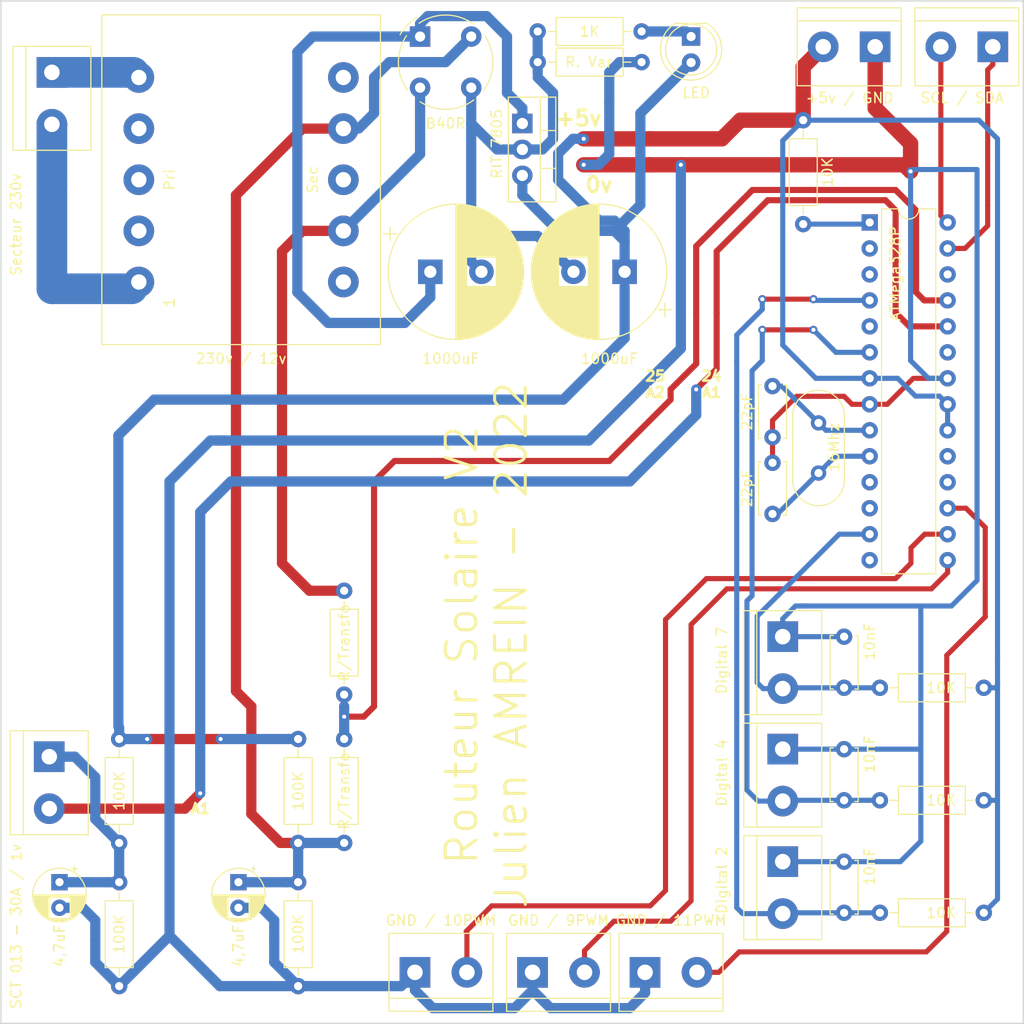
<source format=kicad_pcb>
(kicad_pcb (version 20171130) (host pcbnew 5.0.2+dfsg1-1)

  (general
    (thickness 1.6)
    (drawings 10)
    (tracks 364)
    (zones 0)
    (modules 37)
    (nets 1)
  )

  (page A4)
  (layers
    (0 F.Cu signal)
    (31 B.Cu signal)
    (32 B.Adhes user)
    (33 F.Adhes user)
    (34 B.Paste user)
    (35 F.Paste user)
    (36 B.SilkS user)
    (37 F.SilkS user)
    (38 B.Mask user)
    (39 F.Mask user)
    (40 Dwgs.User user)
    (41 Cmts.User user)
    (42 Eco1.User user)
    (43 Eco2.User user)
    (44 Edge.Cuts user)
    (45 Margin user)
    (46 B.CrtYd user)
    (47 F.CrtYd user)
    (48 B.Fab user hide)
    (49 F.Fab user hide)
  )

  (setup
    (last_trace_width 0.25)
    (trace_clearance 0.2)
    (zone_clearance 0.508)
    (zone_45_only no)
    (trace_min 0.2)
    (segment_width 0.2)
    (edge_width 0.15)
    (via_size 0.8)
    (via_drill 0.4)
    (via_min_size 0.4)
    (via_min_drill 0.3)
    (uvia_size 0.3)
    (uvia_drill 0.1)
    (uvias_allowed no)
    (uvia_min_size 0.2)
    (uvia_min_drill 0.1)
    (pcb_text_width 0.3)
    (pcb_text_size 1.5 1.5)
    (mod_edge_width 0.15)
    (mod_text_size 1 1)
    (mod_text_width 0.15)
    (pad_size 1.524 1.524)
    (pad_drill 0.762)
    (pad_to_mask_clearance 0.051)
    (solder_mask_min_width 0.25)
    (aux_axis_origin 0 0)
    (visible_elements FFFFFF7F)
    (pcbplotparams
      (layerselection 0x010fc_ffffffff)
      (usegerberextensions true)
      (usegerberattributes false)
      (usegerberadvancedattributes false)
      (creategerberjobfile false)
      (excludeedgelayer true)
      (linewidth 0.150000)
      (plotframeref false)
      (viasonmask false)
      (mode 1)
      (useauxorigin false)
      (hpglpennumber 1)
      (hpglpenspeed 20)
      (hpglpendiameter 15.000000)
      (psnegative false)
      (psa4output false)
      (plotreference true)
      (plotvalue true)
      (plotinvisibletext false)
      (padsonsilk false)
      (subtractmaskfromsilk false)
      (outputformat 1)
      (mirror false)
      (drillshape 0)
      (scaleselection 1)
      (outputdirectory "Gerber/"))
  )

  (net 0 "")

  (net_class Default "Ceci est la Netclass par défaut."
    (clearance 0.2)
    (trace_width 0.25)
    (via_dia 0.8)
    (via_drill 0.4)
    (uvia_dia 0.3)
    (uvia_drill 0.1)
  )

  (module TerminalBlock:TerminalBlock_bornier-2_P5.08mm (layer F.Cu) (tedit 630B7532) (tstamp 630B7B18)
    (at 75.5 149.5)
    (descr "simple 2-pin terminal block, pitch 5.08mm, revamped version of bornier2")
    (tags "terminal block bornier2")
    (fp_text reference "GND / 10PWM" (at 2.54 -5.08) (layer F.SilkS)
      (effects (font (size 1 1) (thickness 0.15)))
    )
    (fp_text value TerminalBlock_bornier-2_P5.08mm (at 2.54 5.08) (layer F.Fab)
      (effects (font (size 1 1) (thickness 0.15)))
    )
    (fp_line (start 7.79 4) (end -2.71 4) (layer F.CrtYd) (width 0.05))
    (fp_line (start 7.79 4) (end 7.79 -4) (layer F.CrtYd) (width 0.05))
    (fp_line (start -2.71 -4) (end -2.71 4) (layer F.CrtYd) (width 0.05))
    (fp_line (start -2.71 -4) (end 7.79 -4) (layer F.CrtYd) (width 0.05))
    (fp_line (start -2.54 3.81) (end 7.62 3.81) (layer F.SilkS) (width 0.12))
    (fp_line (start -2.54 -3.81) (end -2.54 3.81) (layer F.SilkS) (width 0.12))
    (fp_line (start 7.62 -3.81) (end -2.54 -3.81) (layer F.SilkS) (width 0.12))
    (fp_line (start 7.62 3.81) (end 7.62 -3.81) (layer F.SilkS) (width 0.12))
    (fp_line (start 7.62 2.54) (end -2.54 2.54) (layer F.SilkS) (width 0.12))
    (fp_line (start 7.54 -3.75) (end -2.46 -3.75) (layer F.Fab) (width 0.1))
    (fp_line (start 7.54 3.75) (end 7.54 -3.75) (layer F.Fab) (width 0.1))
    (fp_line (start -2.46 3.75) (end 7.54 3.75) (layer F.Fab) (width 0.1))
    (fp_line (start -2.46 -3.75) (end -2.46 3.75) (layer F.Fab) (width 0.1))
    (fp_line (start -2.41 2.55) (end 7.49 2.55) (layer F.Fab) (width 0.1))
    (fp_text user %R (at 2.54 0) (layer F.Fab)
      (effects (font (size 1 1) (thickness 0.15)))
    )
    (pad 2 thru_hole circle (at 5.08 0) (size 3 3) (drill 1.52) (layers *.Cu *.Mask))
    (pad 1 thru_hole rect (at 0 0) (size 3 3) (drill 1.52) (layers *.Cu *.Mask))
    (model ${KISYS3DMOD}/TerminalBlock.3dshapes/TerminalBlock_bornier-2_P5.08mm.wrl
      (offset (xyz 2.539999961853027 0 0))
      (scale (xyz 1 1 1))
      (rotate (xyz 0 0 0))
    )
  )

  (module TerminalBlock:TerminalBlock_bornier-2_P5.08mm (layer F.Cu) (tedit 630B7574) (tstamp 630B7A78)
    (at 98 149.5)
    (descr "simple 2-pin terminal block, pitch 5.08mm, revamped version of bornier2")
    (tags "terminal block bornier2")
    (fp_text reference "GND / 11PWM" (at 2.54 -5.08) (layer F.SilkS)
      (effects (font (size 1 1) (thickness 0.15)))
    )
    (fp_text value TerminalBlock_bornier-2_P5.08mm (at 2.54 5.08) (layer F.Fab)
      (effects (font (size 1 1) (thickness 0.15)))
    )
    (fp_line (start 7.79 4) (end -2.71 4) (layer F.CrtYd) (width 0.05))
    (fp_line (start 7.79 4) (end 7.79 -4) (layer F.CrtYd) (width 0.05))
    (fp_line (start -2.71 -4) (end -2.71 4) (layer F.CrtYd) (width 0.05))
    (fp_line (start -2.71 -4) (end 7.79 -4) (layer F.CrtYd) (width 0.05))
    (fp_line (start -2.54 3.81) (end 7.62 3.81) (layer F.SilkS) (width 0.12))
    (fp_line (start -2.54 -3.81) (end -2.54 3.81) (layer F.SilkS) (width 0.12))
    (fp_line (start 7.62 -3.81) (end -2.54 -3.81) (layer F.SilkS) (width 0.12))
    (fp_line (start 7.62 3.81) (end 7.62 -3.81) (layer F.SilkS) (width 0.12))
    (fp_line (start 7.62 2.54) (end -2.54 2.54) (layer F.SilkS) (width 0.12))
    (fp_line (start 7.54 -3.75) (end -2.46 -3.75) (layer F.Fab) (width 0.1))
    (fp_line (start 7.54 3.75) (end 7.54 -3.75) (layer F.Fab) (width 0.1))
    (fp_line (start -2.46 3.75) (end 7.54 3.75) (layer F.Fab) (width 0.1))
    (fp_line (start -2.46 -3.75) (end -2.46 3.75) (layer F.Fab) (width 0.1))
    (fp_line (start -2.41 2.55) (end 7.49 2.55) (layer F.Fab) (width 0.1))
    (fp_text user %R (at 2.54 0) (layer F.Fab)
      (effects (font (size 1 1) (thickness 0.15)))
    )
    (pad 2 thru_hole circle (at 5.08 0) (size 3 3) (drill 1.52) (layers *.Cu *.Mask))
    (pad 1 thru_hole rect (at 0 0) (size 3 3) (drill 1.52) (layers *.Cu *.Mask))
    (model ${KISYS3DMOD}/TerminalBlock.3dshapes/TerminalBlock_bornier-2_P5.08mm.wrl
      (offset (xyz 2.539999961853027 0 0))
      (scale (xyz 1 1 1))
      (rotate (xyz 0 0 0))
    )
  )

  (module Transformer_THT:Transformer_CHK_EI30-2VA_1xSec (layer F.Cu) (tedit 5F0F11C4) (tstamp 5EC4C84E)
    (at 48.5 82)
    (descr "Trafo, Printtrafo, CHK, EI30, 2VA, 1x Sec,http://www.eratransformers.com/downloads/030-7585.0.pdf")
    (tags "Trafo Printtrafo CHK EI30 2VA 1x Sec ")
    (fp_text reference "230v / 12v" (at 10 7.5) (layer F.SilkS)
      (effects (font (size 1 1) (thickness 0.15)))
    )
    (fp_text value "230v - 5v AC" (at 10 -10 90) (layer F.Fab)
      (effects (font (size 1 1) (thickness 0.15)))
    )
    (fp_line (start 23.62 6.12) (end -3.62 6.12) (layer F.SilkS) (width 0.12))
    (fp_line (start 23.62 6.12) (end 23.62 -26.12) (layer F.SilkS) (width 0.12))
    (fp_line (start -3.62 -26.12) (end -3.62 6.12) (layer F.SilkS) (width 0.12))
    (fp_line (start -3.62 -26.12) (end 23.62 -26.12) (layer F.SilkS) (width 0.12))
    (fp_line (start 23.75 6.25) (end -3.75 6.25) (layer F.CrtYd) (width 0.05))
    (fp_line (start 23.75 6.25) (end 23.75 -26.25) (layer F.CrtYd) (width 0.05))
    (fp_line (start -3.75 -26.25) (end -3.75 6.25) (layer F.CrtYd) (width 0.05))
    (fp_line (start -3.75 -26.25) (end 23.75 -26.25) (layer F.CrtYd) (width 0.05))
    (fp_line (start -3.5 -26) (end -3.5 6) (layer F.Fab) (width 0.1))
    (fp_line (start 23.5 -26) (end -3.5 -26) (layer F.Fab) (width 0.1))
    (fp_line (start 23.5 6) (end 23.5 -26) (layer F.Fab) (width 0.1))
    (fp_line (start -3.5 6) (end 23.5 6) (layer F.Fab) (width 0.1))
    (fp_line (start 5 0) (end 3 0) (layer F.Fab) (width 0.1))
    (fp_line (start 5 -20) (end 5 0) (layer F.Fab) (width 0.1))
    (fp_line (start 3 -20) (end 5 -20) (layer F.Fab) (width 0.1))
    (fp_line (start 6 0) (end 5 0) (layer F.Fab) (width 0.1))
    (fp_line (start 6 -20) (end 6 0) (layer F.Fab) (width 0.1))
    (fp_line (start 5 -20) (end 6 -20) (layer F.Fab) (width 0.1))
    (fp_line (start 7 0) (end 6 0) (layer F.Fab) (width 0.1))
    (fp_line (start 7 -20) (end 7 0) (layer F.Fab) (width 0.1))
    (fp_line (start 6 -20) (end 7 -20) (layer F.Fab) (width 0.1))
    (fp_line (start 8 0) (end 7 0) (layer F.Fab) (width 0.1))
    (fp_line (start 8 -20) (end 8 0) (layer F.Fab) (width 0.1))
    (fp_line (start 7 -20) (end 8 -20) (layer F.Fab) (width 0.1))
    (fp_line (start 5 -19) (end 8 -19) (layer F.Fab) (width 0.1))
    (fp_line (start 8 -18) (end 5 -18) (layer F.Fab) (width 0.1))
    (fp_line (start 5 -17) (end 8 -17) (layer F.Fab) (width 0.1))
    (fp_line (start 8 -16) (end 5 -16) (layer F.Fab) (width 0.1))
    (fp_line (start 5 -15) (end 8 -15) (layer F.Fab) (width 0.1))
    (fp_line (start 8 -14) (end 5 -14) (layer F.Fab) (width 0.1))
    (fp_line (start 5 -13) (end 8 -13) (layer F.Fab) (width 0.1))
    (fp_line (start 8 -12) (end 5 -12) (layer F.Fab) (width 0.1))
    (fp_line (start 5 -11) (end 8 -11) (layer F.Fab) (width 0.1))
    (fp_line (start 8 -10) (end 5 -10) (layer F.Fab) (width 0.1))
    (fp_line (start 5 -9) (end 8 -9) (layer F.Fab) (width 0.1))
    (fp_line (start 8 -8) (end 5 -8) (layer F.Fab) (width 0.1))
    (fp_line (start 5 -7) (end 8 -7) (layer F.Fab) (width 0.1))
    (fp_line (start 8 -6) (end 5 -6) (layer F.Fab) (width 0.1))
    (fp_line (start 5 -5) (end 8 -5) (layer F.Fab) (width 0.1))
    (fp_line (start 8 -4) (end 5 -4) (layer F.Fab) (width 0.1))
    (fp_line (start 5 -3) (end 8 -3) (layer F.Fab) (width 0.1))
    (fp_line (start 8 -2) (end 5 -2) (layer F.Fab) (width 0.1))
    (fp_line (start 5 -1) (end 8 -1) (layer F.Fab) (width 0.1))
    (fp_line (start 15 -5) (end 17 -5) (layer F.Fab) (width 0.1))
    (fp_line (start 15 -15) (end 15 -5) (layer F.Fab) (width 0.1))
    (fp_line (start 17 -15) (end 15 -15) (layer F.Fab) (width 0.1))
    (fp_line (start 14 -5) (end 15 -5) (layer F.Fab) (width 0.1))
    (fp_line (start 14 -15) (end 14 -5) (layer F.Fab) (width 0.1))
    (fp_line (start 15 -15) (end 14 -15) (layer F.Fab) (width 0.1))
    (fp_line (start 13 -5) (end 14 -5) (layer F.Fab) (width 0.1))
    (fp_line (start 13 -15) (end 13 -5) (layer F.Fab) (width 0.1))
    (fp_line (start 14 -15) (end 13 -15) (layer F.Fab) (width 0.1))
    (fp_line (start 12 -5) (end 13 -5) (layer F.Fab) (width 0.1))
    (fp_line (start 12 -15) (end 12 -5) (layer F.Fab) (width 0.1))
    (fp_line (start 13 -15) (end 12 -15) (layer F.Fab) (width 0.1))
    (fp_line (start 12 -14) (end 15 -14) (layer F.Fab) (width 0.1))
    (fp_line (start 15 -13) (end 12 -13) (layer F.Fab) (width 0.1))
    (fp_line (start 12 -12) (end 15 -12) (layer F.Fab) (width 0.1))
    (fp_line (start 15 -11) (end 12 -11) (layer F.Fab) (width 0.1))
    (fp_line (start 12 -10) (end 15 -10) (layer F.Fab) (width 0.1))
    (fp_line (start 15 -9) (end 12 -9) (layer F.Fab) (width 0.1))
    (fp_line (start 12 -8) (end 15 -8) (layer F.Fab) (width 0.1))
    (fp_line (start 15 -7) (end 12 -7) (layer F.Fab) (width 0.1))
    (fp_line (start 12 -6) (end 15 -6) (layer F.Fab) (width 0.1))
    (fp_text user %R (at 10 -24.5) (layer F.Fab)
      (effects (font (size 1 1) (thickness 0.15)))
    )
    (fp_text user 1 (at 3 2 90) (layer F.SilkS)
      (effects (font (size 1 1) (thickness 0.15)))
    )
    (fp_text user 5 (at 3 -22 90) (layer F.Fab)
      (effects (font (size 1 1) (thickness 0.15)))
    )
    (fp_text user 7 (at 16 -16 90) (layer F.Fab)
      (effects (font (size 1 1) (thickness 0.15)))
    )
    (fp_text user 9 (at 16 -4 90) (layer F.Fab)
      (effects (font (size 1 1) (thickness 0.15)))
    )
    (fp_text user Pri (at 3 -10 90) (layer F.SilkS)
      (effects (font (size 1 1) (thickness 0.15)))
    )
    (fp_text user Sec (at 17 -10 90) (layer F.SilkS)
      (effects (font (size 1 1) (thickness 0.15)))
    )
    (pad 10 thru_hole circle (at 20 0) (size 3 3) (drill 1.5) (layers *.Cu *.Mask))
    (pad 9 thru_hole circle (at 20 -5) (size 3 3) (drill 1.5) (layers *.Cu *.Mask))
    (pad 8 thru_hole circle (at 20 -10) (size 3 3) (drill 1.5) (layers *.Cu *.Mask))
    (pad 7 thru_hole circle (at 20 -15) (size 3 3) (drill 1.5) (layers *.Cu *.Mask))
    (pad 6 thru_hole circle (at 20 -20) (size 3 3) (drill 1.5) (layers *.Cu *.Mask))
    (pad 5 thru_hole circle (at 0 -20) (size 3 3) (drill 1.5) (layers *.Cu *.Mask))
    (pad 4 thru_hole circle (at 0 -15) (size 3 3) (drill 1.5) (layers *.Cu *.Mask))
    (pad 3 thru_hole circle (at 0 -10) (size 3 3) (drill 1.5) (layers *.Cu *.Mask))
    (pad 2 thru_hole circle (at 0 -5) (size 3 3) (drill 1.5) (layers *.Cu *.Mask))
    (pad 1 thru_hole circle (at 0 0) (size 3 3) (drill 1.5) (layers *.Cu *.Mask))
    (model ${KISYS3DMOD}/Transformer_THT.3dshapes/Transformer_CHK_EI30-2VA_1xSec.wrl
      (at (xyz 0 0 0))
      (scale (xyz 1 1 1))
      (rotate (xyz 0 0 0))
    )
  )

  (module Resistor_THT:R_Axial_DIN0207_L6.3mm_D2.5mm_P10.16mm_Horizontal (layer F.Cu) (tedit 630B6DE1) (tstamp 630B734E)
    (at 68.576987 112.187034 270)
    (descr "Resistor, Axial_DIN0207 series, Axial, Horizontal, pin pitch=10.16mm, 0.25W = 1/4W, length*diameter=6.3*2.5mm^2, http://cdn-reichelt.de/documents/datenblatt/B400/1_4W%23YAG.pdf")
    (tags "Resistor Axial_DIN0207 series Axial Horizontal pin pitch 10.16mm 0.25W = 1/4W length 6.3mm diameter 2.5mm")
    (fp_text reference R/Transfo (at 5.08 0 270) (layer F.SilkS)
      (effects (font (size 1 1) (thickness 0.15)))
    )
    (fp_text value R_Axial_DIN0207_L6.3mm_D2.5mm_P10.16mm_Horizontal (at 5.08 2.37 270) (layer F.Fab)
      (effects (font (size 1 1) (thickness 0.15)))
    )
    (fp_text user %R (at 5.08 0 270) (layer F.Fab)
      (effects (font (size 1 1) (thickness 0.15)))
    )
    (fp_line (start 11.21 -1.5) (end -1.05 -1.5) (layer F.CrtYd) (width 0.05))
    (fp_line (start 11.21 1.5) (end 11.21 -1.5) (layer F.CrtYd) (width 0.05))
    (fp_line (start -1.05 1.5) (end 11.21 1.5) (layer F.CrtYd) (width 0.05))
    (fp_line (start -1.05 -1.5) (end -1.05 1.5) (layer F.CrtYd) (width 0.05))
    (fp_line (start 9.12 0) (end 8.35 0) (layer F.SilkS) (width 0.12))
    (fp_line (start 1.04 0) (end 1.81 0) (layer F.SilkS) (width 0.12))
    (fp_line (start 8.35 -1.37) (end 1.81 -1.37) (layer F.SilkS) (width 0.12))
    (fp_line (start 8.35 1.37) (end 8.35 -1.37) (layer F.SilkS) (width 0.12))
    (fp_line (start 1.81 1.37) (end 8.35 1.37) (layer F.SilkS) (width 0.12))
    (fp_line (start 1.81 -1.37) (end 1.81 1.37) (layer F.SilkS) (width 0.12))
    (fp_line (start 10.16 0) (end 8.23 0) (layer F.Fab) (width 0.1))
    (fp_line (start 0 0) (end 1.93 0) (layer F.Fab) (width 0.1))
    (fp_line (start 8.23 -1.25) (end 1.93 -1.25) (layer F.Fab) (width 0.1))
    (fp_line (start 8.23 1.25) (end 8.23 -1.25) (layer F.Fab) (width 0.1))
    (fp_line (start 1.93 1.25) (end 8.23 1.25) (layer F.Fab) (width 0.1))
    (fp_line (start 1.93 -1.25) (end 1.93 1.25) (layer F.Fab) (width 0.1))
    (pad 2 thru_hole oval (at 10.16 0 270) (size 1.6 1.6) (drill 0.8) (layers *.Cu *.Mask))
    (pad 1 thru_hole circle (at 0 0 270) (size 1.6 1.6) (drill 0.8) (layers *.Cu *.Mask))
    (model ${KISYS3DMOD}/Resistor_THT.3dshapes/R_Axial_DIN0207_L6.3mm_D2.5mm_P10.16mm_Horizontal.wrl
      (at (xyz 0 0 0))
      (scale (xyz 1 1 1))
      (rotate (xyz 0 0 0))
    )
  )

  (module Resistor_THT:R_Axial_DIN0207_L6.3mm_D2.5mm_P10.16mm_Horizontal (layer F.Cu) (tedit 630B6DD4) (tstamp 630B734E)
    (at 68.576987 126.687034 270)
    (descr "Resistor, Axial_DIN0207 series, Axial, Horizontal, pin pitch=10.16mm, 0.25W = 1/4W, length*diameter=6.3*2.5mm^2, http://cdn-reichelt.de/documents/datenblatt/B400/1_4W%23YAG.pdf")
    (tags "Resistor Axial_DIN0207 series Axial Horizontal pin pitch 10.16mm 0.25W = 1/4W length 6.3mm diameter 2.5mm")
    (fp_text reference R/Transfo (at 5.08 0 270) (layer F.SilkS)
      (effects (font (size 1 1) (thickness 0.15)))
    )
    (fp_text value R_Axial_DIN0207_L6.3mm_D2.5mm_P10.16mm_Horizontal (at 5.08 2.37 270) (layer F.Fab)
      (effects (font (size 1 1) (thickness 0.15)))
    )
    (fp_text user %R (at 5.08 0 270) (layer F.Fab)
      (effects (font (size 1 1) (thickness 0.15)))
    )
    (fp_line (start 11.21 -1.5) (end -1.05 -1.5) (layer F.CrtYd) (width 0.05))
    (fp_line (start 11.21 1.5) (end 11.21 -1.5) (layer F.CrtYd) (width 0.05))
    (fp_line (start -1.05 1.5) (end 11.21 1.5) (layer F.CrtYd) (width 0.05))
    (fp_line (start -1.05 -1.5) (end -1.05 1.5) (layer F.CrtYd) (width 0.05))
    (fp_line (start 9.12 0) (end 8.35 0) (layer F.SilkS) (width 0.12))
    (fp_line (start 1.04 0) (end 1.81 0) (layer F.SilkS) (width 0.12))
    (fp_line (start 8.35 -1.37) (end 1.81 -1.37) (layer F.SilkS) (width 0.12))
    (fp_line (start 8.35 1.37) (end 8.35 -1.37) (layer F.SilkS) (width 0.12))
    (fp_line (start 1.81 1.37) (end 8.35 1.37) (layer F.SilkS) (width 0.12))
    (fp_line (start 1.81 -1.37) (end 1.81 1.37) (layer F.SilkS) (width 0.12))
    (fp_line (start 10.16 0) (end 8.23 0) (layer F.Fab) (width 0.1))
    (fp_line (start 0 0) (end 1.93 0) (layer F.Fab) (width 0.1))
    (fp_line (start 8.23 -1.25) (end 1.93 -1.25) (layer F.Fab) (width 0.1))
    (fp_line (start 8.23 1.25) (end 8.23 -1.25) (layer F.Fab) (width 0.1))
    (fp_line (start 1.93 1.25) (end 8.23 1.25) (layer F.Fab) (width 0.1))
    (fp_line (start 1.93 -1.25) (end 1.93 1.25) (layer F.Fab) (width 0.1))
    (pad 2 thru_hole oval (at 10.16 0 270) (size 1.6 1.6) (drill 0.8) (layers *.Cu *.Mask))
    (pad 1 thru_hole circle (at 0 0 270) (size 1.6 1.6) (drill 0.8) (layers *.Cu *.Mask))
    (model ${KISYS3DMOD}/Resistor_THT.3dshapes/R_Axial_DIN0207_L6.3mm_D2.5mm_P10.16mm_Horizontal.wrl
      (at (xyz 0 0 0))
      (scale (xyz 1 1 1))
      (rotate (xyz 0 0 0))
    )
  )

  (module Capacitor_THT:CP_Radial_D5.0mm_P2.50mm (layer F.Cu) (tedit 630B35CC) (tstamp 630B6B2D)
    (at 58.240502 140.687034 270)
    (descr "CP, Radial series, Radial, pin pitch=2.50mm, , diameter=5mm, Electrolytic Capacitor")
    (tags "CP Radial series Radial pin pitch 2.50mm  diameter 5mm Electrolytic Capacitor")
    (fp_text reference 4,7uF (at 6.228852 0 90) (layer F.SilkS)
      (effects (font (size 1 1) (thickness 0.15)))
    )
    (fp_text value CP_Radial_D5.0mm_P2.50mm (at 1.25 3.75 270) (layer F.Fab)
      (effects (font (size 1 1) (thickness 0.15)))
    )
    (fp_text user %R (at 1.25 0 270) (layer F.Fab)
      (effects (font (size 1 1) (thickness 0.15)))
    )
    (fp_line (start -1.304775 -1.725) (end -1.304775 -1.225) (layer F.SilkS) (width 0.12))
    (fp_line (start -1.554775 -1.475) (end -1.054775 -1.475) (layer F.SilkS) (width 0.12))
    (fp_line (start 3.851 -0.284) (end 3.851 0.284) (layer F.SilkS) (width 0.12))
    (fp_line (start 3.811 -0.518) (end 3.811 0.518) (layer F.SilkS) (width 0.12))
    (fp_line (start 3.771 -0.677) (end 3.771 0.677) (layer F.SilkS) (width 0.12))
    (fp_line (start 3.731 -0.805) (end 3.731 0.805) (layer F.SilkS) (width 0.12))
    (fp_line (start 3.691 -0.915) (end 3.691 0.915) (layer F.SilkS) (width 0.12))
    (fp_line (start 3.651 -1.011) (end 3.651 1.011) (layer F.SilkS) (width 0.12))
    (fp_line (start 3.611 -1.098) (end 3.611 1.098) (layer F.SilkS) (width 0.12))
    (fp_line (start 3.571 -1.178) (end 3.571 1.178) (layer F.SilkS) (width 0.12))
    (fp_line (start 3.531 1.04) (end 3.531 1.251) (layer F.SilkS) (width 0.12))
    (fp_line (start 3.531 -1.251) (end 3.531 -1.04) (layer F.SilkS) (width 0.12))
    (fp_line (start 3.491 1.04) (end 3.491 1.319) (layer F.SilkS) (width 0.12))
    (fp_line (start 3.491 -1.319) (end 3.491 -1.04) (layer F.SilkS) (width 0.12))
    (fp_line (start 3.451 1.04) (end 3.451 1.383) (layer F.SilkS) (width 0.12))
    (fp_line (start 3.451 -1.383) (end 3.451 -1.04) (layer F.SilkS) (width 0.12))
    (fp_line (start 3.411 1.04) (end 3.411 1.443) (layer F.SilkS) (width 0.12))
    (fp_line (start 3.411 -1.443) (end 3.411 -1.04) (layer F.SilkS) (width 0.12))
    (fp_line (start 3.371 1.04) (end 3.371 1.5) (layer F.SilkS) (width 0.12))
    (fp_line (start 3.371 -1.5) (end 3.371 -1.04) (layer F.SilkS) (width 0.12))
    (fp_line (start 3.331 1.04) (end 3.331 1.554) (layer F.SilkS) (width 0.12))
    (fp_line (start 3.331 -1.554) (end 3.331 -1.04) (layer F.SilkS) (width 0.12))
    (fp_line (start 3.291 1.04) (end 3.291 1.605) (layer F.SilkS) (width 0.12))
    (fp_line (start 3.291 -1.605) (end 3.291 -1.04) (layer F.SilkS) (width 0.12))
    (fp_line (start 3.251 1.04) (end 3.251 1.653) (layer F.SilkS) (width 0.12))
    (fp_line (start 3.251 -1.653) (end 3.251 -1.04) (layer F.SilkS) (width 0.12))
    (fp_line (start 3.211 1.04) (end 3.211 1.699) (layer F.SilkS) (width 0.12))
    (fp_line (start 3.211 -1.699) (end 3.211 -1.04) (layer F.SilkS) (width 0.12))
    (fp_line (start 3.171 1.04) (end 3.171 1.743) (layer F.SilkS) (width 0.12))
    (fp_line (start 3.171 -1.743) (end 3.171 -1.04) (layer F.SilkS) (width 0.12))
    (fp_line (start 3.131 1.04) (end 3.131 1.785) (layer F.SilkS) (width 0.12))
    (fp_line (start 3.131 -1.785) (end 3.131 -1.04) (layer F.SilkS) (width 0.12))
    (fp_line (start 3.091 1.04) (end 3.091 1.826) (layer F.SilkS) (width 0.12))
    (fp_line (start 3.091 -1.826) (end 3.091 -1.04) (layer F.SilkS) (width 0.12))
    (fp_line (start 3.051 1.04) (end 3.051 1.864) (layer F.SilkS) (width 0.12))
    (fp_line (start 3.051 -1.864) (end 3.051 -1.04) (layer F.SilkS) (width 0.12))
    (fp_line (start 3.011 1.04) (end 3.011 1.901) (layer F.SilkS) (width 0.12))
    (fp_line (start 3.011 -1.901) (end 3.011 -1.04) (layer F.SilkS) (width 0.12))
    (fp_line (start 2.971 1.04) (end 2.971 1.937) (layer F.SilkS) (width 0.12))
    (fp_line (start 2.971 -1.937) (end 2.971 -1.04) (layer F.SilkS) (width 0.12))
    (fp_line (start 2.931 1.04) (end 2.931 1.971) (layer F.SilkS) (width 0.12))
    (fp_line (start 2.931 -1.971) (end 2.931 -1.04) (layer F.SilkS) (width 0.12))
    (fp_line (start 2.891 1.04) (end 2.891 2.004) (layer F.SilkS) (width 0.12))
    (fp_line (start 2.891 -2.004) (end 2.891 -1.04) (layer F.SilkS) (width 0.12))
    (fp_line (start 2.851 1.04) (end 2.851 2.035) (layer F.SilkS) (width 0.12))
    (fp_line (start 2.851 -2.035) (end 2.851 -1.04) (layer F.SilkS) (width 0.12))
    (fp_line (start 2.811 1.04) (end 2.811 2.065) (layer F.SilkS) (width 0.12))
    (fp_line (start 2.811 -2.065) (end 2.811 -1.04) (layer F.SilkS) (width 0.12))
    (fp_line (start 2.771 1.04) (end 2.771 2.095) (layer F.SilkS) (width 0.12))
    (fp_line (start 2.771 -2.095) (end 2.771 -1.04) (layer F.SilkS) (width 0.12))
    (fp_line (start 2.731 1.04) (end 2.731 2.122) (layer F.SilkS) (width 0.12))
    (fp_line (start 2.731 -2.122) (end 2.731 -1.04) (layer F.SilkS) (width 0.12))
    (fp_line (start 2.691 1.04) (end 2.691 2.149) (layer F.SilkS) (width 0.12))
    (fp_line (start 2.691 -2.149) (end 2.691 -1.04) (layer F.SilkS) (width 0.12))
    (fp_line (start 2.651 1.04) (end 2.651 2.175) (layer F.SilkS) (width 0.12))
    (fp_line (start 2.651 -2.175) (end 2.651 -1.04) (layer F.SilkS) (width 0.12))
    (fp_line (start 2.611 1.04) (end 2.611 2.2) (layer F.SilkS) (width 0.12))
    (fp_line (start 2.611 -2.2) (end 2.611 -1.04) (layer F.SilkS) (width 0.12))
    (fp_line (start 2.571 1.04) (end 2.571 2.224) (layer F.SilkS) (width 0.12))
    (fp_line (start 2.571 -2.224) (end 2.571 -1.04) (layer F.SilkS) (width 0.12))
    (fp_line (start 2.531 1.04) (end 2.531 2.247) (layer F.SilkS) (width 0.12))
    (fp_line (start 2.531 -2.247) (end 2.531 -1.04) (layer F.SilkS) (width 0.12))
    (fp_line (start 2.491 1.04) (end 2.491 2.268) (layer F.SilkS) (width 0.12))
    (fp_line (start 2.491 -2.268) (end 2.491 -1.04) (layer F.SilkS) (width 0.12))
    (fp_line (start 2.451 1.04) (end 2.451 2.29) (layer F.SilkS) (width 0.12))
    (fp_line (start 2.451 -2.29) (end 2.451 -1.04) (layer F.SilkS) (width 0.12))
    (fp_line (start 2.411 1.04) (end 2.411 2.31) (layer F.SilkS) (width 0.12))
    (fp_line (start 2.411 -2.31) (end 2.411 -1.04) (layer F.SilkS) (width 0.12))
    (fp_line (start 2.371 1.04) (end 2.371 2.329) (layer F.SilkS) (width 0.12))
    (fp_line (start 2.371 -2.329) (end 2.371 -1.04) (layer F.SilkS) (width 0.12))
    (fp_line (start 2.331 1.04) (end 2.331 2.348) (layer F.SilkS) (width 0.12))
    (fp_line (start 2.331 -2.348) (end 2.331 -1.04) (layer F.SilkS) (width 0.12))
    (fp_line (start 2.291 1.04) (end 2.291 2.365) (layer F.SilkS) (width 0.12))
    (fp_line (start 2.291 -2.365) (end 2.291 -1.04) (layer F.SilkS) (width 0.12))
    (fp_line (start 2.251 1.04) (end 2.251 2.382) (layer F.SilkS) (width 0.12))
    (fp_line (start 2.251 -2.382) (end 2.251 -1.04) (layer F.SilkS) (width 0.12))
    (fp_line (start 2.211 1.04) (end 2.211 2.398) (layer F.SilkS) (width 0.12))
    (fp_line (start 2.211 -2.398) (end 2.211 -1.04) (layer F.SilkS) (width 0.12))
    (fp_line (start 2.171 1.04) (end 2.171 2.414) (layer F.SilkS) (width 0.12))
    (fp_line (start 2.171 -2.414) (end 2.171 -1.04) (layer F.SilkS) (width 0.12))
    (fp_line (start 2.131 1.04) (end 2.131 2.428) (layer F.SilkS) (width 0.12))
    (fp_line (start 2.131 -2.428) (end 2.131 -1.04) (layer F.SilkS) (width 0.12))
    (fp_line (start 2.091 1.04) (end 2.091 2.442) (layer F.SilkS) (width 0.12))
    (fp_line (start 2.091 -2.442) (end 2.091 -1.04) (layer F.SilkS) (width 0.12))
    (fp_line (start 2.051 1.04) (end 2.051 2.455) (layer F.SilkS) (width 0.12))
    (fp_line (start 2.051 -2.455) (end 2.051 -1.04) (layer F.SilkS) (width 0.12))
    (fp_line (start 2.011 1.04) (end 2.011 2.468) (layer F.SilkS) (width 0.12))
    (fp_line (start 2.011 -2.468) (end 2.011 -1.04) (layer F.SilkS) (width 0.12))
    (fp_line (start 1.971 1.04) (end 1.971 2.48) (layer F.SilkS) (width 0.12))
    (fp_line (start 1.971 -2.48) (end 1.971 -1.04) (layer F.SilkS) (width 0.12))
    (fp_line (start 1.93 1.04) (end 1.93 2.491) (layer F.SilkS) (width 0.12))
    (fp_line (start 1.93 -2.491) (end 1.93 -1.04) (layer F.SilkS) (width 0.12))
    (fp_line (start 1.89 1.04) (end 1.89 2.501) (layer F.SilkS) (width 0.12))
    (fp_line (start 1.89 -2.501) (end 1.89 -1.04) (layer F.SilkS) (width 0.12))
    (fp_line (start 1.85 1.04) (end 1.85 2.511) (layer F.SilkS) (width 0.12))
    (fp_line (start 1.85 -2.511) (end 1.85 -1.04) (layer F.SilkS) (width 0.12))
    (fp_line (start 1.81 1.04) (end 1.81 2.52) (layer F.SilkS) (width 0.12))
    (fp_line (start 1.81 -2.52) (end 1.81 -1.04) (layer F.SilkS) (width 0.12))
    (fp_line (start 1.77 1.04) (end 1.77 2.528) (layer F.SilkS) (width 0.12))
    (fp_line (start 1.77 -2.528) (end 1.77 -1.04) (layer F.SilkS) (width 0.12))
    (fp_line (start 1.73 1.04) (end 1.73 2.536) (layer F.SilkS) (width 0.12))
    (fp_line (start 1.73 -2.536) (end 1.73 -1.04) (layer F.SilkS) (width 0.12))
    (fp_line (start 1.69 1.04) (end 1.69 2.543) (layer F.SilkS) (width 0.12))
    (fp_line (start 1.69 -2.543) (end 1.69 -1.04) (layer F.SilkS) (width 0.12))
    (fp_line (start 1.65 1.04) (end 1.65 2.55) (layer F.SilkS) (width 0.12))
    (fp_line (start 1.65 -2.55) (end 1.65 -1.04) (layer F.SilkS) (width 0.12))
    (fp_line (start 1.61 1.04) (end 1.61 2.556) (layer F.SilkS) (width 0.12))
    (fp_line (start 1.61 -2.556) (end 1.61 -1.04) (layer F.SilkS) (width 0.12))
    (fp_line (start 1.57 1.04) (end 1.57 2.561) (layer F.SilkS) (width 0.12))
    (fp_line (start 1.57 -2.561) (end 1.57 -1.04) (layer F.SilkS) (width 0.12))
    (fp_line (start 1.53 1.04) (end 1.53 2.565) (layer F.SilkS) (width 0.12))
    (fp_line (start 1.53 -2.565) (end 1.53 -1.04) (layer F.SilkS) (width 0.12))
    (fp_line (start 1.49 1.04) (end 1.49 2.569) (layer F.SilkS) (width 0.12))
    (fp_line (start 1.49 -2.569) (end 1.49 -1.04) (layer F.SilkS) (width 0.12))
    (fp_line (start 1.45 -2.573) (end 1.45 2.573) (layer F.SilkS) (width 0.12))
    (fp_line (start 1.41 -2.576) (end 1.41 2.576) (layer F.SilkS) (width 0.12))
    (fp_line (start 1.37 -2.578) (end 1.37 2.578) (layer F.SilkS) (width 0.12))
    (fp_line (start 1.33 -2.579) (end 1.33 2.579) (layer F.SilkS) (width 0.12))
    (fp_line (start 1.29 -2.58) (end 1.29 2.58) (layer F.SilkS) (width 0.12))
    (fp_line (start 1.25 -2.58) (end 1.25 2.58) (layer F.SilkS) (width 0.12))
    (fp_line (start -0.633605 -1.3375) (end -0.633605 -0.8375) (layer F.Fab) (width 0.1))
    (fp_line (start -0.883605 -1.0875) (end -0.383605 -1.0875) (layer F.Fab) (width 0.1))
    (fp_circle (center 1.25 0) (end 4 0) (layer F.CrtYd) (width 0.05))
    (fp_circle (center 1.25 0) (end 3.87 0) (layer F.SilkS) (width 0.12))
    (fp_circle (center 1.25 0) (end 3.75 0) (layer F.Fab) (width 0.1))
    (pad 2 thru_hole circle (at 2.5 0 270) (size 1.6 1.6) (drill 0.8) (layers *.Cu *.Mask))
    (pad 1 thru_hole rect (at 0 0 270) (size 1.6 1.6) (drill 0.8) (layers *.Cu *.Mask))
    (model ${KISYS3DMOD}/Capacitor_THT.3dshapes/CP_Radial_D5.0mm_P2.50mm.wrl
      (at (xyz 0 0 0))
      (scale (xyz 1 1 1))
      (rotate (xyz 0 0 0))
    )
  )

  (module Resistor_THT:R_Axial_DIN0207_L6.3mm_D2.5mm_P10.16mm_Horizontal (layer F.Cu) (tedit 630B3504) (tstamp 630B6AED)
    (at 64.076987 140.687034 270)
    (descr "Resistor, Axial_DIN0207 series, Axial, Horizontal, pin pitch=10.16mm, 0.25W = 1/4W, length*diameter=6.3*2.5mm^2, http://cdn-reichelt.de/documents/datenblatt/B400/1_4W%23YAG.pdf")
    (tags "Resistor Axial_DIN0207 series Axial Horizontal pin pitch 10.16mm 0.25W = 1/4W length 6.3mm diameter 2.5mm")
    (fp_text reference 100K (at 5.08 0 270) (layer F.SilkS)
      (effects (font (size 1 1) (thickness 0.15)))
    )
    (fp_text value R_Axial_DIN0207_L6.3mm_D2.5mm_P10.16mm_Horizontal (at 5.08 2.37 270) (layer F.Fab)
      (effects (font (size 1 1) (thickness 0.15)))
    )
    (fp_line (start 1.93 -1.25) (end 1.93 1.25) (layer F.Fab) (width 0.1))
    (fp_line (start 1.93 1.25) (end 8.23 1.25) (layer F.Fab) (width 0.1))
    (fp_line (start 8.23 1.25) (end 8.23 -1.25) (layer F.Fab) (width 0.1))
    (fp_line (start 8.23 -1.25) (end 1.93 -1.25) (layer F.Fab) (width 0.1))
    (fp_line (start 0 0) (end 1.93 0) (layer F.Fab) (width 0.1))
    (fp_line (start 10.16 0) (end 8.23 0) (layer F.Fab) (width 0.1))
    (fp_line (start 1.81 -1.37) (end 1.81 1.37) (layer F.SilkS) (width 0.12))
    (fp_line (start 1.81 1.37) (end 8.35 1.37) (layer F.SilkS) (width 0.12))
    (fp_line (start 8.35 1.37) (end 8.35 -1.37) (layer F.SilkS) (width 0.12))
    (fp_line (start 8.35 -1.37) (end 1.81 -1.37) (layer F.SilkS) (width 0.12))
    (fp_line (start 1.04 0) (end 1.81 0) (layer F.SilkS) (width 0.12))
    (fp_line (start 9.12 0) (end 8.35 0) (layer F.SilkS) (width 0.12))
    (fp_line (start -1.05 -1.5) (end -1.05 1.5) (layer F.CrtYd) (width 0.05))
    (fp_line (start -1.05 1.5) (end 11.21 1.5) (layer F.CrtYd) (width 0.05))
    (fp_line (start 11.21 1.5) (end 11.21 -1.5) (layer F.CrtYd) (width 0.05))
    (fp_line (start 11.21 -1.5) (end -1.05 -1.5) (layer F.CrtYd) (width 0.05))
    (fp_text user %R (at 5.08 0 270) (layer F.Fab)
      (effects (font (size 1 1) (thickness 0.15)))
    )
    (pad 1 thru_hole circle (at 0 0 270) (size 1.6 1.6) (drill 0.8) (layers *.Cu *.Mask))
    (pad 2 thru_hole oval (at 10.16 0 270) (size 1.6 1.6) (drill 0.8) (layers *.Cu *.Mask))
    (model ${KISYS3DMOD}/Resistor_THT.3dshapes/R_Axial_DIN0207_L6.3mm_D2.5mm_P10.16mm_Horizontal.wrl
      (at (xyz 0 0 0))
      (scale (xyz 1 1 1))
      (rotate (xyz 0 0 0))
    )
  )

  (module Resistor_THT:R_Axial_DIN0207_L6.3mm_D2.5mm_P10.16mm_Horizontal (layer F.Cu) (tedit 630B34FE) (tstamp 630B6AD7)
    (at 64.076987 126.687034 270)
    (descr "Resistor, Axial_DIN0207 series, Axial, Horizontal, pin pitch=10.16mm, 0.25W = 1/4W, length*diameter=6.3*2.5mm^2, http://cdn-reichelt.de/documents/datenblatt/B400/1_4W%23YAG.pdf")
    (tags "Resistor Axial_DIN0207 series Axial Horizontal pin pitch 10.16mm 0.25W = 1/4W length 6.3mm diameter 2.5mm")
    (fp_text reference 100K (at 5.08 0 270) (layer F.SilkS)
      (effects (font (size 1 1) (thickness 0.15)))
    )
    (fp_text value R_Axial_DIN0207_L6.3mm_D2.5mm_P10.16mm_Horizontal (at 5.08 2.37 270) (layer F.Fab)
      (effects (font (size 1 1) (thickness 0.15)))
    )
    (fp_line (start 1.93 -1.25) (end 1.93 1.25) (layer F.Fab) (width 0.1))
    (fp_line (start 1.93 1.25) (end 8.23 1.25) (layer F.Fab) (width 0.1))
    (fp_line (start 8.23 1.25) (end 8.23 -1.25) (layer F.Fab) (width 0.1))
    (fp_line (start 8.23 -1.25) (end 1.93 -1.25) (layer F.Fab) (width 0.1))
    (fp_line (start 0 0) (end 1.93 0) (layer F.Fab) (width 0.1))
    (fp_line (start 10.16 0) (end 8.23 0) (layer F.Fab) (width 0.1))
    (fp_line (start 1.81 -1.37) (end 1.81 1.37) (layer F.SilkS) (width 0.12))
    (fp_line (start 1.81 1.37) (end 8.35 1.37) (layer F.SilkS) (width 0.12))
    (fp_line (start 8.35 1.37) (end 8.35 -1.37) (layer F.SilkS) (width 0.12))
    (fp_line (start 8.35 -1.37) (end 1.81 -1.37) (layer F.SilkS) (width 0.12))
    (fp_line (start 1.04 0) (end 1.81 0) (layer F.SilkS) (width 0.12))
    (fp_line (start 9.12 0) (end 8.35 0) (layer F.SilkS) (width 0.12))
    (fp_line (start -1.05 -1.5) (end -1.05 1.5) (layer F.CrtYd) (width 0.05))
    (fp_line (start -1.05 1.5) (end 11.21 1.5) (layer F.CrtYd) (width 0.05))
    (fp_line (start 11.21 1.5) (end 11.21 -1.5) (layer F.CrtYd) (width 0.05))
    (fp_line (start 11.21 -1.5) (end -1.05 -1.5) (layer F.CrtYd) (width 0.05))
    (fp_text user %R (at 5.08 0 270) (layer F.Fab)
      (effects (font (size 1 1) (thickness 0.15)))
    )
    (pad 1 thru_hole circle (at 0 0 270) (size 1.6 1.6) (drill 0.8) (layers *.Cu *.Mask))
    (pad 2 thru_hole oval (at 10.16 0 270) (size 1.6 1.6) (drill 0.8) (layers *.Cu *.Mask))
    (model ${KISYS3DMOD}/Resistor_THT.3dshapes/R_Axial_DIN0207_L6.3mm_D2.5mm_P10.16mm_Horizontal.wrl
      (at (xyz 0 0 0))
      (scale (xyz 1 1 1))
      (rotate (xyz 0 0 0))
    )
  )

  (module Capacitor_THT:CP_Radial_D5.0mm_P2.50mm (layer F.Cu) (tedit 630B35CC) (tstamp 6318045A)
    (at 40.740502 140.687034 270)
    (descr "CP, Radial series, Radial, pin pitch=2.50mm, , diameter=5mm, Electrolytic Capacitor")
    (tags "CP Radial series Radial pin pitch 2.50mm  diameter 5mm Electrolytic Capacitor")
    (fp_text reference 4,7uF (at 6.228852 0 90) (layer F.SilkS)
      (effects (font (size 1 1) (thickness 0.15)))
    )
    (fp_text value CP_Radial_D5.0mm_P2.50mm (at 1.25 3.75 270) (layer F.Fab)
      (effects (font (size 1 1) (thickness 0.15)))
    )
    (fp_circle (center 1.25 0) (end 3.75 0) (layer F.Fab) (width 0.1))
    (fp_circle (center 1.25 0) (end 3.87 0) (layer F.SilkS) (width 0.12))
    (fp_circle (center 1.25 0) (end 4 0) (layer F.CrtYd) (width 0.05))
    (fp_line (start -0.883605 -1.0875) (end -0.383605 -1.0875) (layer F.Fab) (width 0.1))
    (fp_line (start -0.633605 -1.3375) (end -0.633605 -0.8375) (layer F.Fab) (width 0.1))
    (fp_line (start 1.25 -2.58) (end 1.25 2.58) (layer F.SilkS) (width 0.12))
    (fp_line (start 1.29 -2.58) (end 1.29 2.58) (layer F.SilkS) (width 0.12))
    (fp_line (start 1.33 -2.579) (end 1.33 2.579) (layer F.SilkS) (width 0.12))
    (fp_line (start 1.37 -2.578) (end 1.37 2.578) (layer F.SilkS) (width 0.12))
    (fp_line (start 1.41 -2.576) (end 1.41 2.576) (layer F.SilkS) (width 0.12))
    (fp_line (start 1.45 -2.573) (end 1.45 2.573) (layer F.SilkS) (width 0.12))
    (fp_line (start 1.49 -2.569) (end 1.49 -1.04) (layer F.SilkS) (width 0.12))
    (fp_line (start 1.49 1.04) (end 1.49 2.569) (layer F.SilkS) (width 0.12))
    (fp_line (start 1.53 -2.565) (end 1.53 -1.04) (layer F.SilkS) (width 0.12))
    (fp_line (start 1.53 1.04) (end 1.53 2.565) (layer F.SilkS) (width 0.12))
    (fp_line (start 1.57 -2.561) (end 1.57 -1.04) (layer F.SilkS) (width 0.12))
    (fp_line (start 1.57 1.04) (end 1.57 2.561) (layer F.SilkS) (width 0.12))
    (fp_line (start 1.61 -2.556) (end 1.61 -1.04) (layer F.SilkS) (width 0.12))
    (fp_line (start 1.61 1.04) (end 1.61 2.556) (layer F.SilkS) (width 0.12))
    (fp_line (start 1.65 -2.55) (end 1.65 -1.04) (layer F.SilkS) (width 0.12))
    (fp_line (start 1.65 1.04) (end 1.65 2.55) (layer F.SilkS) (width 0.12))
    (fp_line (start 1.69 -2.543) (end 1.69 -1.04) (layer F.SilkS) (width 0.12))
    (fp_line (start 1.69 1.04) (end 1.69 2.543) (layer F.SilkS) (width 0.12))
    (fp_line (start 1.73 -2.536) (end 1.73 -1.04) (layer F.SilkS) (width 0.12))
    (fp_line (start 1.73 1.04) (end 1.73 2.536) (layer F.SilkS) (width 0.12))
    (fp_line (start 1.77 -2.528) (end 1.77 -1.04) (layer F.SilkS) (width 0.12))
    (fp_line (start 1.77 1.04) (end 1.77 2.528) (layer F.SilkS) (width 0.12))
    (fp_line (start 1.81 -2.52) (end 1.81 -1.04) (layer F.SilkS) (width 0.12))
    (fp_line (start 1.81 1.04) (end 1.81 2.52) (layer F.SilkS) (width 0.12))
    (fp_line (start 1.85 -2.511) (end 1.85 -1.04) (layer F.SilkS) (width 0.12))
    (fp_line (start 1.85 1.04) (end 1.85 2.511) (layer F.SilkS) (width 0.12))
    (fp_line (start 1.89 -2.501) (end 1.89 -1.04) (layer F.SilkS) (width 0.12))
    (fp_line (start 1.89 1.04) (end 1.89 2.501) (layer F.SilkS) (width 0.12))
    (fp_line (start 1.93 -2.491) (end 1.93 -1.04) (layer F.SilkS) (width 0.12))
    (fp_line (start 1.93 1.04) (end 1.93 2.491) (layer F.SilkS) (width 0.12))
    (fp_line (start 1.971 -2.48) (end 1.971 -1.04) (layer F.SilkS) (width 0.12))
    (fp_line (start 1.971 1.04) (end 1.971 2.48) (layer F.SilkS) (width 0.12))
    (fp_line (start 2.011 -2.468) (end 2.011 -1.04) (layer F.SilkS) (width 0.12))
    (fp_line (start 2.011 1.04) (end 2.011 2.468) (layer F.SilkS) (width 0.12))
    (fp_line (start 2.051 -2.455) (end 2.051 -1.04) (layer F.SilkS) (width 0.12))
    (fp_line (start 2.051 1.04) (end 2.051 2.455) (layer F.SilkS) (width 0.12))
    (fp_line (start 2.091 -2.442) (end 2.091 -1.04) (layer F.SilkS) (width 0.12))
    (fp_line (start 2.091 1.04) (end 2.091 2.442) (layer F.SilkS) (width 0.12))
    (fp_line (start 2.131 -2.428) (end 2.131 -1.04) (layer F.SilkS) (width 0.12))
    (fp_line (start 2.131 1.04) (end 2.131 2.428) (layer F.SilkS) (width 0.12))
    (fp_line (start 2.171 -2.414) (end 2.171 -1.04) (layer F.SilkS) (width 0.12))
    (fp_line (start 2.171 1.04) (end 2.171 2.414) (layer F.SilkS) (width 0.12))
    (fp_line (start 2.211 -2.398) (end 2.211 -1.04) (layer F.SilkS) (width 0.12))
    (fp_line (start 2.211 1.04) (end 2.211 2.398) (layer F.SilkS) (width 0.12))
    (fp_line (start 2.251 -2.382) (end 2.251 -1.04) (layer F.SilkS) (width 0.12))
    (fp_line (start 2.251 1.04) (end 2.251 2.382) (layer F.SilkS) (width 0.12))
    (fp_line (start 2.291 -2.365) (end 2.291 -1.04) (layer F.SilkS) (width 0.12))
    (fp_line (start 2.291 1.04) (end 2.291 2.365) (layer F.SilkS) (width 0.12))
    (fp_line (start 2.331 -2.348) (end 2.331 -1.04) (layer F.SilkS) (width 0.12))
    (fp_line (start 2.331 1.04) (end 2.331 2.348) (layer F.SilkS) (width 0.12))
    (fp_line (start 2.371 -2.329) (end 2.371 -1.04) (layer F.SilkS) (width 0.12))
    (fp_line (start 2.371 1.04) (end 2.371 2.329) (layer F.SilkS) (width 0.12))
    (fp_line (start 2.411 -2.31) (end 2.411 -1.04) (layer F.SilkS) (width 0.12))
    (fp_line (start 2.411 1.04) (end 2.411 2.31) (layer F.SilkS) (width 0.12))
    (fp_line (start 2.451 -2.29) (end 2.451 -1.04) (layer F.SilkS) (width 0.12))
    (fp_line (start 2.451 1.04) (end 2.451 2.29) (layer F.SilkS) (width 0.12))
    (fp_line (start 2.491 -2.268) (end 2.491 -1.04) (layer F.SilkS) (width 0.12))
    (fp_line (start 2.491 1.04) (end 2.491 2.268) (layer F.SilkS) (width 0.12))
    (fp_line (start 2.531 -2.247) (end 2.531 -1.04) (layer F.SilkS) (width 0.12))
    (fp_line (start 2.531 1.04) (end 2.531 2.247) (layer F.SilkS) (width 0.12))
    (fp_line (start 2.571 -2.224) (end 2.571 -1.04) (layer F.SilkS) (width 0.12))
    (fp_line (start 2.571 1.04) (end 2.571 2.224) (layer F.SilkS) (width 0.12))
    (fp_line (start 2.611 -2.2) (end 2.611 -1.04) (layer F.SilkS) (width 0.12))
    (fp_line (start 2.611 1.04) (end 2.611 2.2) (layer F.SilkS) (width 0.12))
    (fp_line (start 2.651 -2.175) (end 2.651 -1.04) (layer F.SilkS) (width 0.12))
    (fp_line (start 2.651 1.04) (end 2.651 2.175) (layer F.SilkS) (width 0.12))
    (fp_line (start 2.691 -2.149) (end 2.691 -1.04) (layer F.SilkS) (width 0.12))
    (fp_line (start 2.691 1.04) (end 2.691 2.149) (layer F.SilkS) (width 0.12))
    (fp_line (start 2.731 -2.122) (end 2.731 -1.04) (layer F.SilkS) (width 0.12))
    (fp_line (start 2.731 1.04) (end 2.731 2.122) (layer F.SilkS) (width 0.12))
    (fp_line (start 2.771 -2.095) (end 2.771 -1.04) (layer F.SilkS) (width 0.12))
    (fp_line (start 2.771 1.04) (end 2.771 2.095) (layer F.SilkS) (width 0.12))
    (fp_line (start 2.811 -2.065) (end 2.811 -1.04) (layer F.SilkS) (width 0.12))
    (fp_line (start 2.811 1.04) (end 2.811 2.065) (layer F.SilkS) (width 0.12))
    (fp_line (start 2.851 -2.035) (end 2.851 -1.04) (layer F.SilkS) (width 0.12))
    (fp_line (start 2.851 1.04) (end 2.851 2.035) (layer F.SilkS) (width 0.12))
    (fp_line (start 2.891 -2.004) (end 2.891 -1.04) (layer F.SilkS) (width 0.12))
    (fp_line (start 2.891 1.04) (end 2.891 2.004) (layer F.SilkS) (width 0.12))
    (fp_line (start 2.931 -1.971) (end 2.931 -1.04) (layer F.SilkS) (width 0.12))
    (fp_line (start 2.931 1.04) (end 2.931 1.971) (layer F.SilkS) (width 0.12))
    (fp_line (start 2.971 -1.937) (end 2.971 -1.04) (layer F.SilkS) (width 0.12))
    (fp_line (start 2.971 1.04) (end 2.971 1.937) (layer F.SilkS) (width 0.12))
    (fp_line (start 3.011 -1.901) (end 3.011 -1.04) (layer F.SilkS) (width 0.12))
    (fp_line (start 3.011 1.04) (end 3.011 1.901) (layer F.SilkS) (width 0.12))
    (fp_line (start 3.051 -1.864) (end 3.051 -1.04) (layer F.SilkS) (width 0.12))
    (fp_line (start 3.051 1.04) (end 3.051 1.864) (layer F.SilkS) (width 0.12))
    (fp_line (start 3.091 -1.826) (end 3.091 -1.04) (layer F.SilkS) (width 0.12))
    (fp_line (start 3.091 1.04) (end 3.091 1.826) (layer F.SilkS) (width 0.12))
    (fp_line (start 3.131 -1.785) (end 3.131 -1.04) (layer F.SilkS) (width 0.12))
    (fp_line (start 3.131 1.04) (end 3.131 1.785) (layer F.SilkS) (width 0.12))
    (fp_line (start 3.171 -1.743) (end 3.171 -1.04) (layer F.SilkS) (width 0.12))
    (fp_line (start 3.171 1.04) (end 3.171 1.743) (layer F.SilkS) (width 0.12))
    (fp_line (start 3.211 -1.699) (end 3.211 -1.04) (layer F.SilkS) (width 0.12))
    (fp_line (start 3.211 1.04) (end 3.211 1.699) (layer F.SilkS) (width 0.12))
    (fp_line (start 3.251 -1.653) (end 3.251 -1.04) (layer F.SilkS) (width 0.12))
    (fp_line (start 3.251 1.04) (end 3.251 1.653) (layer F.SilkS) (width 0.12))
    (fp_line (start 3.291 -1.605) (end 3.291 -1.04) (layer F.SilkS) (width 0.12))
    (fp_line (start 3.291 1.04) (end 3.291 1.605) (layer F.SilkS) (width 0.12))
    (fp_line (start 3.331 -1.554) (end 3.331 -1.04) (layer F.SilkS) (width 0.12))
    (fp_line (start 3.331 1.04) (end 3.331 1.554) (layer F.SilkS) (width 0.12))
    (fp_line (start 3.371 -1.5) (end 3.371 -1.04) (layer F.SilkS) (width 0.12))
    (fp_line (start 3.371 1.04) (end 3.371 1.5) (layer F.SilkS) (width 0.12))
    (fp_line (start 3.411 -1.443) (end 3.411 -1.04) (layer F.SilkS) (width 0.12))
    (fp_line (start 3.411 1.04) (end 3.411 1.443) (layer F.SilkS) (width 0.12))
    (fp_line (start 3.451 -1.383) (end 3.451 -1.04) (layer F.SilkS) (width 0.12))
    (fp_line (start 3.451 1.04) (end 3.451 1.383) (layer F.SilkS) (width 0.12))
    (fp_line (start 3.491 -1.319) (end 3.491 -1.04) (layer F.SilkS) (width 0.12))
    (fp_line (start 3.491 1.04) (end 3.491 1.319) (layer F.SilkS) (width 0.12))
    (fp_line (start 3.531 -1.251) (end 3.531 -1.04) (layer F.SilkS) (width 0.12))
    (fp_line (start 3.531 1.04) (end 3.531 1.251) (layer F.SilkS) (width 0.12))
    (fp_line (start 3.571 -1.178) (end 3.571 1.178) (layer F.SilkS) (width 0.12))
    (fp_line (start 3.611 -1.098) (end 3.611 1.098) (layer F.SilkS) (width 0.12))
    (fp_line (start 3.651 -1.011) (end 3.651 1.011) (layer F.SilkS) (width 0.12))
    (fp_line (start 3.691 -0.915) (end 3.691 0.915) (layer F.SilkS) (width 0.12))
    (fp_line (start 3.731 -0.805) (end 3.731 0.805) (layer F.SilkS) (width 0.12))
    (fp_line (start 3.771 -0.677) (end 3.771 0.677) (layer F.SilkS) (width 0.12))
    (fp_line (start 3.811 -0.518) (end 3.811 0.518) (layer F.SilkS) (width 0.12))
    (fp_line (start 3.851 -0.284) (end 3.851 0.284) (layer F.SilkS) (width 0.12))
    (fp_line (start -1.554775 -1.475) (end -1.054775 -1.475) (layer F.SilkS) (width 0.12))
    (fp_line (start -1.304775 -1.725) (end -1.304775 -1.225) (layer F.SilkS) (width 0.12))
    (fp_text user %R (at 1.25 0 270) (layer F.Fab)
      (effects (font (size 1 1) (thickness 0.15)))
    )
    (pad 1 thru_hole rect (at 0 0 270) (size 1.6 1.6) (drill 0.8) (layers *.Cu *.Mask))
    (pad 2 thru_hole circle (at 2.5 0 270) (size 1.6 1.6) (drill 0.8) (layers *.Cu *.Mask))
    (model ${KISYS3DMOD}/Capacitor_THT.3dshapes/CP_Radial_D5.0mm_P2.50mm.wrl
      (at (xyz 0 0 0))
      (scale (xyz 1 1 1))
      (rotate (xyz 0 0 0))
    )
  )

  (module TerminalBlock:TerminalBlock_bornier-2_P5.08mm (layer F.Cu) (tedit 630B3271) (tstamp 63180446)
    (at 39.740502 128.415886 270)
    (descr "simple 2-pin terminal block, pitch 5.08mm, revamped version of bornier2")
    (tags "terminal block bornier2")
    (fp_text reference "SCT 013 - 30A / 1v" (at 16.584114 3.240502 270) (layer F.SilkS)
      (effects (font (size 1 1) (thickness 0.15)))
    )
    (fp_text value TerminalBlock_bornier-2_P5.08mm (at 2.54 5.08 270) (layer F.Fab)
      (effects (font (size 1 1) (thickness 0.15)))
    )
    (fp_text user %R (at 2.54 0 270) (layer F.Fab)
      (effects (font (size 1 1) (thickness 0.15)))
    )
    (fp_line (start -2.41 2.55) (end 7.49 2.55) (layer F.Fab) (width 0.1))
    (fp_line (start -2.46 -3.75) (end -2.46 3.75) (layer F.Fab) (width 0.1))
    (fp_line (start -2.46 3.75) (end 7.54 3.75) (layer F.Fab) (width 0.1))
    (fp_line (start 7.54 3.75) (end 7.54 -3.75) (layer F.Fab) (width 0.1))
    (fp_line (start 7.54 -3.75) (end -2.46 -3.75) (layer F.Fab) (width 0.1))
    (fp_line (start 7.62 2.54) (end -2.54 2.54) (layer F.SilkS) (width 0.12))
    (fp_line (start 7.62 3.81) (end 7.62 -3.81) (layer F.SilkS) (width 0.12))
    (fp_line (start 7.62 -3.81) (end -2.54 -3.81) (layer F.SilkS) (width 0.12))
    (fp_line (start -2.54 -3.81) (end -2.54 3.81) (layer F.SilkS) (width 0.12))
    (fp_line (start -2.54 3.81) (end 7.62 3.81) (layer F.SilkS) (width 0.12))
    (fp_line (start -2.71 -4) (end 7.79 -4) (layer F.CrtYd) (width 0.05))
    (fp_line (start -2.71 -4) (end -2.71 4) (layer F.CrtYd) (width 0.05))
    (fp_line (start 7.79 4) (end 7.79 -4) (layer F.CrtYd) (width 0.05))
    (fp_line (start 7.79 4) (end -2.71 4) (layer F.CrtYd) (width 0.05))
    (pad 1 thru_hole rect (at 0 0 270) (size 3 3) (drill 1.52) (layers *.Cu *.Mask))
    (pad 2 thru_hole circle (at 5.08 0 270) (size 3 3) (drill 1.52) (layers *.Cu *.Mask))
    (model ${KISYS3DMOD}/TerminalBlock.3dshapes/TerminalBlock_bornier-2_P5.08mm.wrl
      (offset (xyz 2.539999961853027 0 0))
      (scale (xyz 1 1 1))
      (rotate (xyz 0 0 0))
    )
  )

  (module Resistor_THT:R_Axial_DIN0207_L6.3mm_D2.5mm_P10.16mm_Horizontal (layer F.Cu) (tedit 630B3504) (tstamp 6318042A)
    (at 46.576987 140.687034 270)
    (descr "Resistor, Axial_DIN0207 series, Axial, Horizontal, pin pitch=10.16mm, 0.25W = 1/4W, length*diameter=6.3*2.5mm^2, http://cdn-reichelt.de/documents/datenblatt/B400/1_4W%23YAG.pdf")
    (tags "Resistor Axial_DIN0207 series Axial Horizontal pin pitch 10.16mm 0.25W = 1/4W length 6.3mm diameter 2.5mm")
    (fp_text reference 100K (at 5.08 0 270) (layer F.SilkS)
      (effects (font (size 1 1) (thickness 0.15)))
    )
    (fp_text value R_Axial_DIN0207_L6.3mm_D2.5mm_P10.16mm_Horizontal (at 5.08 2.37 270) (layer F.Fab)
      (effects (font (size 1 1) (thickness 0.15)))
    )
    (fp_text user %R (at 5.08 0 270) (layer F.Fab)
      (effects (font (size 1 1) (thickness 0.15)))
    )
    (fp_line (start 11.21 -1.5) (end -1.05 -1.5) (layer F.CrtYd) (width 0.05))
    (fp_line (start 11.21 1.5) (end 11.21 -1.5) (layer F.CrtYd) (width 0.05))
    (fp_line (start -1.05 1.5) (end 11.21 1.5) (layer F.CrtYd) (width 0.05))
    (fp_line (start -1.05 -1.5) (end -1.05 1.5) (layer F.CrtYd) (width 0.05))
    (fp_line (start 9.12 0) (end 8.35 0) (layer F.SilkS) (width 0.12))
    (fp_line (start 1.04 0) (end 1.81 0) (layer F.SilkS) (width 0.12))
    (fp_line (start 8.35 -1.37) (end 1.81 -1.37) (layer F.SilkS) (width 0.12))
    (fp_line (start 8.35 1.37) (end 8.35 -1.37) (layer F.SilkS) (width 0.12))
    (fp_line (start 1.81 1.37) (end 8.35 1.37) (layer F.SilkS) (width 0.12))
    (fp_line (start 1.81 -1.37) (end 1.81 1.37) (layer F.SilkS) (width 0.12))
    (fp_line (start 10.16 0) (end 8.23 0) (layer F.Fab) (width 0.1))
    (fp_line (start 0 0) (end 1.93 0) (layer F.Fab) (width 0.1))
    (fp_line (start 8.23 -1.25) (end 1.93 -1.25) (layer F.Fab) (width 0.1))
    (fp_line (start 8.23 1.25) (end 8.23 -1.25) (layer F.Fab) (width 0.1))
    (fp_line (start 1.93 1.25) (end 8.23 1.25) (layer F.Fab) (width 0.1))
    (fp_line (start 1.93 -1.25) (end 1.93 1.25) (layer F.Fab) (width 0.1))
    (pad 2 thru_hole oval (at 10.16 0 270) (size 1.6 1.6) (drill 0.8) (layers *.Cu *.Mask))
    (pad 1 thru_hole circle (at 0 0 270) (size 1.6 1.6) (drill 0.8) (layers *.Cu *.Mask))
    (model ${KISYS3DMOD}/Resistor_THT.3dshapes/R_Axial_DIN0207_L6.3mm_D2.5mm_P10.16mm_Horizontal.wrl
      (at (xyz 0 0 0))
      (scale (xyz 1 1 1))
      (rotate (xyz 0 0 0))
    )
  )

  (module Resistor_THT:R_Axial_DIN0207_L6.3mm_D2.5mm_P10.16mm_Horizontal (layer F.Cu) (tedit 630B34FE) (tstamp 63180413)
    (at 46.576987 126.687034 270)
    (descr "Resistor, Axial_DIN0207 series, Axial, Horizontal, pin pitch=10.16mm, 0.25W = 1/4W, length*diameter=6.3*2.5mm^2, http://cdn-reichelt.de/documents/datenblatt/B400/1_4W%23YAG.pdf")
    (tags "Resistor Axial_DIN0207 series Axial Horizontal pin pitch 10.16mm 0.25W = 1/4W length 6.3mm diameter 2.5mm")
    (fp_text reference 100K (at 5.08 0 270) (layer F.SilkS)
      (effects (font (size 1 1) (thickness 0.15)))
    )
    (fp_text value R_Axial_DIN0207_L6.3mm_D2.5mm_P10.16mm_Horizontal (at 5.08 2.37 270) (layer F.Fab)
      (effects (font (size 1 1) (thickness 0.15)))
    )
    (fp_text user %R (at 5.08 0 270) (layer F.Fab)
      (effects (font (size 1 1) (thickness 0.15)))
    )
    (fp_line (start 11.21 -1.5) (end -1.05 -1.5) (layer F.CrtYd) (width 0.05))
    (fp_line (start 11.21 1.5) (end 11.21 -1.5) (layer F.CrtYd) (width 0.05))
    (fp_line (start -1.05 1.5) (end 11.21 1.5) (layer F.CrtYd) (width 0.05))
    (fp_line (start -1.05 -1.5) (end -1.05 1.5) (layer F.CrtYd) (width 0.05))
    (fp_line (start 9.12 0) (end 8.35 0) (layer F.SilkS) (width 0.12))
    (fp_line (start 1.04 0) (end 1.81 0) (layer F.SilkS) (width 0.12))
    (fp_line (start 8.35 -1.37) (end 1.81 -1.37) (layer F.SilkS) (width 0.12))
    (fp_line (start 8.35 1.37) (end 8.35 -1.37) (layer F.SilkS) (width 0.12))
    (fp_line (start 1.81 1.37) (end 8.35 1.37) (layer F.SilkS) (width 0.12))
    (fp_line (start 1.81 -1.37) (end 1.81 1.37) (layer F.SilkS) (width 0.12))
    (fp_line (start 10.16 0) (end 8.23 0) (layer F.Fab) (width 0.1))
    (fp_line (start 0 0) (end 1.93 0) (layer F.Fab) (width 0.1))
    (fp_line (start 8.23 -1.25) (end 1.93 -1.25) (layer F.Fab) (width 0.1))
    (fp_line (start 8.23 1.25) (end 8.23 -1.25) (layer F.Fab) (width 0.1))
    (fp_line (start 1.93 1.25) (end 8.23 1.25) (layer F.Fab) (width 0.1))
    (fp_line (start 1.93 -1.25) (end 1.93 1.25) (layer F.Fab) (width 0.1))
    (pad 2 thru_hole oval (at 10.16 0 270) (size 1.6 1.6) (drill 0.8) (layers *.Cu *.Mask))
    (pad 1 thru_hole circle (at 0 0 270) (size 1.6 1.6) (drill 0.8) (layers *.Cu *.Mask))
    (model ${KISYS3DMOD}/Resistor_THT.3dshapes/R_Axial_DIN0207_L6.3mm_D2.5mm_P10.16mm_Horizontal.wrl
      (at (xyz 0 0 0))
      (scale (xyz 1 1 1))
      (rotate (xyz 0 0 0))
    )
  )

  (module TerminalBlock:TerminalBlock_bornier-2_P5.08mm (layer F.Cu) (tedit 5F0F603C) (tstamp 5EC45610)
    (at 132 59 180)
    (descr "simple 2-pin terminal block, pitch 5.08mm, revamped version of bornier2")
    (tags "terminal block bornier2")
    (fp_text reference "SCL / SDA" (at 3 -5 180) (layer F.SilkS)
      (effects (font (size 1 1) (thickness 0.15)))
    )
    (fp_text value TerminalBlock_bornier-2_P5.08mm (at 2.54 5.08 180) (layer F.Fab)
      (effects (font (size 1 1) (thickness 0.15)))
    )
    (fp_text user %R (at 2.54 0 180) (layer F.Fab)
      (effects (font (size 1 1) (thickness 0.15)))
    )
    (fp_line (start -2.41 2.55) (end 7.49 2.55) (layer F.Fab) (width 0.1))
    (fp_line (start -2.46 -3.75) (end -2.46 3.75) (layer F.Fab) (width 0.1))
    (fp_line (start -2.46 3.75) (end 7.54 3.75) (layer F.Fab) (width 0.1))
    (fp_line (start 7.54 3.75) (end 7.54 -3.75) (layer F.Fab) (width 0.1))
    (fp_line (start 7.54 -3.75) (end -2.46 -3.75) (layer F.Fab) (width 0.1))
    (fp_line (start 7.62 2.54) (end -2.54 2.54) (layer F.SilkS) (width 0.12))
    (fp_line (start 7.62 3.81) (end 7.62 -3.81) (layer F.SilkS) (width 0.12))
    (fp_line (start 7.62 -3.81) (end -2.54 -3.81) (layer F.SilkS) (width 0.12))
    (fp_line (start -2.54 -3.81) (end -2.54 3.81) (layer F.SilkS) (width 0.12))
    (fp_line (start -2.54 3.81) (end 7.62 3.81) (layer F.SilkS) (width 0.12))
    (fp_line (start -2.71 -4) (end 7.79 -4) (layer F.CrtYd) (width 0.05))
    (fp_line (start -2.71 -4) (end -2.71 4) (layer F.CrtYd) (width 0.05))
    (fp_line (start 7.79 4) (end 7.79 -4) (layer F.CrtYd) (width 0.05))
    (fp_line (start 7.79 4) (end -2.71 4) (layer F.CrtYd) (width 0.05))
    (pad 1 thru_hole rect (at 0 0 180) (size 3 3) (drill 1.52) (layers *.Cu *.Mask))
    (pad 2 thru_hole circle (at 5.08 0 180) (size 3 3) (drill 1.52) (layers *.Cu *.Mask))
    (model ${KISYS3DMOD}/TerminalBlock.3dshapes/TerminalBlock_bornier-2_P5.08mm.wrl
      (offset (xyz 2.539999961853027 0 0))
      (scale (xyz 1 1 1))
      (rotate (xyz 0 0 0))
    )
  )

  (module Capacitor_THT:C_Disc_D5.0mm_W2.5mm_P5.00mm (layer F.Cu) (tedit 5F0F1832) (tstamp 5EC4B91E)
    (at 117.462206 138.678164 270)
    (descr "C, Disc series, Radial, pin pitch=5.00mm, , diameter*width=5*2.5mm^2, Capacitor, http://cdn-reichelt.de/documents/datenblatt/B300/DS_KERKO_TC.pdf")
    (tags "C Disc series Radial pin pitch 5.00mm  diameter 5mm width 2.5mm Capacitor")
    (fp_text reference 10nF (at 0.5 -2.5 270) (layer F.SilkS)
      (effects (font (size 1 1) (thickness 0.15)))
    )
    (fp_text value C_Disc_D5.0mm_W2.5mm_P5.00mm (at 2.5 2.5 270) (layer F.Fab)
      (effects (font (size 1 1) (thickness 0.15)))
    )
    (fp_line (start 0 -1.25) (end 0 1.25) (layer F.Fab) (width 0.1))
    (fp_line (start 0 1.25) (end 5 1.25) (layer F.Fab) (width 0.1))
    (fp_line (start 5 1.25) (end 5 -1.25) (layer F.Fab) (width 0.1))
    (fp_line (start 5 -1.25) (end 0 -1.25) (layer F.Fab) (width 0.1))
    (fp_line (start -0.12 -1.37) (end 5.12 -1.37) (layer F.SilkS) (width 0.12))
    (fp_line (start -0.12 1.37) (end 5.12 1.37) (layer F.SilkS) (width 0.12))
    (fp_line (start -0.12 -1.37) (end -0.12 -1.055) (layer F.SilkS) (width 0.12))
    (fp_line (start -0.12 1.055) (end -0.12 1.37) (layer F.SilkS) (width 0.12))
    (fp_line (start 5.12 -1.37) (end 5.12 -1.055) (layer F.SilkS) (width 0.12))
    (fp_line (start 5.12 1.055) (end 5.12 1.37) (layer F.SilkS) (width 0.12))
    (fp_line (start -1.05 -1.5) (end -1.05 1.5) (layer F.CrtYd) (width 0.05))
    (fp_line (start -1.05 1.5) (end 6.05 1.5) (layer F.CrtYd) (width 0.05))
    (fp_line (start 6.05 1.5) (end 6.05 -1.5) (layer F.CrtYd) (width 0.05))
    (fp_line (start 6.05 -1.5) (end -1.05 -1.5) (layer F.CrtYd) (width 0.05))
    (fp_text user %R (at 2.5 0 270) (layer F.Fab)
      (effects (font (size 1 1) (thickness 0.15)))
    )
    (pad 1 thru_hole circle (at 0 0 270) (size 1.6 1.6) (drill 0.8) (layers *.Cu *.Mask))
    (pad 2 thru_hole circle (at 5 0 270) (size 1.6 1.6) (drill 0.8) (layers *.Cu *.Mask))
    (model ${KISYS3DMOD}/Capacitor_THT.3dshapes/C_Disc_D5.0mm_W2.5mm_P5.00mm.wrl
      (at (xyz 0 0 0))
      (scale (xyz 1 1 1))
      (rotate (xyz 0 0 0))
    )
  )

  (module Capacitor_THT:C_Disc_D5.0mm_W2.5mm_P5.00mm (layer F.Cu) (tedit 5F0F182E) (tstamp 5EC4B8F6)
    (at 117.462206 127.678164 270)
    (descr "C, Disc series, Radial, pin pitch=5.00mm, , diameter*width=5*2.5mm^2, Capacitor, http://cdn-reichelt.de/documents/datenblatt/B300/DS_KERKO_TC.pdf")
    (tags "C Disc series Radial pin pitch 5.00mm  diameter 5mm width 2.5mm Capacitor")
    (fp_text reference 10nF (at 0.5 -2.5 270) (layer F.SilkS)
      (effects (font (size 1 1) (thickness 0.15)))
    )
    (fp_text value C_Disc_D5.0mm_W2.5mm_P5.00mm (at 2.5 2.5 270) (layer F.Fab)
      (effects (font (size 1 1) (thickness 0.15)))
    )
    (fp_text user %R (at 2.5 0 270) (layer F.Fab)
      (effects (font (size 1 1) (thickness 0.15)))
    )
    (fp_line (start 6.05 -1.5) (end -1.05 -1.5) (layer F.CrtYd) (width 0.05))
    (fp_line (start 6.05 1.5) (end 6.05 -1.5) (layer F.CrtYd) (width 0.05))
    (fp_line (start -1.05 1.5) (end 6.05 1.5) (layer F.CrtYd) (width 0.05))
    (fp_line (start -1.05 -1.5) (end -1.05 1.5) (layer F.CrtYd) (width 0.05))
    (fp_line (start 5.12 1.055) (end 5.12 1.37) (layer F.SilkS) (width 0.12))
    (fp_line (start 5.12 -1.37) (end 5.12 -1.055) (layer F.SilkS) (width 0.12))
    (fp_line (start -0.12 1.055) (end -0.12 1.37) (layer F.SilkS) (width 0.12))
    (fp_line (start -0.12 -1.37) (end -0.12 -1.055) (layer F.SilkS) (width 0.12))
    (fp_line (start -0.12 1.37) (end 5.12 1.37) (layer F.SilkS) (width 0.12))
    (fp_line (start -0.12 -1.37) (end 5.12 -1.37) (layer F.SilkS) (width 0.12))
    (fp_line (start 5 -1.25) (end 0 -1.25) (layer F.Fab) (width 0.1))
    (fp_line (start 5 1.25) (end 5 -1.25) (layer F.Fab) (width 0.1))
    (fp_line (start 0 1.25) (end 5 1.25) (layer F.Fab) (width 0.1))
    (fp_line (start 0 -1.25) (end 0 1.25) (layer F.Fab) (width 0.1))
    (pad 2 thru_hole circle (at 5 0 270) (size 1.6 1.6) (drill 0.8) (layers *.Cu *.Mask))
    (pad 1 thru_hole circle (at 0 0 270) (size 1.6 1.6) (drill 0.8) (layers *.Cu *.Mask))
    (model ${KISYS3DMOD}/Capacitor_THT.3dshapes/C_Disc_D5.0mm_W2.5mm_P5.00mm.wrl
      (at (xyz 0 0 0))
      (scale (xyz 1 1 1))
      (rotate (xyz 0 0 0))
    )
  )

  (module Capacitor_THT:C_Disc_D5.0mm_W2.5mm_P5.00mm (layer F.Cu) (tedit 5F0F1828) (tstamp 5EC4B8CE)
    (at 117.462206 116.678164 270)
    (descr "C, Disc series, Radial, pin pitch=5.00mm, , diameter*width=5*2.5mm^2, Capacitor, http://cdn-reichelt.de/documents/datenblatt/B300/DS_KERKO_TC.pdf")
    (tags "C Disc series Radial pin pitch 5.00mm  diameter 5mm width 2.5mm Capacitor")
    (fp_text reference 10nF (at 0.5 -2.5 270) (layer F.SilkS)
      (effects (font (size 1 1) (thickness 0.15)))
    )
    (fp_text value C_Disc_D5.0mm_W2.5mm_P5.00mm (at 2.5 2.5 270) (layer F.Fab)
      (effects (font (size 1 1) (thickness 0.15)))
    )
    (fp_line (start 0 -1.25) (end 0 1.25) (layer F.Fab) (width 0.1))
    (fp_line (start 0 1.25) (end 5 1.25) (layer F.Fab) (width 0.1))
    (fp_line (start 5 1.25) (end 5 -1.25) (layer F.Fab) (width 0.1))
    (fp_line (start 5 -1.25) (end 0 -1.25) (layer F.Fab) (width 0.1))
    (fp_line (start -0.12 -1.37) (end 5.12 -1.37) (layer F.SilkS) (width 0.12))
    (fp_line (start -0.12 1.37) (end 5.12 1.37) (layer F.SilkS) (width 0.12))
    (fp_line (start -0.12 -1.37) (end -0.12 -1.055) (layer F.SilkS) (width 0.12))
    (fp_line (start -0.12 1.055) (end -0.12 1.37) (layer F.SilkS) (width 0.12))
    (fp_line (start 5.12 -1.37) (end 5.12 -1.055) (layer F.SilkS) (width 0.12))
    (fp_line (start 5.12 1.055) (end 5.12 1.37) (layer F.SilkS) (width 0.12))
    (fp_line (start -1.05 -1.5) (end -1.05 1.5) (layer F.CrtYd) (width 0.05))
    (fp_line (start -1.05 1.5) (end 6.05 1.5) (layer F.CrtYd) (width 0.05))
    (fp_line (start 6.05 1.5) (end 6.05 -1.5) (layer F.CrtYd) (width 0.05))
    (fp_line (start 6.05 -1.5) (end -1.05 -1.5) (layer F.CrtYd) (width 0.05))
    (fp_text user %R (at 2.5 0 270) (layer F.Fab)
      (effects (font (size 1 1) (thickness 0.15)))
    )
    (pad 1 thru_hole circle (at 0 0 270) (size 1.6 1.6) (drill 0.8) (layers *.Cu *.Mask))
    (pad 2 thru_hole circle (at 5 0 270) (size 1.6 1.6) (drill 0.8) (layers *.Cu *.Mask))
    (model ${KISYS3DMOD}/Capacitor_THT.3dshapes/C_Disc_D5.0mm_W2.5mm_P5.00mm.wrl
      (at (xyz 0 0 0))
      (scale (xyz 1 1 1))
      (rotate (xyz 0 0 0))
    )
  )

  (module TerminalBlock:TerminalBlock_bornier-2_P5.08mm (layer F.Cu) (tedit 630B2D07) (tstamp 5EC4B84B)
    (at 111.462206 138.678164 270)
    (descr "simple 2-pin terminal block, pitch 5.08mm, revamped version of bornier2")
    (tags "terminal block bornier2")
    (fp_text reference "Digital 2" (at 1.821836 5.962206 270) (layer F.SilkS)
      (effects (font (size 1 1) (thickness 0.15)))
    )
    (fp_text value TerminalBlock_bornier-2_P5.08mm (at 2.54 5.08 270) (layer F.Fab)
      (effects (font (size 1 1) (thickness 0.15)))
    )
    (fp_text user %R (at 2.54 0 270) (layer F.Fab)
      (effects (font (size 1 1) (thickness 0.15)))
    )
    (fp_line (start -2.41 2.55) (end 7.49 2.55) (layer F.Fab) (width 0.1))
    (fp_line (start -2.46 -3.75) (end -2.46 3.75) (layer F.Fab) (width 0.1))
    (fp_line (start -2.46 3.75) (end 7.54 3.75) (layer F.Fab) (width 0.1))
    (fp_line (start 7.54 3.75) (end 7.54 -3.75) (layer F.Fab) (width 0.1))
    (fp_line (start 7.54 -3.75) (end -2.46 -3.75) (layer F.Fab) (width 0.1))
    (fp_line (start 7.62 2.54) (end -2.54 2.54) (layer F.SilkS) (width 0.12))
    (fp_line (start 7.62 3.81) (end 7.62 -3.81) (layer F.SilkS) (width 0.12))
    (fp_line (start 7.62 -3.81) (end -2.54 -3.81) (layer F.SilkS) (width 0.12))
    (fp_line (start -2.54 -3.81) (end -2.54 3.81) (layer F.SilkS) (width 0.12))
    (fp_line (start -2.54 3.81) (end 7.62 3.81) (layer F.SilkS) (width 0.12))
    (fp_line (start -2.71 -4) (end 7.79 -4) (layer F.CrtYd) (width 0.05))
    (fp_line (start -2.71 -4) (end -2.71 4) (layer F.CrtYd) (width 0.05))
    (fp_line (start 7.79 4) (end 7.79 -4) (layer F.CrtYd) (width 0.05))
    (fp_line (start 7.79 4) (end -2.71 4) (layer F.CrtYd) (width 0.05))
    (pad 1 thru_hole rect (at 0 0 270) (size 3 3) (drill 1.52) (layers *.Cu *.Mask))
    (pad 2 thru_hole circle (at 5.08 0 270) (size 3 3) (drill 1.52) (layers *.Cu *.Mask))
    (model ${KISYS3DMOD}/TerminalBlock.3dshapes/TerminalBlock_bornier-2_P5.08mm.wrl
      (offset (xyz 2.539999961853027 0 0))
      (scale (xyz 1 1 1))
      (rotate (xyz 0 0 0))
    )
  )

  (module TerminalBlock:TerminalBlock_bornier-2_P5.08mm (layer F.Cu) (tedit 630B2CF6) (tstamp 5EC4B823)
    (at 111.462206 127.678164 270)
    (descr "simple 2-pin terminal block, pitch 5.08mm, revamped version of bornier2")
    (tags "terminal block bornier2")
    (fp_text reference "Digital 4" (at 2.321836 5.962206 270) (layer F.SilkS)
      (effects (font (size 1 1) (thickness 0.15)))
    )
    (fp_text value TerminalBlock_bornier-2_P5.08mm (at 2.54 5.08 270) (layer F.Fab)
      (effects (font (size 1 1) (thickness 0.15)))
    )
    (fp_line (start 7.79 4) (end -2.71 4) (layer F.CrtYd) (width 0.05))
    (fp_line (start 7.79 4) (end 7.79 -4) (layer F.CrtYd) (width 0.05))
    (fp_line (start -2.71 -4) (end -2.71 4) (layer F.CrtYd) (width 0.05))
    (fp_line (start -2.71 -4) (end 7.79 -4) (layer F.CrtYd) (width 0.05))
    (fp_line (start -2.54 3.81) (end 7.62 3.81) (layer F.SilkS) (width 0.12))
    (fp_line (start -2.54 -3.81) (end -2.54 3.81) (layer F.SilkS) (width 0.12))
    (fp_line (start 7.62 -3.81) (end -2.54 -3.81) (layer F.SilkS) (width 0.12))
    (fp_line (start 7.62 3.81) (end 7.62 -3.81) (layer F.SilkS) (width 0.12))
    (fp_line (start 7.62 2.54) (end -2.54 2.54) (layer F.SilkS) (width 0.12))
    (fp_line (start 7.54 -3.75) (end -2.46 -3.75) (layer F.Fab) (width 0.1))
    (fp_line (start 7.54 3.75) (end 7.54 -3.75) (layer F.Fab) (width 0.1))
    (fp_line (start -2.46 3.75) (end 7.54 3.75) (layer F.Fab) (width 0.1))
    (fp_line (start -2.46 -3.75) (end -2.46 3.75) (layer F.Fab) (width 0.1))
    (fp_line (start -2.41 2.55) (end 7.49 2.55) (layer F.Fab) (width 0.1))
    (fp_text user %R (at 2.54 0 270) (layer F.Fab)
      (effects (font (size 1 1) (thickness 0.15)))
    )
    (pad 2 thru_hole circle (at 5.08 0 270) (size 3 3) (drill 1.52) (layers *.Cu *.Mask))
    (pad 1 thru_hole rect (at 0 0 270) (size 3 3) (drill 1.52) (layers *.Cu *.Mask))
    (model ${KISYS3DMOD}/TerminalBlock.3dshapes/TerminalBlock_bornier-2_P5.08mm.wrl
      (offset (xyz 2.539999961853027 0 0))
      (scale (xyz 1 1 1))
      (rotate (xyz 0 0 0))
    )
  )

  (module TerminalBlock:TerminalBlock_bornier-2_P5.08mm (layer F.Cu) (tedit 630B2BD6) (tstamp 5EC4B7E7)
    (at 111.462206 116.678164 270)
    (descr "simple 2-pin terminal block, pitch 5.08mm, revamped version of bornier2")
    (tags "terminal block bornier2")
    (fp_text reference "Digital 7" (at 2.321836 5.962206 270) (layer F.SilkS)
      (effects (font (size 1 1) (thickness 0.15)))
    )
    (fp_text value TerminalBlock_bornier-2_P5.08mm (at 2.54 5.08 270) (layer F.Fab)
      (effects (font (size 1 1) (thickness 0.15)))
    )
    (fp_text user %R (at 2.54 0 270) (layer F.Fab)
      (effects (font (size 1 1) (thickness 0.15)))
    )
    (fp_line (start -2.41 2.55) (end 7.49 2.55) (layer F.Fab) (width 0.1))
    (fp_line (start -2.46 -3.75) (end -2.46 3.75) (layer F.Fab) (width 0.1))
    (fp_line (start -2.46 3.75) (end 7.54 3.75) (layer F.Fab) (width 0.1))
    (fp_line (start 7.54 3.75) (end 7.54 -3.75) (layer F.Fab) (width 0.1))
    (fp_line (start 7.54 -3.75) (end -2.46 -3.75) (layer F.Fab) (width 0.1))
    (fp_line (start 7.62 2.54) (end -2.54 2.54) (layer F.SilkS) (width 0.12))
    (fp_line (start 7.62 3.81) (end 7.62 -3.81) (layer F.SilkS) (width 0.12))
    (fp_line (start 7.62 -3.81) (end -2.54 -3.81) (layer F.SilkS) (width 0.12))
    (fp_line (start -2.54 -3.81) (end -2.54 3.81) (layer F.SilkS) (width 0.12))
    (fp_line (start -2.54 3.81) (end 7.62 3.81) (layer F.SilkS) (width 0.12))
    (fp_line (start -2.71 -4) (end 7.79 -4) (layer F.CrtYd) (width 0.05))
    (fp_line (start -2.71 -4) (end -2.71 4) (layer F.CrtYd) (width 0.05))
    (fp_line (start 7.79 4) (end 7.79 -4) (layer F.CrtYd) (width 0.05))
    (fp_line (start 7.79 4) (end -2.71 4) (layer F.CrtYd) (width 0.05))
    (pad 1 thru_hole rect (at 0 0 270) (size 3 3) (drill 1.52) (layers *.Cu *.Mask))
    (pad 2 thru_hole circle (at 5.08 0 270) (size 3 3) (drill 1.52) (layers *.Cu *.Mask))
    (model ${KISYS3DMOD}/TerminalBlock.3dshapes/TerminalBlock_bornier-2_P5.08mm.wrl
      (offset (xyz 2.539999961853027 0 0))
      (scale (xyz 1 1 1))
      (rotate (xyz 0 0 0))
    )
  )

  (module Resistor_THT:R_Axial_DIN0207_L6.3mm_D2.5mm_P10.16mm_Horizontal (layer F.Cu) (tedit 5F0F1894) (tstamp 5EC4B70A)
    (at 120.962206 143.678164)
    (descr "Resistor, Axial_DIN0207 series, Axial, Horizontal, pin pitch=10.16mm, 0.25W = 1/4W, length*diameter=6.3*2.5mm^2, http://cdn-reichelt.de/documents/datenblatt/B400/1_4W%23YAG.pdf")
    (tags "Resistor Axial_DIN0207 series Axial Horizontal pin pitch 10.16mm 0.25W = 1/4W length 6.3mm diameter 2.5mm")
    (fp_text reference 10K (at 6 0) (layer F.SilkS)
      (effects (font (size 1 1) (thickness 0.15)))
    )
    (fp_text value R_Axial_DIN0207_L6.3mm_D2.5mm_P10.16mm_Horizontal (at 5.08 2.37) (layer F.Fab)
      (effects (font (size 1 1) (thickness 0.15)))
    )
    (fp_line (start 1.93 -1.25) (end 1.93 1.25) (layer F.Fab) (width 0.1))
    (fp_line (start 1.93 1.25) (end 8.23 1.25) (layer F.Fab) (width 0.1))
    (fp_line (start 8.23 1.25) (end 8.23 -1.25) (layer F.Fab) (width 0.1))
    (fp_line (start 8.23 -1.25) (end 1.93 -1.25) (layer F.Fab) (width 0.1))
    (fp_line (start 0 0) (end 1.93 0) (layer F.Fab) (width 0.1))
    (fp_line (start 10.16 0) (end 8.23 0) (layer F.Fab) (width 0.1))
    (fp_line (start 1.81 -1.37) (end 1.81 1.37) (layer F.SilkS) (width 0.12))
    (fp_line (start 1.81 1.37) (end 8.35 1.37) (layer F.SilkS) (width 0.12))
    (fp_line (start 8.35 1.37) (end 8.35 -1.37) (layer F.SilkS) (width 0.12))
    (fp_line (start 8.35 -1.37) (end 1.81 -1.37) (layer F.SilkS) (width 0.12))
    (fp_line (start 1.04 0) (end 1.81 0) (layer F.SilkS) (width 0.12))
    (fp_line (start 9.12 0) (end 8.35 0) (layer F.SilkS) (width 0.12))
    (fp_line (start -1.05 -1.5) (end -1.05 1.5) (layer F.CrtYd) (width 0.05))
    (fp_line (start -1.05 1.5) (end 11.21 1.5) (layer F.CrtYd) (width 0.05))
    (fp_line (start 11.21 1.5) (end 11.21 -1.5) (layer F.CrtYd) (width 0.05))
    (fp_line (start 11.21 -1.5) (end -1.05 -1.5) (layer F.CrtYd) (width 0.05))
    (fp_text user %R (at 5.08 0) (layer F.Fab)
      (effects (font (size 1 1) (thickness 0.15)))
    )
    (pad 1 thru_hole circle (at 0 0) (size 1.6 1.6) (drill 0.8) (layers *.Cu *.Mask))
    (pad 2 thru_hole oval (at 10.16 0) (size 1.6 1.6) (drill 0.8) (layers *.Cu *.Mask))
    (model ${KISYS3DMOD}/Resistor_THT.3dshapes/R_Axial_DIN0207_L6.3mm_D2.5mm_P10.16mm_Horizontal.wrl
      (at (xyz 0 0 0))
      (scale (xyz 1 1 1))
      (rotate (xyz 0 0 0))
    )
  )

  (module Resistor_THT:R_Axial_DIN0207_L6.3mm_D2.5mm_P10.16mm_Horizontal (layer F.Cu) (tedit 5F0F188A) (tstamp 5EC4B6DE)
    (at 120.962206 132.678164)
    (descr "Resistor, Axial_DIN0207 series, Axial, Horizontal, pin pitch=10.16mm, 0.25W = 1/4W, length*diameter=6.3*2.5mm^2, http://cdn-reichelt.de/documents/datenblatt/B400/1_4W%23YAG.pdf")
    (tags "Resistor Axial_DIN0207 series Axial Horizontal pin pitch 10.16mm 0.25W = 1/4W length 6.3mm diameter 2.5mm")
    (fp_text reference 10K (at 6 0) (layer F.SilkS)
      (effects (font (size 1 1) (thickness 0.15)))
    )
    (fp_text value R_Axial_DIN0207_L6.3mm_D2.5mm_P10.16mm_Horizontal (at 5.08 2.37) (layer F.Fab)
      (effects (font (size 1 1) (thickness 0.15)))
    )
    (fp_text user %R (at 5.08 0) (layer F.Fab)
      (effects (font (size 1 1) (thickness 0.15)))
    )
    (fp_line (start 11.21 -1.5) (end -1.05 -1.5) (layer F.CrtYd) (width 0.05))
    (fp_line (start 11.21 1.5) (end 11.21 -1.5) (layer F.CrtYd) (width 0.05))
    (fp_line (start -1.05 1.5) (end 11.21 1.5) (layer F.CrtYd) (width 0.05))
    (fp_line (start -1.05 -1.5) (end -1.05 1.5) (layer F.CrtYd) (width 0.05))
    (fp_line (start 9.12 0) (end 8.35 0) (layer F.SilkS) (width 0.12))
    (fp_line (start 1.04 0) (end 1.81 0) (layer F.SilkS) (width 0.12))
    (fp_line (start 8.35 -1.37) (end 1.81 -1.37) (layer F.SilkS) (width 0.12))
    (fp_line (start 8.35 1.37) (end 8.35 -1.37) (layer F.SilkS) (width 0.12))
    (fp_line (start 1.81 1.37) (end 8.35 1.37) (layer F.SilkS) (width 0.12))
    (fp_line (start 1.81 -1.37) (end 1.81 1.37) (layer F.SilkS) (width 0.12))
    (fp_line (start 10.16 0) (end 8.23 0) (layer F.Fab) (width 0.1))
    (fp_line (start 0 0) (end 1.93 0) (layer F.Fab) (width 0.1))
    (fp_line (start 8.23 -1.25) (end 1.93 -1.25) (layer F.Fab) (width 0.1))
    (fp_line (start 8.23 1.25) (end 8.23 -1.25) (layer F.Fab) (width 0.1))
    (fp_line (start 1.93 1.25) (end 8.23 1.25) (layer F.Fab) (width 0.1))
    (fp_line (start 1.93 -1.25) (end 1.93 1.25) (layer F.Fab) (width 0.1))
    (pad 2 thru_hole oval (at 10.16 0) (size 1.6 1.6) (drill 0.8) (layers *.Cu *.Mask))
    (pad 1 thru_hole circle (at 0 0) (size 1.6 1.6) (drill 0.8) (layers *.Cu *.Mask))
    (model ${KISYS3DMOD}/Resistor_THT.3dshapes/R_Axial_DIN0207_L6.3mm_D2.5mm_P10.16mm_Horizontal.wrl
      (at (xyz 0 0 0))
      (scale (xyz 1 1 1))
      (rotate (xyz 0 0 0))
    )
  )

  (module Resistor_THT:R_Axial_DIN0207_L6.3mm_D2.5mm_P10.16mm_Horizontal (layer F.Cu) (tedit 5F0F187C) (tstamp 5EC4B69C)
    (at 120.962206 121.678164)
    (descr "Resistor, Axial_DIN0207 series, Axial, Horizontal, pin pitch=10.16mm, 0.25W = 1/4W, length*diameter=6.3*2.5mm^2, http://cdn-reichelt.de/documents/datenblatt/B400/1_4W%23YAG.pdf")
    (tags "Resistor Axial_DIN0207 series Axial Horizontal pin pitch 10.16mm 0.25W = 1/4W length 6.3mm diameter 2.5mm")
    (fp_text reference 10K (at 6 0) (layer F.SilkS)
      (effects (font (size 1 1) (thickness 0.15)))
    )
    (fp_text value R_Axial_DIN0207_L6.3mm_D2.5mm_P10.16mm_Horizontal (at 5.08 2.37) (layer F.Fab)
      (effects (font (size 1 1) (thickness 0.15)))
    )
    (fp_line (start 1.93 -1.25) (end 1.93 1.25) (layer F.Fab) (width 0.1))
    (fp_line (start 1.93 1.25) (end 8.23 1.25) (layer F.Fab) (width 0.1))
    (fp_line (start 8.23 1.25) (end 8.23 -1.25) (layer F.Fab) (width 0.1))
    (fp_line (start 8.23 -1.25) (end 1.93 -1.25) (layer F.Fab) (width 0.1))
    (fp_line (start 0 0) (end 1.93 0) (layer F.Fab) (width 0.1))
    (fp_line (start 10.16 0) (end 8.23 0) (layer F.Fab) (width 0.1))
    (fp_line (start 1.81 -1.37) (end 1.81 1.37) (layer F.SilkS) (width 0.12))
    (fp_line (start 1.81 1.37) (end 8.35 1.37) (layer F.SilkS) (width 0.12))
    (fp_line (start 8.35 1.37) (end 8.35 -1.37) (layer F.SilkS) (width 0.12))
    (fp_line (start 8.35 -1.37) (end 1.81 -1.37) (layer F.SilkS) (width 0.12))
    (fp_line (start 1.04 0) (end 1.81 0) (layer F.SilkS) (width 0.12))
    (fp_line (start 9.12 0) (end 8.35 0) (layer F.SilkS) (width 0.12))
    (fp_line (start -1.05 -1.5) (end -1.05 1.5) (layer F.CrtYd) (width 0.05))
    (fp_line (start -1.05 1.5) (end 11.21 1.5) (layer F.CrtYd) (width 0.05))
    (fp_line (start 11.21 1.5) (end 11.21 -1.5) (layer F.CrtYd) (width 0.05))
    (fp_line (start 11.21 -1.5) (end -1.05 -1.5) (layer F.CrtYd) (width 0.05))
    (fp_text user %R (at 5.08 0) (layer F.Fab)
      (effects (font (size 1 1) (thickness 0.15)))
    )
    (pad 1 thru_hole circle (at 0 0) (size 1.6 1.6) (drill 0.8) (layers *.Cu *.Mask))
    (pad 2 thru_hole oval (at 10.16 0) (size 1.6 1.6) (drill 0.8) (layers *.Cu *.Mask))
    (model ${KISYS3DMOD}/Resistor_THT.3dshapes/R_Axial_DIN0207_L6.3mm_D2.5mm_P10.16mm_Horizontal.wrl
      (at (xyz 0 0 0))
      (scale (xyz 1 1 1))
      (rotate (xyz 0 0 0))
    )
  )

  (module Capacitor_THT:C_Disc_D5.0mm_W2.5mm_P5.00mm (layer F.Cu) (tedit 5F0F190A) (tstamp 5EC4B455)
    (at 110.462206 92.178164 270)
    (descr "C, Disc series, Radial, pin pitch=5.00mm, , diameter*width=5*2.5mm^2, Capacitor, http://cdn-reichelt.de/documents/datenblatt/B300/DS_KERKO_TC.pdf")
    (tags "C Disc series Radial pin pitch 5.00mm  diameter 5mm width 2.5mm Capacitor")
    (fp_text reference 22pF (at 2.5 2.5 270) (layer F.SilkS)
      (effects (font (size 1 1) (thickness 0.15)))
    )
    (fp_text value C_Disc_D5.0mm_W2.5mm_P5.00mm (at 2.5 2.5 270) (layer F.Fab)
      (effects (font (size 1 1) (thickness 0.15)))
    )
    (fp_line (start 0 -1.25) (end 0 1.25) (layer F.Fab) (width 0.1))
    (fp_line (start 0 1.25) (end 5 1.25) (layer F.Fab) (width 0.1))
    (fp_line (start 5 1.25) (end 5 -1.25) (layer F.Fab) (width 0.1))
    (fp_line (start 5 -1.25) (end 0 -1.25) (layer F.Fab) (width 0.1))
    (fp_line (start -0.12 -1.37) (end 5.12 -1.37) (layer F.SilkS) (width 0.12))
    (fp_line (start -0.12 1.37) (end 5.12 1.37) (layer F.SilkS) (width 0.12))
    (fp_line (start -0.12 -1.37) (end -0.12 -1.055) (layer F.SilkS) (width 0.12))
    (fp_line (start -0.12 1.055) (end -0.12 1.37) (layer F.SilkS) (width 0.12))
    (fp_line (start 5.12 -1.37) (end 5.12 -1.055) (layer F.SilkS) (width 0.12))
    (fp_line (start 5.12 1.055) (end 5.12 1.37) (layer F.SilkS) (width 0.12))
    (fp_line (start -1.05 -1.5) (end -1.05 1.5) (layer F.CrtYd) (width 0.05))
    (fp_line (start -1.05 1.5) (end 6.05 1.5) (layer F.CrtYd) (width 0.05))
    (fp_line (start 6.05 1.5) (end 6.05 -1.5) (layer F.CrtYd) (width 0.05))
    (fp_line (start 6.05 -1.5) (end -1.05 -1.5) (layer F.CrtYd) (width 0.05))
    (fp_text user %R (at 2.5 0 270) (layer F.Fab)
      (effects (font (size 1 1) (thickness 0.15)))
    )
    (pad 1 thru_hole circle (at 0 0 270) (size 1.6 1.6) (drill 0.8) (layers *.Cu *.Mask))
    (pad 2 thru_hole circle (at 5 0 270) (size 1.6 1.6) (drill 0.8) (layers *.Cu *.Mask))
    (model ${KISYS3DMOD}/Capacitor_THT.3dshapes/C_Disc_D5.0mm_W2.5mm_P5.00mm.wrl
      (at (xyz 0 0 0))
      (scale (xyz 1 1 1))
      (rotate (xyz 0 0 0))
    )
  )

  (module Resistor_THT:R_Axial_DIN0207_L6.3mm_D2.5mm_P10.16mm_Horizontal (layer F.Cu) (tedit 5F0F17D6) (tstamp 5EC44648)
    (at 113.462206 66.178164 270)
    (descr "Resistor, Axial_DIN0207 series, Axial, Horizontal, pin pitch=10.16mm, 0.25W = 1/4W, length*diameter=6.3*2.5mm^2, http://cdn-reichelt.de/documents/datenblatt/B400/1_4W%23YAG.pdf")
    (tags "Resistor Axial_DIN0207 series Axial Horizontal pin pitch 10.16mm 0.25W = 1/4W length 6.3mm diameter 2.5mm")
    (fp_text reference 10K (at 5.08 -2.37 270) (layer F.SilkS)
      (effects (font (size 1 1) (thickness 0.15)))
    )
    (fp_text value R_Axial_DIN0207_L6.3mm_D2.5mm_P10.16mm_Horizontal (at 5.08 2.37 270) (layer F.Fab)
      (effects (font (size 1 1) (thickness 0.15)))
    )
    (fp_text user %R (at 5.08 0 270) (layer F.Fab)
      (effects (font (size 1 1) (thickness 0.15)))
    )
    (fp_line (start 11.21 -1.5) (end -1.05 -1.5) (layer F.CrtYd) (width 0.05))
    (fp_line (start 11.21 1.5) (end 11.21 -1.5) (layer F.CrtYd) (width 0.05))
    (fp_line (start -1.05 1.5) (end 11.21 1.5) (layer F.CrtYd) (width 0.05))
    (fp_line (start -1.05 -1.5) (end -1.05 1.5) (layer F.CrtYd) (width 0.05))
    (fp_line (start 9.12 0) (end 8.35 0) (layer F.SilkS) (width 0.12))
    (fp_line (start 1.04 0) (end 1.81 0) (layer F.SilkS) (width 0.12))
    (fp_line (start 8.35 -1.37) (end 1.81 -1.37) (layer F.SilkS) (width 0.12))
    (fp_line (start 8.35 1.37) (end 8.35 -1.37) (layer F.SilkS) (width 0.12))
    (fp_line (start 1.81 1.37) (end 8.35 1.37) (layer F.SilkS) (width 0.12))
    (fp_line (start 1.81 -1.37) (end 1.81 1.37) (layer F.SilkS) (width 0.12))
    (fp_line (start 10.16 0) (end 8.23 0) (layer F.Fab) (width 0.1))
    (fp_line (start 0 0) (end 1.93 0) (layer F.Fab) (width 0.1))
    (fp_line (start 8.23 -1.25) (end 1.93 -1.25) (layer F.Fab) (width 0.1))
    (fp_line (start 8.23 1.25) (end 8.23 -1.25) (layer F.Fab) (width 0.1))
    (fp_line (start 1.93 1.25) (end 8.23 1.25) (layer F.Fab) (width 0.1))
    (fp_line (start 1.93 -1.25) (end 1.93 1.25) (layer F.Fab) (width 0.1))
    (pad 2 thru_hole oval (at 10.16 0 270) (size 1.6 1.6) (drill 0.8) (layers *.Cu *.Mask))
    (pad 1 thru_hole circle (at 0 0 270) (size 1.6 1.6) (drill 0.8) (layers *.Cu *.Mask))
    (model ${KISYS3DMOD}/Resistor_THT.3dshapes/R_Axial_DIN0207_L6.3mm_D2.5mm_P10.16mm_Horizontal.wrl
      (at (xyz 0 0 0))
      (scale (xyz 1 1 1))
      (rotate (xyz 0 0 0))
    )
  )

  (module TerminalBlock:TerminalBlock_bornier-2_P5.08mm (layer F.Cu) (tedit 5F0F60AC) (tstamp 5EC4461F)
    (at 120.5 59 180)
    (descr "simple 2-pin terminal block, pitch 5.08mm, revamped version of bornier2")
    (tags "terminal block bornier2")
    (fp_text reference "+5v / GND" (at 2.5 -5 180) (layer F.SilkS)
      (effects (font (size 1 1) (thickness 0.15)))
    )
    (fp_text value TerminalBlock_bornier-2_P5.08mm (at 2.54 5.08 180) (layer F.Fab)
      (effects (font (size 1 1) (thickness 0.15)))
    )
    (fp_line (start 7.79 4) (end -2.71 4) (layer F.CrtYd) (width 0.05))
    (fp_line (start 7.79 4) (end 7.79 -4) (layer F.CrtYd) (width 0.05))
    (fp_line (start -2.71 -4) (end -2.71 4) (layer F.CrtYd) (width 0.05))
    (fp_line (start -2.71 -4) (end 7.79 -4) (layer F.CrtYd) (width 0.05))
    (fp_line (start -2.54 3.81) (end 7.62 3.81) (layer F.SilkS) (width 0.12))
    (fp_line (start -2.54 -3.81) (end -2.54 3.81) (layer F.SilkS) (width 0.12))
    (fp_line (start 7.62 -3.81) (end -2.54 -3.81) (layer F.SilkS) (width 0.12))
    (fp_line (start 7.62 3.81) (end 7.62 -3.81) (layer F.SilkS) (width 0.12))
    (fp_line (start 7.62 2.54) (end -2.54 2.54) (layer F.SilkS) (width 0.12))
    (fp_line (start 7.54 -3.75) (end -2.46 -3.75) (layer F.Fab) (width 0.1))
    (fp_line (start 7.54 3.75) (end 7.54 -3.75) (layer F.Fab) (width 0.1))
    (fp_line (start -2.46 3.75) (end 7.54 3.75) (layer F.Fab) (width 0.1))
    (fp_line (start -2.46 -3.75) (end -2.46 3.75) (layer F.Fab) (width 0.1))
    (fp_line (start -2.41 2.55) (end 7.49 2.55) (layer F.Fab) (width 0.1))
    (fp_text user %R (at 2.54 0 180) (layer F.Fab)
      (effects (font (size 1 1) (thickness 0.15)))
    )
    (pad 2 thru_hole circle (at 5.08 0 180) (size 3 3) (drill 1.52) (layers *.Cu *.Mask))
    (pad 1 thru_hole rect (at 0 0 180) (size 3 3) (drill 1.52) (layers *.Cu *.Mask))
    (model ${KISYS3DMOD}/TerminalBlock.3dshapes/TerminalBlock_bornier-2_P5.08mm.wrl
      (offset (xyz 2.539999961853027 0 0))
      (scale (xyz 1 1 1))
      (rotate (xyz 0 0 0))
    )
  )

  (module TerminalBlock:TerminalBlock_bornier-2_P5.08mm (layer F.Cu) (tedit 630B754B) (tstamp 5EC4C96A)
    (at 87 149.5)
    (descr "simple 2-pin terminal block, pitch 5.08mm, revamped version of bornier2")
    (tags "terminal block bornier2")
    (fp_text reference "GND / 9PWM" (at 2.54 -5.08) (layer F.SilkS)
      (effects (font (size 1 1) (thickness 0.15)))
    )
    (fp_text value TerminalBlock_bornier-2_P5.08mm (at 2.54 5.08) (layer F.Fab)
      (effects (font (size 1 1) (thickness 0.15)))
    )
    (fp_text user %R (at 2.54 0) (layer F.Fab)
      (effects (font (size 1 1) (thickness 0.15)))
    )
    (fp_line (start -2.41 2.55) (end 7.49 2.55) (layer F.Fab) (width 0.1))
    (fp_line (start -2.46 -3.75) (end -2.46 3.75) (layer F.Fab) (width 0.1))
    (fp_line (start -2.46 3.75) (end 7.54 3.75) (layer F.Fab) (width 0.1))
    (fp_line (start 7.54 3.75) (end 7.54 -3.75) (layer F.Fab) (width 0.1))
    (fp_line (start 7.54 -3.75) (end -2.46 -3.75) (layer F.Fab) (width 0.1))
    (fp_line (start 7.62 2.54) (end -2.54 2.54) (layer F.SilkS) (width 0.12))
    (fp_line (start 7.62 3.81) (end 7.62 -3.81) (layer F.SilkS) (width 0.12))
    (fp_line (start 7.62 -3.81) (end -2.54 -3.81) (layer F.SilkS) (width 0.12))
    (fp_line (start -2.54 -3.81) (end -2.54 3.81) (layer F.SilkS) (width 0.12))
    (fp_line (start -2.54 3.81) (end 7.62 3.81) (layer F.SilkS) (width 0.12))
    (fp_line (start -2.71 -4) (end 7.79 -4) (layer F.CrtYd) (width 0.05))
    (fp_line (start -2.71 -4) (end -2.71 4) (layer F.CrtYd) (width 0.05))
    (fp_line (start 7.79 4) (end 7.79 -4) (layer F.CrtYd) (width 0.05))
    (fp_line (start 7.79 4) (end -2.71 4) (layer F.CrtYd) (width 0.05))
    (pad 1 thru_hole rect (at 0 0) (size 3 3) (drill 1.52) (layers *.Cu *.Mask))
    (pad 2 thru_hole circle (at 5.08 0) (size 3 3) (drill 1.52) (layers *.Cu *.Mask))
    (model ${KISYS3DMOD}/TerminalBlock.3dshapes/TerminalBlock_bornier-2_P5.08mm.wrl
      (offset (xyz 2.539999961853027 0 0))
      (scale (xyz 1 1 1))
      (rotate (xyz 0 0 0))
    )
  )

  (module Capacitor_THT:CP_Radial_D13.0mm_P5.00mm (layer F.Cu) (tedit 5F0F11EA) (tstamp 5EC4CB71)
    (at 96 81 180)
    (descr "CP, Radial series, Radial, pin pitch=5.00mm, , diameter=13mm, Electrolytic Capacitor")
    (tags "CP Radial series Radial pin pitch 5.00mm  diameter 13mm Electrolytic Capacitor")
    (fp_text reference 1000uF (at 1.5 -8.5 180) (layer F.SilkS)
      (effects (font (size 1 1) (thickness 0.15)))
    )
    (fp_text value CP_Radial_D13.0mm_P5.00mm (at 2.5 7.75 180) (layer F.Fab)
      (effects (font (size 1 1) (thickness 0.15)))
    )
    (fp_circle (center 2.5 0) (end 9 0) (layer F.Fab) (width 0.1))
    (fp_circle (center 2.5 0) (end 9.12 0) (layer F.SilkS) (width 0.12))
    (fp_circle (center 2.5 0) (end 9.25 0) (layer F.CrtYd) (width 0.05))
    (fp_line (start -3.082015 -2.8475) (end -1.782015 -2.8475) (layer F.Fab) (width 0.1))
    (fp_line (start -2.432015 -3.4975) (end -2.432015 -2.1975) (layer F.Fab) (width 0.1))
    (fp_line (start 2.5 -6.58) (end 2.5 6.58) (layer F.SilkS) (width 0.12))
    (fp_line (start 2.54 -6.58) (end 2.54 6.58) (layer F.SilkS) (width 0.12))
    (fp_line (start 2.58 -6.58) (end 2.58 6.58) (layer F.SilkS) (width 0.12))
    (fp_line (start 2.62 -6.579) (end 2.62 6.579) (layer F.SilkS) (width 0.12))
    (fp_line (start 2.66 -6.579) (end 2.66 6.579) (layer F.SilkS) (width 0.12))
    (fp_line (start 2.7 -6.577) (end 2.7 6.577) (layer F.SilkS) (width 0.12))
    (fp_line (start 2.74 -6.576) (end 2.74 6.576) (layer F.SilkS) (width 0.12))
    (fp_line (start 2.78 -6.575) (end 2.78 6.575) (layer F.SilkS) (width 0.12))
    (fp_line (start 2.82 -6.573) (end 2.82 6.573) (layer F.SilkS) (width 0.12))
    (fp_line (start 2.86 -6.571) (end 2.86 6.571) (layer F.SilkS) (width 0.12))
    (fp_line (start 2.9 -6.568) (end 2.9 6.568) (layer F.SilkS) (width 0.12))
    (fp_line (start 2.94 -6.566) (end 2.94 6.566) (layer F.SilkS) (width 0.12))
    (fp_line (start 2.98 -6.563) (end 2.98 6.563) (layer F.SilkS) (width 0.12))
    (fp_line (start 3.02 -6.56) (end 3.02 6.56) (layer F.SilkS) (width 0.12))
    (fp_line (start 3.06 -6.557) (end 3.06 6.557) (layer F.SilkS) (width 0.12))
    (fp_line (start 3.1 -6.553) (end 3.1 6.553) (layer F.SilkS) (width 0.12))
    (fp_line (start 3.14 -6.549) (end 3.14 6.549) (layer F.SilkS) (width 0.12))
    (fp_line (start 3.18 -6.545) (end 3.18 6.545) (layer F.SilkS) (width 0.12))
    (fp_line (start 3.221 -6.541) (end 3.221 6.541) (layer F.SilkS) (width 0.12))
    (fp_line (start 3.261 -6.537) (end 3.261 6.537) (layer F.SilkS) (width 0.12))
    (fp_line (start 3.301 -6.532) (end 3.301 6.532) (layer F.SilkS) (width 0.12))
    (fp_line (start 3.341 -6.527) (end 3.341 6.527) (layer F.SilkS) (width 0.12))
    (fp_line (start 3.381 -6.522) (end 3.381 6.522) (layer F.SilkS) (width 0.12))
    (fp_line (start 3.421 -6.516) (end 3.421 6.516) (layer F.SilkS) (width 0.12))
    (fp_line (start 3.461 -6.511) (end 3.461 6.511) (layer F.SilkS) (width 0.12))
    (fp_line (start 3.501 -6.505) (end 3.501 6.505) (layer F.SilkS) (width 0.12))
    (fp_line (start 3.541 -6.498) (end 3.541 6.498) (layer F.SilkS) (width 0.12))
    (fp_line (start 3.581 -6.492) (end 3.581 -1.44) (layer F.SilkS) (width 0.12))
    (fp_line (start 3.581 1.44) (end 3.581 6.492) (layer F.SilkS) (width 0.12))
    (fp_line (start 3.621 -6.485) (end 3.621 -1.44) (layer F.SilkS) (width 0.12))
    (fp_line (start 3.621 1.44) (end 3.621 6.485) (layer F.SilkS) (width 0.12))
    (fp_line (start 3.661 -6.478) (end 3.661 -1.44) (layer F.SilkS) (width 0.12))
    (fp_line (start 3.661 1.44) (end 3.661 6.478) (layer F.SilkS) (width 0.12))
    (fp_line (start 3.701 -6.471) (end 3.701 -1.44) (layer F.SilkS) (width 0.12))
    (fp_line (start 3.701 1.44) (end 3.701 6.471) (layer F.SilkS) (width 0.12))
    (fp_line (start 3.741 -6.463) (end 3.741 -1.44) (layer F.SilkS) (width 0.12))
    (fp_line (start 3.741 1.44) (end 3.741 6.463) (layer F.SilkS) (width 0.12))
    (fp_line (start 3.781 -6.456) (end 3.781 -1.44) (layer F.SilkS) (width 0.12))
    (fp_line (start 3.781 1.44) (end 3.781 6.456) (layer F.SilkS) (width 0.12))
    (fp_line (start 3.821 -6.448) (end 3.821 -1.44) (layer F.SilkS) (width 0.12))
    (fp_line (start 3.821 1.44) (end 3.821 6.448) (layer F.SilkS) (width 0.12))
    (fp_line (start 3.861 -6.439) (end 3.861 -1.44) (layer F.SilkS) (width 0.12))
    (fp_line (start 3.861 1.44) (end 3.861 6.439) (layer F.SilkS) (width 0.12))
    (fp_line (start 3.901 -6.431) (end 3.901 -1.44) (layer F.SilkS) (width 0.12))
    (fp_line (start 3.901 1.44) (end 3.901 6.431) (layer F.SilkS) (width 0.12))
    (fp_line (start 3.941 -6.422) (end 3.941 -1.44) (layer F.SilkS) (width 0.12))
    (fp_line (start 3.941 1.44) (end 3.941 6.422) (layer F.SilkS) (width 0.12))
    (fp_line (start 3.981 -6.413) (end 3.981 -1.44) (layer F.SilkS) (width 0.12))
    (fp_line (start 3.981 1.44) (end 3.981 6.413) (layer F.SilkS) (width 0.12))
    (fp_line (start 4.021 -6.404) (end 4.021 -1.44) (layer F.SilkS) (width 0.12))
    (fp_line (start 4.021 1.44) (end 4.021 6.404) (layer F.SilkS) (width 0.12))
    (fp_line (start 4.061 -6.394) (end 4.061 -1.44) (layer F.SilkS) (width 0.12))
    (fp_line (start 4.061 1.44) (end 4.061 6.394) (layer F.SilkS) (width 0.12))
    (fp_line (start 4.101 -6.384) (end 4.101 -1.44) (layer F.SilkS) (width 0.12))
    (fp_line (start 4.101 1.44) (end 4.101 6.384) (layer F.SilkS) (width 0.12))
    (fp_line (start 4.141 -6.374) (end 4.141 -1.44) (layer F.SilkS) (width 0.12))
    (fp_line (start 4.141 1.44) (end 4.141 6.374) (layer F.SilkS) (width 0.12))
    (fp_line (start 4.181 -6.364) (end 4.181 -1.44) (layer F.SilkS) (width 0.12))
    (fp_line (start 4.181 1.44) (end 4.181 6.364) (layer F.SilkS) (width 0.12))
    (fp_line (start 4.221 -6.353) (end 4.221 -1.44) (layer F.SilkS) (width 0.12))
    (fp_line (start 4.221 1.44) (end 4.221 6.353) (layer F.SilkS) (width 0.12))
    (fp_line (start 4.261 -6.342) (end 4.261 -1.44) (layer F.SilkS) (width 0.12))
    (fp_line (start 4.261 1.44) (end 4.261 6.342) (layer F.SilkS) (width 0.12))
    (fp_line (start 4.301 -6.331) (end 4.301 -1.44) (layer F.SilkS) (width 0.12))
    (fp_line (start 4.301 1.44) (end 4.301 6.331) (layer F.SilkS) (width 0.12))
    (fp_line (start 4.341 -6.32) (end 4.341 -1.44) (layer F.SilkS) (width 0.12))
    (fp_line (start 4.341 1.44) (end 4.341 6.32) (layer F.SilkS) (width 0.12))
    (fp_line (start 4.381 -6.308) (end 4.381 -1.44) (layer F.SilkS) (width 0.12))
    (fp_line (start 4.381 1.44) (end 4.381 6.308) (layer F.SilkS) (width 0.12))
    (fp_line (start 4.421 -6.296) (end 4.421 -1.44) (layer F.SilkS) (width 0.12))
    (fp_line (start 4.421 1.44) (end 4.421 6.296) (layer F.SilkS) (width 0.12))
    (fp_line (start 4.461 -6.284) (end 4.461 -1.44) (layer F.SilkS) (width 0.12))
    (fp_line (start 4.461 1.44) (end 4.461 6.284) (layer F.SilkS) (width 0.12))
    (fp_line (start 4.501 -6.271) (end 4.501 -1.44) (layer F.SilkS) (width 0.12))
    (fp_line (start 4.501 1.44) (end 4.501 6.271) (layer F.SilkS) (width 0.12))
    (fp_line (start 4.541 -6.258) (end 4.541 -1.44) (layer F.SilkS) (width 0.12))
    (fp_line (start 4.541 1.44) (end 4.541 6.258) (layer F.SilkS) (width 0.12))
    (fp_line (start 4.581 -6.245) (end 4.581 -1.44) (layer F.SilkS) (width 0.12))
    (fp_line (start 4.581 1.44) (end 4.581 6.245) (layer F.SilkS) (width 0.12))
    (fp_line (start 4.621 -6.232) (end 4.621 -1.44) (layer F.SilkS) (width 0.12))
    (fp_line (start 4.621 1.44) (end 4.621 6.232) (layer F.SilkS) (width 0.12))
    (fp_line (start 4.661 -6.218) (end 4.661 -1.44) (layer F.SilkS) (width 0.12))
    (fp_line (start 4.661 1.44) (end 4.661 6.218) (layer F.SilkS) (width 0.12))
    (fp_line (start 4.701 -6.204) (end 4.701 -1.44) (layer F.SilkS) (width 0.12))
    (fp_line (start 4.701 1.44) (end 4.701 6.204) (layer F.SilkS) (width 0.12))
    (fp_line (start 4.741 -6.19) (end 4.741 -1.44) (layer F.SilkS) (width 0.12))
    (fp_line (start 4.741 1.44) (end 4.741 6.19) (layer F.SilkS) (width 0.12))
    (fp_line (start 4.781 -6.175) (end 4.781 -1.44) (layer F.SilkS) (width 0.12))
    (fp_line (start 4.781 1.44) (end 4.781 6.175) (layer F.SilkS) (width 0.12))
    (fp_line (start 4.821 -6.161) (end 4.821 -1.44) (layer F.SilkS) (width 0.12))
    (fp_line (start 4.821 1.44) (end 4.821 6.161) (layer F.SilkS) (width 0.12))
    (fp_line (start 4.861 -6.146) (end 4.861 -1.44) (layer F.SilkS) (width 0.12))
    (fp_line (start 4.861 1.44) (end 4.861 6.146) (layer F.SilkS) (width 0.12))
    (fp_line (start 4.901 -6.13) (end 4.901 -1.44) (layer F.SilkS) (width 0.12))
    (fp_line (start 4.901 1.44) (end 4.901 6.13) (layer F.SilkS) (width 0.12))
    (fp_line (start 4.941 -6.114) (end 4.941 -1.44) (layer F.SilkS) (width 0.12))
    (fp_line (start 4.941 1.44) (end 4.941 6.114) (layer F.SilkS) (width 0.12))
    (fp_line (start 4.981 -6.098) (end 4.981 -1.44) (layer F.SilkS) (width 0.12))
    (fp_line (start 4.981 1.44) (end 4.981 6.098) (layer F.SilkS) (width 0.12))
    (fp_line (start 5.021 -6.082) (end 5.021 -1.44) (layer F.SilkS) (width 0.12))
    (fp_line (start 5.021 1.44) (end 5.021 6.082) (layer F.SilkS) (width 0.12))
    (fp_line (start 5.061 -6.065) (end 5.061 -1.44) (layer F.SilkS) (width 0.12))
    (fp_line (start 5.061 1.44) (end 5.061 6.065) (layer F.SilkS) (width 0.12))
    (fp_line (start 5.101 -6.049) (end 5.101 -1.44) (layer F.SilkS) (width 0.12))
    (fp_line (start 5.101 1.44) (end 5.101 6.049) (layer F.SilkS) (width 0.12))
    (fp_line (start 5.141 -6.031) (end 5.141 -1.44) (layer F.SilkS) (width 0.12))
    (fp_line (start 5.141 1.44) (end 5.141 6.031) (layer F.SilkS) (width 0.12))
    (fp_line (start 5.181 -6.014) (end 5.181 -1.44) (layer F.SilkS) (width 0.12))
    (fp_line (start 5.181 1.44) (end 5.181 6.014) (layer F.SilkS) (width 0.12))
    (fp_line (start 5.221 -5.996) (end 5.221 -1.44) (layer F.SilkS) (width 0.12))
    (fp_line (start 5.221 1.44) (end 5.221 5.996) (layer F.SilkS) (width 0.12))
    (fp_line (start 5.261 -5.978) (end 5.261 -1.44) (layer F.SilkS) (width 0.12))
    (fp_line (start 5.261 1.44) (end 5.261 5.978) (layer F.SilkS) (width 0.12))
    (fp_line (start 5.301 -5.959) (end 5.301 -1.44) (layer F.SilkS) (width 0.12))
    (fp_line (start 5.301 1.44) (end 5.301 5.959) (layer F.SilkS) (width 0.12))
    (fp_line (start 5.341 -5.94) (end 5.341 -1.44) (layer F.SilkS) (width 0.12))
    (fp_line (start 5.341 1.44) (end 5.341 5.94) (layer F.SilkS) (width 0.12))
    (fp_line (start 5.381 -5.921) (end 5.381 -1.44) (layer F.SilkS) (width 0.12))
    (fp_line (start 5.381 1.44) (end 5.381 5.921) (layer F.SilkS) (width 0.12))
    (fp_line (start 5.421 -5.902) (end 5.421 -1.44) (layer F.SilkS) (width 0.12))
    (fp_line (start 5.421 1.44) (end 5.421 5.902) (layer F.SilkS) (width 0.12))
    (fp_line (start 5.461 -5.882) (end 5.461 -1.44) (layer F.SilkS) (width 0.12))
    (fp_line (start 5.461 1.44) (end 5.461 5.882) (layer F.SilkS) (width 0.12))
    (fp_line (start 5.501 -5.862) (end 5.501 -1.44) (layer F.SilkS) (width 0.12))
    (fp_line (start 5.501 1.44) (end 5.501 5.862) (layer F.SilkS) (width 0.12))
    (fp_line (start 5.541 -5.841) (end 5.541 -1.44) (layer F.SilkS) (width 0.12))
    (fp_line (start 5.541 1.44) (end 5.541 5.841) (layer F.SilkS) (width 0.12))
    (fp_line (start 5.581 -5.82) (end 5.581 -1.44) (layer F.SilkS) (width 0.12))
    (fp_line (start 5.581 1.44) (end 5.581 5.82) (layer F.SilkS) (width 0.12))
    (fp_line (start 5.621 -5.799) (end 5.621 -1.44) (layer F.SilkS) (width 0.12))
    (fp_line (start 5.621 1.44) (end 5.621 5.799) (layer F.SilkS) (width 0.12))
    (fp_line (start 5.661 -5.778) (end 5.661 -1.44) (layer F.SilkS) (width 0.12))
    (fp_line (start 5.661 1.44) (end 5.661 5.778) (layer F.SilkS) (width 0.12))
    (fp_line (start 5.701 -5.756) (end 5.701 -1.44) (layer F.SilkS) (width 0.12))
    (fp_line (start 5.701 1.44) (end 5.701 5.756) (layer F.SilkS) (width 0.12))
    (fp_line (start 5.741 -5.733) (end 5.741 -1.44) (layer F.SilkS) (width 0.12))
    (fp_line (start 5.741 1.44) (end 5.741 5.733) (layer F.SilkS) (width 0.12))
    (fp_line (start 5.781 -5.711) (end 5.781 -1.44) (layer F.SilkS) (width 0.12))
    (fp_line (start 5.781 1.44) (end 5.781 5.711) (layer F.SilkS) (width 0.12))
    (fp_line (start 5.821 -5.688) (end 5.821 -1.44) (layer F.SilkS) (width 0.12))
    (fp_line (start 5.821 1.44) (end 5.821 5.688) (layer F.SilkS) (width 0.12))
    (fp_line (start 5.861 -5.664) (end 5.861 -1.44) (layer F.SilkS) (width 0.12))
    (fp_line (start 5.861 1.44) (end 5.861 5.664) (layer F.SilkS) (width 0.12))
    (fp_line (start 5.901 -5.641) (end 5.901 -1.44) (layer F.SilkS) (width 0.12))
    (fp_line (start 5.901 1.44) (end 5.901 5.641) (layer F.SilkS) (width 0.12))
    (fp_line (start 5.941 -5.617) (end 5.941 -1.44) (layer F.SilkS) (width 0.12))
    (fp_line (start 5.941 1.44) (end 5.941 5.617) (layer F.SilkS) (width 0.12))
    (fp_line (start 5.981 -5.592) (end 5.981 -1.44) (layer F.SilkS) (width 0.12))
    (fp_line (start 5.981 1.44) (end 5.981 5.592) (layer F.SilkS) (width 0.12))
    (fp_line (start 6.021 -5.567) (end 6.021 -1.44) (layer F.SilkS) (width 0.12))
    (fp_line (start 6.021 1.44) (end 6.021 5.567) (layer F.SilkS) (width 0.12))
    (fp_line (start 6.061 -5.542) (end 6.061 -1.44) (layer F.SilkS) (width 0.12))
    (fp_line (start 6.061 1.44) (end 6.061 5.542) (layer F.SilkS) (width 0.12))
    (fp_line (start 6.101 -5.516) (end 6.101 -1.44) (layer F.SilkS) (width 0.12))
    (fp_line (start 6.101 1.44) (end 6.101 5.516) (layer F.SilkS) (width 0.12))
    (fp_line (start 6.141 -5.49) (end 6.141 -1.44) (layer F.SilkS) (width 0.12))
    (fp_line (start 6.141 1.44) (end 6.141 5.49) (layer F.SilkS) (width 0.12))
    (fp_line (start 6.181 -5.463) (end 6.181 -1.44) (layer F.SilkS) (width 0.12))
    (fp_line (start 6.181 1.44) (end 6.181 5.463) (layer F.SilkS) (width 0.12))
    (fp_line (start 6.221 -5.436) (end 6.221 -1.44) (layer F.SilkS) (width 0.12))
    (fp_line (start 6.221 1.44) (end 6.221 5.436) (layer F.SilkS) (width 0.12))
    (fp_line (start 6.261 -5.409) (end 6.261 -1.44) (layer F.SilkS) (width 0.12))
    (fp_line (start 6.261 1.44) (end 6.261 5.409) (layer F.SilkS) (width 0.12))
    (fp_line (start 6.301 -5.381) (end 6.301 -1.44) (layer F.SilkS) (width 0.12))
    (fp_line (start 6.301 1.44) (end 6.301 5.381) (layer F.SilkS) (width 0.12))
    (fp_line (start 6.341 -5.353) (end 6.341 -1.44) (layer F.SilkS) (width 0.12))
    (fp_line (start 6.341 1.44) (end 6.341 5.353) (layer F.SilkS) (width 0.12))
    (fp_line (start 6.381 -5.324) (end 6.381 -1.44) (layer F.SilkS) (width 0.12))
    (fp_line (start 6.381 1.44) (end 6.381 5.324) (layer F.SilkS) (width 0.12))
    (fp_line (start 6.421 -5.295) (end 6.421 -1.44) (layer F.SilkS) (width 0.12))
    (fp_line (start 6.421 1.44) (end 6.421 5.295) (layer F.SilkS) (width 0.12))
    (fp_line (start 6.461 -5.265) (end 6.461 5.265) (layer F.SilkS) (width 0.12))
    (fp_line (start 6.501 -5.235) (end 6.501 5.235) (layer F.SilkS) (width 0.12))
    (fp_line (start 6.541 -5.205) (end 6.541 5.205) (layer F.SilkS) (width 0.12))
    (fp_line (start 6.581 -5.174) (end 6.581 5.174) (layer F.SilkS) (width 0.12))
    (fp_line (start 6.621 -5.142) (end 6.621 5.142) (layer F.SilkS) (width 0.12))
    (fp_line (start 6.661 -5.11) (end 6.661 5.11) (layer F.SilkS) (width 0.12))
    (fp_line (start 6.701 -5.078) (end 6.701 5.078) (layer F.SilkS) (width 0.12))
    (fp_line (start 6.741 -5.044) (end 6.741 5.044) (layer F.SilkS) (width 0.12))
    (fp_line (start 6.781 -5.011) (end 6.781 5.011) (layer F.SilkS) (width 0.12))
    (fp_line (start 6.821 -4.977) (end 6.821 4.977) (layer F.SilkS) (width 0.12))
    (fp_line (start 6.861 -4.942) (end 6.861 4.942) (layer F.SilkS) (width 0.12))
    (fp_line (start 6.901 -4.907) (end 6.901 4.907) (layer F.SilkS) (width 0.12))
    (fp_line (start 6.941 -4.871) (end 6.941 4.871) (layer F.SilkS) (width 0.12))
    (fp_line (start 6.981 -4.834) (end 6.981 4.834) (layer F.SilkS) (width 0.12))
    (fp_line (start 7.021 -4.797) (end 7.021 4.797) (layer F.SilkS) (width 0.12))
    (fp_line (start 7.061 -4.76) (end 7.061 4.76) (layer F.SilkS) (width 0.12))
    (fp_line (start 7.101 -4.721) (end 7.101 4.721) (layer F.SilkS) (width 0.12))
    (fp_line (start 7.141 -4.682) (end 7.141 4.682) (layer F.SilkS) (width 0.12))
    (fp_line (start 7.181 -4.643) (end 7.181 4.643) (layer F.SilkS) (width 0.12))
    (fp_line (start 7.221 -4.602) (end 7.221 4.602) (layer F.SilkS) (width 0.12))
    (fp_line (start 7.261 -4.561) (end 7.261 4.561) (layer F.SilkS) (width 0.12))
    (fp_line (start 7.301 -4.519) (end 7.301 4.519) (layer F.SilkS) (width 0.12))
    (fp_line (start 7.341 -4.477) (end 7.341 4.477) (layer F.SilkS) (width 0.12))
    (fp_line (start 7.381 -4.434) (end 7.381 4.434) (layer F.SilkS) (width 0.12))
    (fp_line (start 7.421 -4.39) (end 7.421 4.39) (layer F.SilkS) (width 0.12))
    (fp_line (start 7.461 -4.345) (end 7.461 4.345) (layer F.SilkS) (width 0.12))
    (fp_line (start 7.501 -4.299) (end 7.501 4.299) (layer F.SilkS) (width 0.12))
    (fp_line (start 7.541 -4.253) (end 7.541 4.253) (layer F.SilkS) (width 0.12))
    (fp_line (start 7.581 -4.205) (end 7.581 4.205) (layer F.SilkS) (width 0.12))
    (fp_line (start 7.621 -4.157) (end 7.621 4.157) (layer F.SilkS) (width 0.12))
    (fp_line (start 7.661 -4.108) (end 7.661 4.108) (layer F.SilkS) (width 0.12))
    (fp_line (start 7.701 -4.057) (end 7.701 4.057) (layer F.SilkS) (width 0.12))
    (fp_line (start 7.741 -4.006) (end 7.741 4.006) (layer F.SilkS) (width 0.12))
    (fp_line (start 7.781 -3.954) (end 7.781 3.954) (layer F.SilkS) (width 0.12))
    (fp_line (start 7.821 -3.9) (end 7.821 3.9) (layer F.SilkS) (width 0.12))
    (fp_line (start 7.861 -3.846) (end 7.861 3.846) (layer F.SilkS) (width 0.12))
    (fp_line (start 7.901 -3.79) (end 7.901 3.79) (layer F.SilkS) (width 0.12))
    (fp_line (start 7.941 -3.733) (end 7.941 3.733) (layer F.SilkS) (width 0.12))
    (fp_line (start 7.981 -3.675) (end 7.981 3.675) (layer F.SilkS) (width 0.12))
    (fp_line (start 8.021 -3.615) (end 8.021 3.615) (layer F.SilkS) (width 0.12))
    (fp_line (start 8.061 -3.554) (end 8.061 3.554) (layer F.SilkS) (width 0.12))
    (fp_line (start 8.101 -3.491) (end 8.101 3.491) (layer F.SilkS) (width 0.12))
    (fp_line (start 8.141 -3.427) (end 8.141 3.427) (layer F.SilkS) (width 0.12))
    (fp_line (start 8.181 -3.361) (end 8.181 3.361) (layer F.SilkS) (width 0.12))
    (fp_line (start 8.221 -3.293) (end 8.221 3.293) (layer F.SilkS) (width 0.12))
    (fp_line (start 8.261 -3.223) (end 8.261 3.223) (layer F.SilkS) (width 0.12))
    (fp_line (start 8.301 -3.152) (end 8.301 3.152) (layer F.SilkS) (width 0.12))
    (fp_line (start 8.341 -3.078) (end 8.341 3.078) (layer F.SilkS) (width 0.12))
    (fp_line (start 8.381 -3.002) (end 8.381 3.002) (layer F.SilkS) (width 0.12))
    (fp_line (start 8.421 -2.923) (end 8.421 2.923) (layer F.SilkS) (width 0.12))
    (fp_line (start 8.461 -2.842) (end 8.461 2.842) (layer F.SilkS) (width 0.12))
    (fp_line (start 8.501 -2.758) (end 8.501 2.758) (layer F.SilkS) (width 0.12))
    (fp_line (start 8.541 -2.67) (end 8.541 2.67) (layer F.SilkS) (width 0.12))
    (fp_line (start 8.581 -2.579) (end 8.581 2.579) (layer F.SilkS) (width 0.12))
    (fp_line (start 8.621 -2.484) (end 8.621 2.484) (layer F.SilkS) (width 0.12))
    (fp_line (start 8.661 -2.385) (end 8.661 2.385) (layer F.SilkS) (width 0.12))
    (fp_line (start 8.701 -2.281) (end 8.701 2.281) (layer F.SilkS) (width 0.12))
    (fp_line (start 8.741 -2.171) (end 8.741 2.171) (layer F.SilkS) (width 0.12))
    (fp_line (start 8.781 -2.055) (end 8.781 2.055) (layer F.SilkS) (width 0.12))
    (fp_line (start 8.821 -1.931) (end 8.821 1.931) (layer F.SilkS) (width 0.12))
    (fp_line (start 8.861 -1.798) (end 8.861 1.798) (layer F.SilkS) (width 0.12))
    (fp_line (start 8.901 -1.653) (end 8.901 1.653) (layer F.SilkS) (width 0.12))
    (fp_line (start 8.941 -1.494) (end 8.941 1.494) (layer F.SilkS) (width 0.12))
    (fp_line (start 8.981 -1.315) (end 8.981 1.315) (layer F.SilkS) (width 0.12))
    (fp_line (start 9.021 -1.107) (end 9.021 1.107) (layer F.SilkS) (width 0.12))
    (fp_line (start 9.061 -0.85) (end 9.061 0.85) (layer F.SilkS) (width 0.12))
    (fp_line (start 9.101 -0.475) (end 9.101 0.475) (layer F.SilkS) (width 0.12))
    (fp_line (start -4.584569 -3.715) (end -3.284569 -3.715) (layer F.SilkS) (width 0.12))
    (fp_line (start -3.934569 -4.365) (end -3.934569 -3.065) (layer F.SilkS) (width 0.12))
    (fp_text user %R (at 2.5 0 180) (layer F.Fab)
      (effects (font (size 1 1) (thickness 0.15)))
    )
    (pad 1 thru_hole rect (at 0 0 180) (size 2.4 2.4) (drill 1.2) (layers *.Cu *.Mask))
    (pad 2 thru_hole circle (at 5 0 180) (size 2.4 2.4) (drill 1.2) (layers *.Cu *.Mask))
    (model ${KISYS3DMOD}/Capacitor_THT.3dshapes/CP_Radial_D13.0mm_P5.00mm.wrl
      (at (xyz 0 0 0))
      (scale (xyz 1 1 1))
      (rotate (xyz 0 0 0))
    )
  )

  (module TerminalBlock:TerminalBlock_bornier-2_P5.08mm (layer F.Cu) (tedit 5F0F19AA) (tstamp 5EC4C790)
    (at 40 61.5 270)
    (descr "simple 2-pin terminal block, pitch 5.08mm, revamped version of bornier2")
    (tags "terminal block bornier2")
    (fp_text reference "Secteur 230v " (at 14.5 3.5 270) (layer F.SilkS)
      (effects (font (size 1 1) (thickness 0.15)))
    )
    (fp_text value TerminalBlock_bornier-2_P5.08mm (at 2.54 5.08 270) (layer F.Fab)
      (effects (font (size 1 1) (thickness 0.15)))
    )
    (fp_line (start 7.79 4) (end -2.71 4) (layer F.CrtYd) (width 0.05))
    (fp_line (start 7.79 4) (end 7.79 -4) (layer F.CrtYd) (width 0.05))
    (fp_line (start -2.71 -4) (end -2.71 4) (layer F.CrtYd) (width 0.05))
    (fp_line (start -2.71 -4) (end 7.79 -4) (layer F.CrtYd) (width 0.05))
    (fp_line (start -2.54 3.81) (end 7.62 3.81) (layer F.SilkS) (width 0.12))
    (fp_line (start -2.54 -3.81) (end -2.54 3.81) (layer F.SilkS) (width 0.12))
    (fp_line (start 7.62 -3.81) (end -2.54 -3.81) (layer F.SilkS) (width 0.12))
    (fp_line (start 7.62 3.81) (end 7.62 -3.81) (layer F.SilkS) (width 0.12))
    (fp_line (start 7.62 2.54) (end -2.54 2.54) (layer F.SilkS) (width 0.12))
    (fp_line (start 7.54 -3.75) (end -2.46 -3.75) (layer F.Fab) (width 0.1))
    (fp_line (start 7.54 3.75) (end 7.54 -3.75) (layer F.Fab) (width 0.1))
    (fp_line (start -2.46 3.75) (end 7.54 3.75) (layer F.Fab) (width 0.1))
    (fp_line (start -2.46 -3.75) (end -2.46 3.75) (layer F.Fab) (width 0.1))
    (fp_line (start -2.41 2.55) (end 7.49 2.55) (layer F.Fab) (width 0.1))
    (fp_text user %R (at 2.54 0 270) (layer F.Fab)
      (effects (font (size 1 1) (thickness 0.15)))
    )
    (pad 2 thru_hole circle (at 5.08 0 270) (size 3 3) (drill 1.52) (layers *.Cu *.Mask))
    (pad 1 thru_hole rect (at 0 0 270) (size 3 3) (drill 1.52) (layers *.Cu *.Mask))
    (model ${KISYS3DMOD}/TerminalBlock.3dshapes/TerminalBlock_bornier-2_P5.08mm.wrl
      (offset (xyz 2.539999961853027 0 0))
      (scale (xyz 1 1 1))
      (rotate (xyz 0 0 0))
    )
  )

  (module Diode_THT:Diode_Bridge_Round_D9.0mm (layer F.Cu) (tedit 5F0F1507) (tstamp 5EC4D3B8)
    (at 76 58)
    (descr "4-lead round diode bridge package, diameter 9.0mm, pin pitch 5.0mm, see https://diotec.com/tl_files/diotec/files/pdf/datasheets/b40r.pdf")
    (tags "diode bridge 9.0mm 8.85mm WOB pitch 5.0mm")
    (fp_text reference B40R (at 2.5 8.5) (layer F.SilkS)
      (effects (font (size 1 1) (thickness 0.15)))
    )
    (fp_text value Diode_Bridge_Round_D9.0mm (at 2.794 8.128) (layer F.Fab)
      (effects (font (size 1 1) (thickness 0.15)))
    )
    (fp_arc (start 2.5 2.5) (end -2 2.5) (angle 360) (layer F.Fab) (width 0.12))
    (fp_arc (start 2.5 2.5) (end -0.1 -1.3) (angle 71.12781967) (layer F.SilkS) (width 0.12))
    (fp_arc (start 2.5 2.5) (end 6.35 -0.05) (angle 69.27189832) (layer F.SilkS) (width 0.12))
    (fp_arc (start 2.5 2.5) (end 5.25 6.2) (angle 69.33515029) (layer F.SilkS) (width 0.12))
    (fp_text user %R (at 2.5 2.5) (layer F.Fab)
      (effects (font (size 1 1) (thickness 0.15)))
    )
    (fp_arc (start 2.5 2.5) (end -1.25 5.2) (angle 69.7860092) (layer F.SilkS) (width 0.12))
    (fp_arc (start 2.5 2.5) (end -0.35 -1.85) (angle -25.7) (layer F.SilkS) (width 0.12))
    (fp_circle (center 2.5 2.5) (end -1.3 -1.2) (layer F.CrtYd) (width 0.05))
    (pad 1 thru_hole rect (at 0 0) (size 2 2) (drill 1) (layers *.Cu *.Mask))
    (pad 3 thru_hole oval (at 5 5) (size 2 2) (drill 1) (layers *.Cu *.Mask))
    (pad 2 thru_hole oval (at 0 5) (size 2 2) (drill 1) (layers *.Cu *.Mask))
    (pad 4 thru_hole oval (at 5 0) (size 2 2) (drill 1) (layers *.Cu *.Mask))
    (model ${KISYS3DMOD}/Diode_THT.3dshapes/Diode_Bridge_Round_D9.0mm.wrl
      (at (xyz 0 0 0))
      (scale (xyz 1 1 1))
      (rotate (xyz 0 0 0))
    )
  )

  (module Capacitor_THT:CP_Radial_D13.0mm_P5.00mm (layer F.Cu) (tedit 5F0F11E2) (tstamp 5EC4D1B3)
    (at 77 81)
    (descr "CP, Radial series, Radial, pin pitch=5.00mm, , diameter=13mm, Electrolytic Capacitor")
    (tags "CP Radial series Radial pin pitch 5.00mm  diameter 13mm Electrolytic Capacitor")
    (fp_text reference 1000uF (at 2 8.5) (layer F.SilkS)
      (effects (font (size 1 1) (thickness 0.15)))
    )
    (fp_text value CP_Radial_D13.0mm_P5.00mm (at 2.5 7.75) (layer F.Fab)
      (effects (font (size 1 1) (thickness 0.15)))
    )
    (fp_text user %R (at 2.5 0) (layer F.Fab)
      (effects (font (size 1 1) (thickness 0.15)))
    )
    (fp_line (start -3.934569 -4.365) (end -3.934569 -3.065) (layer F.SilkS) (width 0.12))
    (fp_line (start -4.584569 -3.715) (end -3.284569 -3.715) (layer F.SilkS) (width 0.12))
    (fp_line (start 9.101 -0.475) (end 9.101 0.475) (layer F.SilkS) (width 0.12))
    (fp_line (start 9.061 -0.85) (end 9.061 0.85) (layer F.SilkS) (width 0.12))
    (fp_line (start 9.021 -1.107) (end 9.021 1.107) (layer F.SilkS) (width 0.12))
    (fp_line (start 8.981 -1.315) (end 8.981 1.315) (layer F.SilkS) (width 0.12))
    (fp_line (start 8.941 -1.494) (end 8.941 1.494) (layer F.SilkS) (width 0.12))
    (fp_line (start 8.901 -1.653) (end 8.901 1.653) (layer F.SilkS) (width 0.12))
    (fp_line (start 8.861 -1.798) (end 8.861 1.798) (layer F.SilkS) (width 0.12))
    (fp_line (start 8.821 -1.931) (end 8.821 1.931) (layer F.SilkS) (width 0.12))
    (fp_line (start 8.781 -2.055) (end 8.781 2.055) (layer F.SilkS) (width 0.12))
    (fp_line (start 8.741 -2.171) (end 8.741 2.171) (layer F.SilkS) (width 0.12))
    (fp_line (start 8.701 -2.281) (end 8.701 2.281) (layer F.SilkS) (width 0.12))
    (fp_line (start 8.661 -2.385) (end 8.661 2.385) (layer F.SilkS) (width 0.12))
    (fp_line (start 8.621 -2.484) (end 8.621 2.484) (layer F.SilkS) (width 0.12))
    (fp_line (start 8.581 -2.579) (end 8.581 2.579) (layer F.SilkS) (width 0.12))
    (fp_line (start 8.541 -2.67) (end 8.541 2.67) (layer F.SilkS) (width 0.12))
    (fp_line (start 8.501 -2.758) (end 8.501 2.758) (layer F.SilkS) (width 0.12))
    (fp_line (start 8.461 -2.842) (end 8.461 2.842) (layer F.SilkS) (width 0.12))
    (fp_line (start 8.421 -2.923) (end 8.421 2.923) (layer F.SilkS) (width 0.12))
    (fp_line (start 8.381 -3.002) (end 8.381 3.002) (layer F.SilkS) (width 0.12))
    (fp_line (start 8.341 -3.078) (end 8.341 3.078) (layer F.SilkS) (width 0.12))
    (fp_line (start 8.301 -3.152) (end 8.301 3.152) (layer F.SilkS) (width 0.12))
    (fp_line (start 8.261 -3.223) (end 8.261 3.223) (layer F.SilkS) (width 0.12))
    (fp_line (start 8.221 -3.293) (end 8.221 3.293) (layer F.SilkS) (width 0.12))
    (fp_line (start 8.181 -3.361) (end 8.181 3.361) (layer F.SilkS) (width 0.12))
    (fp_line (start 8.141 -3.427) (end 8.141 3.427) (layer F.SilkS) (width 0.12))
    (fp_line (start 8.101 -3.491) (end 8.101 3.491) (layer F.SilkS) (width 0.12))
    (fp_line (start 8.061 -3.554) (end 8.061 3.554) (layer F.SilkS) (width 0.12))
    (fp_line (start 8.021 -3.615) (end 8.021 3.615) (layer F.SilkS) (width 0.12))
    (fp_line (start 7.981 -3.675) (end 7.981 3.675) (layer F.SilkS) (width 0.12))
    (fp_line (start 7.941 -3.733) (end 7.941 3.733) (layer F.SilkS) (width 0.12))
    (fp_line (start 7.901 -3.79) (end 7.901 3.79) (layer F.SilkS) (width 0.12))
    (fp_line (start 7.861 -3.846) (end 7.861 3.846) (layer F.SilkS) (width 0.12))
    (fp_line (start 7.821 -3.9) (end 7.821 3.9) (layer F.SilkS) (width 0.12))
    (fp_line (start 7.781 -3.954) (end 7.781 3.954) (layer F.SilkS) (width 0.12))
    (fp_line (start 7.741 -4.006) (end 7.741 4.006) (layer F.SilkS) (width 0.12))
    (fp_line (start 7.701 -4.057) (end 7.701 4.057) (layer F.SilkS) (width 0.12))
    (fp_line (start 7.661 -4.108) (end 7.661 4.108) (layer F.SilkS) (width 0.12))
    (fp_line (start 7.621 -4.157) (end 7.621 4.157) (layer F.SilkS) (width 0.12))
    (fp_line (start 7.581 -4.205) (end 7.581 4.205) (layer F.SilkS) (width 0.12))
    (fp_line (start 7.541 -4.253) (end 7.541 4.253) (layer F.SilkS) (width 0.12))
    (fp_line (start 7.501 -4.299) (end 7.501 4.299) (layer F.SilkS) (width 0.12))
    (fp_line (start 7.461 -4.345) (end 7.461 4.345) (layer F.SilkS) (width 0.12))
    (fp_line (start 7.421 -4.39) (end 7.421 4.39) (layer F.SilkS) (width 0.12))
    (fp_line (start 7.381 -4.434) (end 7.381 4.434) (layer F.SilkS) (width 0.12))
    (fp_line (start 7.341 -4.477) (end 7.341 4.477) (layer F.SilkS) (width 0.12))
    (fp_line (start 7.301 -4.519) (end 7.301 4.519) (layer F.SilkS) (width 0.12))
    (fp_line (start 7.261 -4.561) (end 7.261 4.561) (layer F.SilkS) (width 0.12))
    (fp_line (start 7.221 -4.602) (end 7.221 4.602) (layer F.SilkS) (width 0.12))
    (fp_line (start 7.181 -4.643) (end 7.181 4.643) (layer F.SilkS) (width 0.12))
    (fp_line (start 7.141 -4.682) (end 7.141 4.682) (layer F.SilkS) (width 0.12))
    (fp_line (start 7.101 -4.721) (end 7.101 4.721) (layer F.SilkS) (width 0.12))
    (fp_line (start 7.061 -4.76) (end 7.061 4.76) (layer F.SilkS) (width 0.12))
    (fp_line (start 7.021 -4.797) (end 7.021 4.797) (layer F.SilkS) (width 0.12))
    (fp_line (start 6.981 -4.834) (end 6.981 4.834) (layer F.SilkS) (width 0.12))
    (fp_line (start 6.941 -4.871) (end 6.941 4.871) (layer F.SilkS) (width 0.12))
    (fp_line (start 6.901 -4.907) (end 6.901 4.907) (layer F.SilkS) (width 0.12))
    (fp_line (start 6.861 -4.942) (end 6.861 4.942) (layer F.SilkS) (width 0.12))
    (fp_line (start 6.821 -4.977) (end 6.821 4.977) (layer F.SilkS) (width 0.12))
    (fp_line (start 6.781 -5.011) (end 6.781 5.011) (layer F.SilkS) (width 0.12))
    (fp_line (start 6.741 -5.044) (end 6.741 5.044) (layer F.SilkS) (width 0.12))
    (fp_line (start 6.701 -5.078) (end 6.701 5.078) (layer F.SilkS) (width 0.12))
    (fp_line (start 6.661 -5.11) (end 6.661 5.11) (layer F.SilkS) (width 0.12))
    (fp_line (start 6.621 -5.142) (end 6.621 5.142) (layer F.SilkS) (width 0.12))
    (fp_line (start 6.581 -5.174) (end 6.581 5.174) (layer F.SilkS) (width 0.12))
    (fp_line (start 6.541 -5.205) (end 6.541 5.205) (layer F.SilkS) (width 0.12))
    (fp_line (start 6.501 -5.235) (end 6.501 5.235) (layer F.SilkS) (width 0.12))
    (fp_line (start 6.461 -5.265) (end 6.461 5.265) (layer F.SilkS) (width 0.12))
    (fp_line (start 6.421 1.44) (end 6.421 5.295) (layer F.SilkS) (width 0.12))
    (fp_line (start 6.421 -5.295) (end 6.421 -1.44) (layer F.SilkS) (width 0.12))
    (fp_line (start 6.381 1.44) (end 6.381 5.324) (layer F.SilkS) (width 0.12))
    (fp_line (start 6.381 -5.324) (end 6.381 -1.44) (layer F.SilkS) (width 0.12))
    (fp_line (start 6.341 1.44) (end 6.341 5.353) (layer F.SilkS) (width 0.12))
    (fp_line (start 6.341 -5.353) (end 6.341 -1.44) (layer F.SilkS) (width 0.12))
    (fp_line (start 6.301 1.44) (end 6.301 5.381) (layer F.SilkS) (width 0.12))
    (fp_line (start 6.301 -5.381) (end 6.301 -1.44) (layer F.SilkS) (width 0.12))
    (fp_line (start 6.261 1.44) (end 6.261 5.409) (layer F.SilkS) (width 0.12))
    (fp_line (start 6.261 -5.409) (end 6.261 -1.44) (layer F.SilkS) (width 0.12))
    (fp_line (start 6.221 1.44) (end 6.221 5.436) (layer F.SilkS) (width 0.12))
    (fp_line (start 6.221 -5.436) (end 6.221 -1.44) (layer F.SilkS) (width 0.12))
    (fp_line (start 6.181 1.44) (end 6.181 5.463) (layer F.SilkS) (width 0.12))
    (fp_line (start 6.181 -5.463) (end 6.181 -1.44) (layer F.SilkS) (width 0.12))
    (fp_line (start 6.141 1.44) (end 6.141 5.49) (layer F.SilkS) (width 0.12))
    (fp_line (start 6.141 -5.49) (end 6.141 -1.44) (layer F.SilkS) (width 0.12))
    (fp_line (start 6.101 1.44) (end 6.101 5.516) (layer F.SilkS) (width 0.12))
    (fp_line (start 6.101 -5.516) (end 6.101 -1.44) (layer F.SilkS) (width 0.12))
    (fp_line (start 6.061 1.44) (end 6.061 5.542) (layer F.SilkS) (width 0.12))
    (fp_line (start 6.061 -5.542) (end 6.061 -1.44) (layer F.SilkS) (width 0.12))
    (fp_line (start 6.021 1.44) (end 6.021 5.567) (layer F.SilkS) (width 0.12))
    (fp_line (start 6.021 -5.567) (end 6.021 -1.44) (layer F.SilkS) (width 0.12))
    (fp_line (start 5.981 1.44) (end 5.981 5.592) (layer F.SilkS) (width 0.12))
    (fp_line (start 5.981 -5.592) (end 5.981 -1.44) (layer F.SilkS) (width 0.12))
    (fp_line (start 5.941 1.44) (end 5.941 5.617) (layer F.SilkS) (width 0.12))
    (fp_line (start 5.941 -5.617) (end 5.941 -1.44) (layer F.SilkS) (width 0.12))
    (fp_line (start 5.901 1.44) (end 5.901 5.641) (layer F.SilkS) (width 0.12))
    (fp_line (start 5.901 -5.641) (end 5.901 -1.44) (layer F.SilkS) (width 0.12))
    (fp_line (start 5.861 1.44) (end 5.861 5.664) (layer F.SilkS) (width 0.12))
    (fp_line (start 5.861 -5.664) (end 5.861 -1.44) (layer F.SilkS) (width 0.12))
    (fp_line (start 5.821 1.44) (end 5.821 5.688) (layer F.SilkS) (width 0.12))
    (fp_line (start 5.821 -5.688) (end 5.821 -1.44) (layer F.SilkS) (width 0.12))
    (fp_line (start 5.781 1.44) (end 5.781 5.711) (layer F.SilkS) (width 0.12))
    (fp_line (start 5.781 -5.711) (end 5.781 -1.44) (layer F.SilkS) (width 0.12))
    (fp_line (start 5.741 1.44) (end 5.741 5.733) (layer F.SilkS) (width 0.12))
    (fp_line (start 5.741 -5.733) (end 5.741 -1.44) (layer F.SilkS) (width 0.12))
    (fp_line (start 5.701 1.44) (end 5.701 5.756) (layer F.SilkS) (width 0.12))
    (fp_line (start 5.701 -5.756) (end 5.701 -1.44) (layer F.SilkS) (width 0.12))
    (fp_line (start 5.661 1.44) (end 5.661 5.778) (layer F.SilkS) (width 0.12))
    (fp_line (start 5.661 -5.778) (end 5.661 -1.44) (layer F.SilkS) (width 0.12))
    (fp_line (start 5.621 1.44) (end 5.621 5.799) (layer F.SilkS) (width 0.12))
    (fp_line (start 5.621 -5.799) (end 5.621 -1.44) (layer F.SilkS) (width 0.12))
    (fp_line (start 5.581 1.44) (end 5.581 5.82) (layer F.SilkS) (width 0.12))
    (fp_line (start 5.581 -5.82) (end 5.581 -1.44) (layer F.SilkS) (width 0.12))
    (fp_line (start 5.541 1.44) (end 5.541 5.841) (layer F.SilkS) (width 0.12))
    (fp_line (start 5.541 -5.841) (end 5.541 -1.44) (layer F.SilkS) (width 0.12))
    (fp_line (start 5.501 1.44) (end 5.501 5.862) (layer F.SilkS) (width 0.12))
    (fp_line (start 5.501 -5.862) (end 5.501 -1.44) (layer F.SilkS) (width 0.12))
    (fp_line (start 5.461 1.44) (end 5.461 5.882) (layer F.SilkS) (width 0.12))
    (fp_line (start 5.461 -5.882) (end 5.461 -1.44) (layer F.SilkS) (width 0.12))
    (fp_line (start 5.421 1.44) (end 5.421 5.902) (layer F.SilkS) (width 0.12))
    (fp_line (start 5.421 -5.902) (end 5.421 -1.44) (layer F.SilkS) (width 0.12))
    (fp_line (start 5.381 1.44) (end 5.381 5.921) (layer F.SilkS) (width 0.12))
    (fp_line (start 5.381 -5.921) (end 5.381 -1.44) (layer F.SilkS) (width 0.12))
    (fp_line (start 5.341 1.44) (end 5.341 5.94) (layer F.SilkS) (width 0.12))
    (fp_line (start 5.341 -5.94) (end 5.341 -1.44) (layer F.SilkS) (width 0.12))
    (fp_line (start 5.301 1.44) (end 5.301 5.959) (layer F.SilkS) (width 0.12))
    (fp_line (start 5.301 -5.959) (end 5.301 -1.44) (layer F.SilkS) (width 0.12))
    (fp_line (start 5.261 1.44) (end 5.261 5.978) (layer F.SilkS) (width 0.12))
    (fp_line (start 5.261 -5.978) (end 5.261 -1.44) (layer F.SilkS) (width 0.12))
    (fp_line (start 5.221 1.44) (end 5.221 5.996) (layer F.SilkS) (width 0.12))
    (fp_line (start 5.221 -5.996) (end 5.221 -1.44) (layer F.SilkS) (width 0.12))
    (fp_line (start 5.181 1.44) (end 5.181 6.014) (layer F.SilkS) (width 0.12))
    (fp_line (start 5.181 -6.014) (end 5.181 -1.44) (layer F.SilkS) (width 0.12))
    (fp_line (start 5.141 1.44) (end 5.141 6.031) (layer F.SilkS) (width 0.12))
    (fp_line (start 5.141 -6.031) (end 5.141 -1.44) (layer F.SilkS) (width 0.12))
    (fp_line (start 5.101 1.44) (end 5.101 6.049) (layer F.SilkS) (width 0.12))
    (fp_line (start 5.101 -6.049) (end 5.101 -1.44) (layer F.SilkS) (width 0.12))
    (fp_line (start 5.061 1.44) (end 5.061 6.065) (layer F.SilkS) (width 0.12))
    (fp_line (start 5.061 -6.065) (end 5.061 -1.44) (layer F.SilkS) (width 0.12))
    (fp_line (start 5.021 1.44) (end 5.021 6.082) (layer F.SilkS) (width 0.12))
    (fp_line (start 5.021 -6.082) (end 5.021 -1.44) (layer F.SilkS) (width 0.12))
    (fp_line (start 4.981 1.44) (end 4.981 6.098) (layer F.SilkS) (width 0.12))
    (fp_line (start 4.981 -6.098) (end 4.981 -1.44) (layer F.SilkS) (width 0.12))
    (fp_line (start 4.941 1.44) (end 4.941 6.114) (layer F.SilkS) (width 0.12))
    (fp_line (start 4.941 -6.114) (end 4.941 -1.44) (layer F.SilkS) (width 0.12))
    (fp_line (start 4.901 1.44) (end 4.901 6.13) (layer F.SilkS) (width 0.12))
    (fp_line (start 4.901 -6.13) (end 4.901 -1.44) (layer F.SilkS) (width 0.12))
    (fp_line (start 4.861 1.44) (end 4.861 6.146) (layer F.SilkS) (width 0.12))
    (fp_line (start 4.861 -6.146) (end 4.861 -1.44) (layer F.SilkS) (width 0.12))
    (fp_line (start 4.821 1.44) (end 4.821 6.161) (layer F.SilkS) (width 0.12))
    (fp_line (start 4.821 -6.161) (end 4.821 -1.44) (layer F.SilkS) (width 0.12))
    (fp_line (start 4.781 1.44) (end 4.781 6.175) (layer F.SilkS) (width 0.12))
    (fp_line (start 4.781 -6.175) (end 4.781 -1.44) (layer F.SilkS) (width 0.12))
    (fp_line (start 4.741 1.44) (end 4.741 6.19) (layer F.SilkS) (width 0.12))
    (fp_line (start 4.741 -6.19) (end 4.741 -1.44) (layer F.SilkS) (width 0.12))
    (fp_line (start 4.701 1.44) (end 4.701 6.204) (layer F.SilkS) (width 0.12))
    (fp_line (start 4.701 -6.204) (end 4.701 -1.44) (layer F.SilkS) (width 0.12))
    (fp_line (start 4.661 1.44) (end 4.661 6.218) (layer F.SilkS) (width 0.12))
    (fp_line (start 4.661 -6.218) (end 4.661 -1.44) (layer F.SilkS) (width 0.12))
    (fp_line (start 4.621 1.44) (end 4.621 6.232) (layer F.SilkS) (width 0.12))
    (fp_line (start 4.621 -6.232) (end 4.621 -1.44) (layer F.SilkS) (width 0.12))
    (fp_line (start 4.581 1.44) (end 4.581 6.245) (layer F.SilkS) (width 0.12))
    (fp_line (start 4.581 -6.245) (end 4.581 -1.44) (layer F.SilkS) (width 0.12))
    (fp_line (start 4.541 1.44) (end 4.541 6.258) (layer F.SilkS) (width 0.12))
    (fp_line (start 4.541 -6.258) (end 4.541 -1.44) (layer F.SilkS) (width 0.12))
    (fp_line (start 4.501 1.44) (end 4.501 6.271) (layer F.SilkS) (width 0.12))
    (fp_line (start 4.501 -6.271) (end 4.501 -1.44) (layer F.SilkS) (width 0.12))
    (fp_line (start 4.461 1.44) (end 4.461 6.284) (layer F.SilkS) (width 0.12))
    (fp_line (start 4.461 -6.284) (end 4.461 -1.44) (layer F.SilkS) (width 0.12))
    (fp_line (start 4.421 1.44) (end 4.421 6.296) (layer F.SilkS) (width 0.12))
    (fp_line (start 4.421 -6.296) (end 4.421 -1.44) (layer F.SilkS) (width 0.12))
    (fp_line (start 4.381 1.44) (end 4.381 6.308) (layer F.SilkS) (width 0.12))
    (fp_line (start 4.381 -6.308) (end 4.381 -1.44) (layer F.SilkS) (width 0.12))
    (fp_line (start 4.341 1.44) (end 4.341 6.32) (layer F.SilkS) (width 0.12))
    (fp_line (start 4.341 -6.32) (end 4.341 -1.44) (layer F.SilkS) (width 0.12))
    (fp_line (start 4.301 1.44) (end 4.301 6.331) (layer F.SilkS) (width 0.12))
    (fp_line (start 4.301 -6.331) (end 4.301 -1.44) (layer F.SilkS) (width 0.12))
    (fp_line (start 4.261 1.44) (end 4.261 6.342) (layer F.SilkS) (width 0.12))
    (fp_line (start 4.261 -6.342) (end 4.261 -1.44) (layer F.SilkS) (width 0.12))
    (fp_line (start 4.221 1.44) (end 4.221 6.353) (layer F.SilkS) (width 0.12))
    (fp_line (start 4.221 -6.353) (end 4.221 -1.44) (layer F.SilkS) (width 0.12))
    (fp_line (start 4.181 1.44) (end 4.181 6.364) (layer F.SilkS) (width 0.12))
    (fp_line (start 4.181 -6.364) (end 4.181 -1.44) (layer F.SilkS) (width 0.12))
    (fp_line (start 4.141 1.44) (end 4.141 6.374) (layer F.SilkS) (width 0.12))
    (fp_line (start 4.141 -6.374) (end 4.141 -1.44) (layer F.SilkS) (width 0.12))
    (fp_line (start 4.101 1.44) (end 4.101 6.384) (layer F.SilkS) (width 0.12))
    (fp_line (start 4.101 -6.384) (end 4.101 -1.44) (layer F.SilkS) (width 0.12))
    (fp_line (start 4.061 1.44) (end 4.061 6.394) (layer F.SilkS) (width 0.12))
    (fp_line (start 4.061 -6.394) (end 4.061 -1.44) (layer F.SilkS) (width 0.12))
    (fp_line (start 4.021 1.44) (end 4.021 6.404) (layer F.SilkS) (width 0.12))
    (fp_line (start 4.021 -6.404) (end 4.021 -1.44) (layer F.SilkS) (width 0.12))
    (fp_line (start 3.981 1.44) (end 3.981 6.413) (layer F.SilkS) (width 0.12))
    (fp_line (start 3.981 -6.413) (end 3.981 -1.44) (layer F.SilkS) (width 0.12))
    (fp_line (start 3.941 1.44) (end 3.941 6.422) (layer F.SilkS) (width 0.12))
    (fp_line (start 3.941 -6.422) (end 3.941 -1.44) (layer F.SilkS) (width 0.12))
    (fp_line (start 3.901 1.44) (end 3.901 6.431) (layer F.SilkS) (width 0.12))
    (fp_line (start 3.901 -6.431) (end 3.901 -1.44) (layer F.SilkS) (width 0.12))
    (fp_line (start 3.861 1.44) (end 3.861 6.439) (layer F.SilkS) (width 0.12))
    (fp_line (start 3.861 -6.439) (end 3.861 -1.44) (layer F.SilkS) (width 0.12))
    (fp_line (start 3.821 1.44) (end 3.821 6.448) (layer F.SilkS) (width 0.12))
    (fp_line (start 3.821 -6.448) (end 3.821 -1.44) (layer F.SilkS) (width 0.12))
    (fp_line (start 3.781 1.44) (end 3.781 6.456) (layer F.SilkS) (width 0.12))
    (fp_line (start 3.781 -6.456) (end 3.781 -1.44) (layer F.SilkS) (width 0.12))
    (fp_line (start 3.741 1.44) (end 3.741 6.463) (layer F.SilkS) (width 0.12))
    (fp_line (start 3.741 -6.463) (end 3.741 -1.44) (layer F.SilkS) (width 0.12))
    (fp_line (start 3.701 1.44) (end 3.701 6.471) (layer F.SilkS) (width 0.12))
    (fp_line (start 3.701 -6.471) (end 3.701 -1.44) (layer F.SilkS) (width 0.12))
    (fp_line (start 3.661 1.44) (end 3.661 6.478) (layer F.SilkS) (width 0.12))
    (fp_line (start 3.661 -6.478) (end 3.661 -1.44) (layer F.SilkS) (width 0.12))
    (fp_line (start 3.621 1.44) (end 3.621 6.485) (layer F.SilkS) (width 0.12))
    (fp_line (start 3.621 -6.485) (end 3.621 -1.44) (layer F.SilkS) (width 0.12))
    (fp_line (start 3.581 1.44) (end 3.581 6.492) (layer F.SilkS) (width 0.12))
    (fp_line (start 3.581 -6.492) (end 3.581 -1.44) (layer F.SilkS) (width 0.12))
    (fp_line (start 3.541 -6.498) (end 3.541 6.498) (layer F.SilkS) (width 0.12))
    (fp_line (start 3.501 -6.505) (end 3.501 6.505) (layer F.SilkS) (width 0.12))
    (fp_line (start 3.461 -6.511) (end 3.461 6.511) (layer F.SilkS) (width 0.12))
    (fp_line (start 3.421 -6.516) (end 3.421 6.516) (layer F.SilkS) (width 0.12))
    (fp_line (start 3.381 -6.522) (end 3.381 6.522) (layer F.SilkS) (width 0.12))
    (fp_line (start 3.341 -6.527) (end 3.341 6.527) (layer F.SilkS) (width 0.12))
    (fp_line (start 3.301 -6.532) (end 3.301 6.532) (layer F.SilkS) (width 0.12))
    (fp_line (start 3.261 -6.537) (end 3.261 6.537) (layer F.SilkS) (width 0.12))
    (fp_line (start 3.221 -6.541) (end 3.221 6.541) (layer F.SilkS) (width 0.12))
    (fp_line (start 3.18 -6.545) (end 3.18 6.545) (layer F.SilkS) (width 0.12))
    (fp_line (start 3.14 -6.549) (end 3.14 6.549) (layer F.SilkS) (width 0.12))
    (fp_line (start 3.1 -6.553) (end 3.1 6.553) (layer F.SilkS) (width 0.12))
    (fp_line (start 3.06 -6.557) (end 3.06 6.557) (layer F.SilkS) (width 0.12))
    (fp_line (start 3.02 -6.56) (end 3.02 6.56) (layer F.SilkS) (width 0.12))
    (fp_line (start 2.98 -6.563) (end 2.98 6.563) (layer F.SilkS) (width 0.12))
    (fp_line (start 2.94 -6.566) (end 2.94 6.566) (layer F.SilkS) (width 0.12))
    (fp_line (start 2.9 -6.568) (end 2.9 6.568) (layer F.SilkS) (width 0.12))
    (fp_line (start 2.86 -6.571) (end 2.86 6.571) (layer F.SilkS) (width 0.12))
    (fp_line (start 2.82 -6.573) (end 2.82 6.573) (layer F.SilkS) (width 0.12))
    (fp_line (start 2.78 -6.575) (end 2.78 6.575) (layer F.SilkS) (width 0.12))
    (fp_line (start 2.74 -6.576) (end 2.74 6.576) (layer F.SilkS) (width 0.12))
    (fp_line (start 2.7 -6.577) (end 2.7 6.577) (layer F.SilkS) (width 0.12))
    (fp_line (start 2.66 -6.579) (end 2.66 6.579) (layer F.SilkS) (width 0.12))
    (fp_line (start 2.62 -6.579) (end 2.62 6.579) (layer F.SilkS) (width 0.12))
    (fp_line (start 2.58 -6.58) (end 2.58 6.58) (layer F.SilkS) (width 0.12))
    (fp_line (start 2.54 -6.58) (end 2.54 6.58) (layer F.SilkS) (width 0.12))
    (fp_line (start 2.5 -6.58) (end 2.5 6.58) (layer F.SilkS) (width 0.12))
    (fp_line (start -2.432015 -3.4975) (end -2.432015 -2.1975) (layer F.Fab) (width 0.1))
    (fp_line (start -3.082015 -2.8475) (end -1.782015 -2.8475) (layer F.Fab) (width 0.1))
    (fp_circle (center 2.5 0) (end 9.25 0) (layer F.CrtYd) (width 0.05))
    (fp_circle (center 2.5 0) (end 9.12 0) (layer F.SilkS) (width 0.12))
    (fp_circle (center 2.5 0) (end 9 0) (layer F.Fab) (width 0.1))
    (pad 2 thru_hole circle (at 5 0) (size 2.4 2.4) (drill 1.2) (layers *.Cu *.Mask))
    (pad 1 thru_hole rect (at 0 0) (size 2.4 2.4) (drill 1.2) (layers *.Cu *.Mask))
    (model ${KISYS3DMOD}/Capacitor_THT.3dshapes/CP_Radial_D13.0mm_P5.00mm.wrl
      (at (xyz 0 0 0))
      (scale (xyz 1 1 1))
      (rotate (xyz 0 0 0))
    )
  )

  (module Package_TO_SOT_THT:TO-220-3_Vertical (layer F.Cu) (tedit 5F0F1284) (tstamp 5EC4D3EF)
    (at 86 66.5 270)
    (descr "TO-220-3, Vertical, RM 2.54mm, see https://www.vishay.com/docs/66542/to-220-1.pdf")
    (tags "TO-220-3 Vertical RM 2.54mm")
    (fp_text reference "RIT 7805" (at 2 2.5 270) (layer F.SilkS)
      (effects (font (size 1 1) (thickness 0.15)))
    )
    (fp_text value TO-220-3_Vertical (at 2.54 2.5 270) (layer F.Fab)
      (effects (font (size 1 1) (thickness 0.15)))
    )
    (fp_text user %R (at 2.54 -4.27 270) (layer F.Fab)
      (effects (font (size 1 1) (thickness 0.15)))
    )
    (fp_line (start 7.79 -3.4) (end -2.71 -3.4) (layer F.CrtYd) (width 0.05))
    (fp_line (start 7.79 1.51) (end 7.79 -3.4) (layer F.CrtYd) (width 0.05))
    (fp_line (start -2.71 1.51) (end 7.79 1.51) (layer F.CrtYd) (width 0.05))
    (fp_line (start -2.71 -3.4) (end -2.71 1.51) (layer F.CrtYd) (width 0.05))
    (fp_line (start 4.391 -3.27) (end 4.391 -1.76) (layer F.SilkS) (width 0.12))
    (fp_line (start 0.69 -3.27) (end 0.69 -1.76) (layer F.SilkS) (width 0.12))
    (fp_line (start -2.58 -1.76) (end 7.66 -1.76) (layer F.SilkS) (width 0.12))
    (fp_line (start 7.66 -3.27) (end 7.66 1.371) (layer F.SilkS) (width 0.12))
    (fp_line (start -2.58 -3.27) (end -2.58 1.371) (layer F.SilkS) (width 0.12))
    (fp_line (start -2.58 1.371) (end 7.66 1.371) (layer F.SilkS) (width 0.12))
    (fp_line (start -2.58 -3.27) (end 7.66 -3.27) (layer F.SilkS) (width 0.12))
    (fp_line (start 4.39 -3.15) (end 4.39 -1.88) (layer F.Fab) (width 0.1))
    (fp_line (start 0.69 -3.15) (end 0.69 -1.88) (layer F.Fab) (width 0.1))
    (fp_line (start -2.46 -1.88) (end 7.54 -1.88) (layer F.Fab) (width 0.1))
    (fp_line (start 7.54 -3.15) (end -2.46 -3.15) (layer F.Fab) (width 0.1))
    (fp_line (start 7.54 1.25) (end 7.54 -3.15) (layer F.Fab) (width 0.1))
    (fp_line (start -2.46 1.25) (end 7.54 1.25) (layer F.Fab) (width 0.1))
    (fp_line (start -2.46 -3.15) (end -2.46 1.25) (layer F.Fab) (width 0.1))
    (pad 3 thru_hole oval (at 5.08 0 270) (size 1.905 2) (drill 1.1) (layers *.Cu *.Mask))
    (pad 2 thru_hole oval (at 2.54 0 270) (size 1.905 2) (drill 1.1) (layers *.Cu *.Mask))
    (pad 1 thru_hole rect (at 0 0 270) (size 1.905 2) (drill 1.1) (layers *.Cu *.Mask))
    (model ${KISYS3DMOD}/Package_TO_SOT_THT.3dshapes/TO-220-3_Vertical.wrl
      (at (xyz 0 0 0))
      (scale (xyz 1 1 1))
      (rotate (xyz 0 0 0))
    )
  )

  (module Resistor_THT:R_Axial_DIN0207_L6.3mm_D2.5mm_P10.16mm_Horizontal (layer F.Cu) (tedit 5F0F1516) (tstamp 5EC4C924)
    (at 87.5 57.5)
    (descr "Resistor, Axial_DIN0207 series, Axial, Horizontal, pin pitch=10.16mm, 0.25W = 1/4W, length*diameter=6.3*2.5mm^2, http://cdn-reichelt.de/documents/datenblatt/B400/1_4W%23YAG.pdf")
    (tags "Resistor Axial_DIN0207 series Axial Horizontal pin pitch 10.16mm 0.25W = 1/4W length 6.3mm diameter 2.5mm")
    (fp_text reference 1K (at 5.08 0) (layer F.SilkS)
      (effects (font (size 1 1) (thickness 0.15)))
    )
    (fp_text value R_Axial_DIN0207_L6.3mm_D2.5mm_P10.16mm_Horizontal (at 5.08 2.37) (layer F.Fab)
      (effects (font (size 1 1) (thickness 0.15)))
    )
    (fp_text user %R (at 5.08 0) (layer F.Fab)
      (effects (font (size 1 1) (thickness 0.15)))
    )
    (fp_line (start 11.21 -1.5) (end -1.05 -1.5) (layer F.CrtYd) (width 0.05))
    (fp_line (start 11.21 1.5) (end 11.21 -1.5) (layer F.CrtYd) (width 0.05))
    (fp_line (start -1.05 1.5) (end 11.21 1.5) (layer F.CrtYd) (width 0.05))
    (fp_line (start -1.05 -1.5) (end -1.05 1.5) (layer F.CrtYd) (width 0.05))
    (fp_line (start 9.12 0) (end 8.35 0) (layer F.SilkS) (width 0.12))
    (fp_line (start 1.04 0) (end 1.81 0) (layer F.SilkS) (width 0.12))
    (fp_line (start 8.35 -1.37) (end 1.81 -1.37) (layer F.SilkS) (width 0.12))
    (fp_line (start 8.35 1.37) (end 8.35 -1.37) (layer F.SilkS) (width 0.12))
    (fp_line (start 1.81 1.37) (end 8.35 1.37) (layer F.SilkS) (width 0.12))
    (fp_line (start 1.81 -1.37) (end 1.81 1.37) (layer F.SilkS) (width 0.12))
    (fp_line (start 10.16 0) (end 8.23 0) (layer F.Fab) (width 0.1))
    (fp_line (start 0 0) (end 1.93 0) (layer F.Fab) (width 0.1))
    (fp_line (start 8.23 -1.25) (end 1.93 -1.25) (layer F.Fab) (width 0.1))
    (fp_line (start 8.23 1.25) (end 8.23 -1.25) (layer F.Fab) (width 0.1))
    (fp_line (start 1.93 1.25) (end 8.23 1.25) (layer F.Fab) (width 0.1))
    (fp_line (start 1.93 -1.25) (end 1.93 1.25) (layer F.Fab) (width 0.1))
    (pad 2 thru_hole oval (at 10.16 0) (size 1.6 1.6) (drill 0.8) (layers *.Cu *.Mask))
    (pad 1 thru_hole circle (at 0 0) (size 1.6 1.6) (drill 0.8) (layers *.Cu *.Mask))
    (model ${KISYS3DMOD}/Resistor_THT.3dshapes/R_Axial_DIN0207_L6.3mm_D2.5mm_P10.16mm_Horizontal.wrl
      (at (xyz 0 0 0))
      (scale (xyz 1 1 1))
      (rotate (xyz 0 0 0))
    )
  )

  (module Resistor_THT:R_Axial_DIN0207_L6.3mm_D2.5mm_P10.16mm_Horizontal (layer F.Cu) (tedit 630BBDAA) (tstamp 5EC4C561)
    (at 87.5 60.5)
    (descr "Resistor, Axial_DIN0207 series, Axial, Horizontal, pin pitch=10.16mm, 0.25W = 1/4W, length*diameter=6.3*2.5mm^2, http://cdn-reichelt.de/documents/datenblatt/B400/1_4W%23YAG.pdf")
    (tags "Resistor Axial_DIN0207 series Axial Horizontal pin pitch 10.16mm 0.25W = 1/4W length 6.3mm diameter 2.5mm")
    (fp_text reference "R. Var" (at 5 0) (layer F.SilkS)
      (effects (font (size 1 1) (thickness 0.15)))
    )
    (fp_text value R_Axial_DIN0207_L6.3mm_D2.5mm_P10.16mm_Horizontal (at 5.08 2.37) (layer F.Fab)
      (effects (font (size 1 1) (thickness 0.15)))
    )
    (fp_text user %R (at 5.08 0) (layer F.Fab)
      (effects (font (size 1 1) (thickness 0.15)))
    )
    (fp_line (start 11.21 -1.5) (end -1.05 -1.5) (layer F.CrtYd) (width 0.05))
    (fp_line (start 11.21 1.5) (end 11.21 -1.5) (layer F.CrtYd) (width 0.05))
    (fp_line (start -1.05 1.5) (end 11.21 1.5) (layer F.CrtYd) (width 0.05))
    (fp_line (start -1.05 -1.5) (end -1.05 1.5) (layer F.CrtYd) (width 0.05))
    (fp_line (start 9.12 0) (end 8.35 0) (layer F.SilkS) (width 0.12))
    (fp_line (start 1.04 0) (end 1.81 0) (layer F.SilkS) (width 0.12))
    (fp_line (start 8.35 -1.37) (end 1.81 -1.37) (layer F.SilkS) (width 0.12))
    (fp_line (start 8.35 1.37) (end 8.35 -1.37) (layer F.SilkS) (width 0.12))
    (fp_line (start 1.81 1.37) (end 8.35 1.37) (layer F.SilkS) (width 0.12))
    (fp_line (start 1.81 -1.37) (end 1.81 1.37) (layer F.SilkS) (width 0.12))
    (fp_line (start 10.16 0) (end 8.23 0) (layer F.Fab) (width 0.1))
    (fp_line (start 0 0) (end 1.93 0) (layer F.Fab) (width 0.1))
    (fp_line (start 8.23 -1.25) (end 1.93 -1.25) (layer F.Fab) (width 0.1))
    (fp_line (start 8.23 1.25) (end 8.23 -1.25) (layer F.Fab) (width 0.1))
    (fp_line (start 1.93 1.25) (end 8.23 1.25) (layer F.Fab) (width 0.1))
    (fp_line (start 1.93 -1.25) (end 1.93 1.25) (layer F.Fab) (width 0.1))
    (pad 2 thru_hole oval (at 10.16 0) (size 1.6 1.6) (drill 0.8) (layers *.Cu *.Mask))
    (pad 1 thru_hole circle (at 0 0) (size 1.6 1.6) (drill 0.8) (layers *.Cu *.Mask))
    (model ${KISYS3DMOD}/Resistor_THT.3dshapes/R_Axial_DIN0207_L6.3mm_D2.5mm_P10.16mm_Horizontal.wrl
      (at (xyz 0 0 0))
      (scale (xyz 1 1 1))
      (rotate (xyz 0 0 0))
    )
  )

  (module LED_THT:LED_D5.0mm (layer F.Cu) (tedit 5F0F160A) (tstamp 5EC4C9AF)
    (at 102.5 58 270)
    (descr "LED, diameter 5.0mm, 2 pins, http://cdn-reichelt.de/documents/datenblatt/A500/LL-504BC2E-009.pdf")
    (tags "LED diameter 5.0mm 2 pins")
    (fp_text reference LED (at 5.5 -0.5) (layer F.SilkS)
      (effects (font (size 1 1) (thickness 0.15)))
    )
    (fp_text value LED_D5.0mm (at 1.27 3.96 270) (layer F.Fab)
      (effects (font (size 1 1) (thickness 0.15)))
    )
    (fp_text user %R (at 1.25 0 270) (layer F.Fab)
      (effects (font (size 0.8 0.8) (thickness 0.2)))
    )
    (fp_line (start 4.5 -3.25) (end -1.95 -3.25) (layer F.CrtYd) (width 0.05))
    (fp_line (start 4.5 3.25) (end 4.5 -3.25) (layer F.CrtYd) (width 0.05))
    (fp_line (start -1.95 3.25) (end 4.5 3.25) (layer F.CrtYd) (width 0.05))
    (fp_line (start -1.95 -3.25) (end -1.95 3.25) (layer F.CrtYd) (width 0.05))
    (fp_line (start -1.29 -1.545) (end -1.29 1.545) (layer F.SilkS) (width 0.12))
    (fp_line (start -1.23 -1.469694) (end -1.23 1.469694) (layer F.Fab) (width 0.1))
    (fp_circle (center 1.27 0) (end 3.77 0) (layer F.SilkS) (width 0.12))
    (fp_circle (center 1.27 0) (end 3.77 0) (layer F.Fab) (width 0.1))
    (fp_arc (start 1.27 0) (end -1.29 1.54483) (angle -148.9) (layer F.SilkS) (width 0.12))
    (fp_arc (start 1.27 0) (end -1.29 -1.54483) (angle 148.9) (layer F.SilkS) (width 0.12))
    (fp_arc (start 1.27 0) (end -1.23 -1.469694) (angle 299.1) (layer F.Fab) (width 0.1))
    (pad 2 thru_hole circle (at 2.54 0 270) (size 1.8 1.8) (drill 0.9) (layers *.Cu *.Mask))
    (pad 1 thru_hole rect (at 0 0 270) (size 1.8 1.8) (drill 0.9) (layers *.Cu *.Mask))
    (model ${KISYS3DMOD}/LED_THT.3dshapes/LED_D5.0mm.wrl
      (at (xyz 0 0 0))
      (scale (xyz 1 1 1))
      (rotate (xyz 0 0 0))
    )
  )

  (module Package_DIP:DIP-28_W7.62mm (layer F.Cu) (tedit 5F0F1664) (tstamp 5EC4461D)
    (at 119.962206 76.178164)
    (descr "28-lead though-hole mounted DIP package, row spacing 7.62 mm (300 mils)")
    (tags "THT DIP DIL PDIP 2.54mm 7.62mm 300mil")
    (fp_text reference ATMega328P (at 2.5 5 90) (layer F.SilkS)
      (effects (font (size 1 1) (thickness 0.15)))
    )
    (fp_text value DIP-28_W7.62mm (at 3.81 35.35) (layer F.Fab)
      (effects (font (size 1 1) (thickness 0.15)))
    )
    (fp_text user %R (at 3.81 16.51) (layer F.Fab)
      (effects (font (size 1 1) (thickness 0.15)))
    )
    (fp_line (start 8.7 -1.55) (end -1.1 -1.55) (layer F.CrtYd) (width 0.05))
    (fp_line (start 8.7 34.55) (end 8.7 -1.55) (layer F.CrtYd) (width 0.05))
    (fp_line (start -1.1 34.55) (end 8.7 34.55) (layer F.CrtYd) (width 0.05))
    (fp_line (start -1.1 -1.55) (end -1.1 34.55) (layer F.CrtYd) (width 0.05))
    (fp_line (start 6.46 -1.33) (end 4.81 -1.33) (layer F.SilkS) (width 0.12))
    (fp_line (start 6.46 34.35) (end 6.46 -1.33) (layer F.SilkS) (width 0.12))
    (fp_line (start 1.16 34.35) (end 6.46 34.35) (layer F.SilkS) (width 0.12))
    (fp_line (start 1.16 -1.33) (end 1.16 34.35) (layer F.SilkS) (width 0.12))
    (fp_line (start 2.81 -1.33) (end 1.16 -1.33) (layer F.SilkS) (width 0.12))
    (fp_line (start 0.635 -0.27) (end 1.635 -1.27) (layer F.Fab) (width 0.1))
    (fp_line (start 0.635 34.29) (end 0.635 -0.27) (layer F.Fab) (width 0.1))
    (fp_line (start 6.985 34.29) (end 0.635 34.29) (layer F.Fab) (width 0.1))
    (fp_line (start 6.985 -1.27) (end 6.985 34.29) (layer F.Fab) (width 0.1))
    (fp_line (start 1.635 -1.27) (end 6.985 -1.27) (layer F.Fab) (width 0.1))
    (fp_arc (start 3.81 -1.33) (end 2.81 -1.33) (angle -180) (layer F.SilkS) (width 0.12))
    (pad 28 thru_hole oval (at 7.62 0) (size 1.6 1.6) (drill 0.8) (layers *.Cu *.Mask))
    (pad 14 thru_hole oval (at 0 33.02) (size 1.6 1.6) (drill 0.8) (layers *.Cu *.Mask))
    (pad 27 thru_hole oval (at 7.62 2.54) (size 1.6 1.6) (drill 0.8) (layers *.Cu *.Mask))
    (pad 13 thru_hole oval (at 0 30.48) (size 1.6 1.6) (drill 0.8) (layers *.Cu *.Mask))
    (pad 26 thru_hole oval (at 7.62 5.08) (size 1.6 1.6) (drill 0.8) (layers *.Cu *.Mask))
    (pad 12 thru_hole oval (at 0 27.94) (size 1.6 1.6) (drill 0.8) (layers *.Cu *.Mask))
    (pad 25 thru_hole oval (at 7.62 7.62) (size 1.6 1.6) (drill 0.8) (layers *.Cu *.Mask))
    (pad 11 thru_hole oval (at 0 25.4) (size 1.6 1.6) (drill 0.8) (layers *.Cu *.Mask))
    (pad 24 thru_hole oval (at 7.62 10.16) (size 1.6 1.6) (drill 0.8) (layers *.Cu *.Mask))
    (pad 10 thru_hole oval (at 0 22.86) (size 1.6 1.6) (drill 0.8) (layers *.Cu *.Mask))
    (pad 23 thru_hole oval (at 7.62 12.7) (size 1.6 1.6) (drill 0.8) (layers *.Cu *.Mask))
    (pad 9 thru_hole oval (at 0 20.32) (size 1.6 1.6) (drill 0.8) (layers *.Cu *.Mask))
    (pad 22 thru_hole oval (at 7.62 15.24) (size 1.6 1.6) (drill 0.8) (layers *.Cu *.Mask))
    (pad 8 thru_hole oval (at 0 17.78) (size 1.6 1.6) (drill 0.8) (layers *.Cu *.Mask))
    (pad 21 thru_hole oval (at 7.62 17.78) (size 1.6 1.6) (drill 0.8) (layers *.Cu *.Mask))
    (pad 7 thru_hole oval (at 0 15.24) (size 1.6 1.6) (drill 0.8) (layers *.Cu *.Mask))
    (pad 20 thru_hole oval (at 7.62 20.32) (size 1.6 1.6) (drill 0.8) (layers *.Cu *.Mask))
    (pad 6 thru_hole oval (at 0 12.7) (size 1.6 1.6) (drill 0.8) (layers *.Cu *.Mask))
    (pad 19 thru_hole oval (at 7.62 22.86) (size 1.6 1.6) (drill 0.8) (layers *.Cu *.Mask))
    (pad 5 thru_hole oval (at 0 10.16) (size 1.6 1.6) (drill 0.8) (layers *.Cu *.Mask))
    (pad 18 thru_hole oval (at 7.62 25.4) (size 1.6 1.6) (drill 0.8) (layers *.Cu *.Mask))
    (pad 4 thru_hole oval (at 0 7.62) (size 1.6 1.6) (drill 0.8) (layers *.Cu *.Mask))
    (pad 17 thru_hole oval (at 7.62 27.94) (size 1.6 1.6) (drill 0.8) (layers *.Cu *.Mask))
    (pad 3 thru_hole oval (at 0 5.08) (size 1.6 1.6) (drill 0.8) (layers *.Cu *.Mask))
    (pad 16 thru_hole oval (at 7.62 30.48) (size 1.6 1.6) (drill 0.8) (layers *.Cu *.Mask))
    (pad 2 thru_hole oval (at 0 2.54) (size 1.6 1.6) (drill 0.8) (layers *.Cu *.Mask))
    (pad 15 thru_hole oval (at 7.62 33.02) (size 1.6 1.6) (drill 0.8) (layers *.Cu *.Mask))
    (pad 1 thru_hole rect (at 0 0) (size 1.6 1.6) (drill 0.8) (layers *.Cu *.Mask))
    (model ${KISYS3DMOD}/Package_DIP.3dshapes/DIP-28_W7.62mm.wrl
      (at (xyz 0 0 0))
      (scale (xyz 1 1 1))
      (rotate (xyz 0 0 0))
    )
  )

  (module Crystal:Crystal_HC18-U_Vertical (layer F.Cu) (tedit 5F0F1729) (tstamp 5EC46309)
    (at 114.962206 100.678164 90)
    (descr "Crystal THT HC-18/U, http://5hertz.com/pdfs/04404_D.pdf")
    (tags "THT crystalHC-18/U")
    (fp_text reference 16Mhz (at 2.5 1.5 90) (layer F.SilkS)
      (effects (font (size 1 1) (thickness 0.15)))
    )
    (fp_text value Crystal_HC18-U_Vertical (at 2.45 3.525 90) (layer F.Fab)
      (effects (font (size 1 1) (thickness 0.15)))
    )
    (fp_arc (start 5.575 0) (end 5.575 -2.525) (angle 180) (layer F.SilkS) (width 0.12))
    (fp_arc (start -0.675 0) (end -0.675 -2.525) (angle -180) (layer F.SilkS) (width 0.12))
    (fp_arc (start 5.45 0) (end 5.45 -2) (angle 180) (layer F.Fab) (width 0.1))
    (fp_arc (start -0.55 0) (end -0.55 -2) (angle -180) (layer F.Fab) (width 0.1))
    (fp_arc (start 5.575 0) (end 5.575 -2.325) (angle 180) (layer F.Fab) (width 0.1))
    (fp_arc (start -0.675 0) (end -0.675 -2.325) (angle -180) (layer F.Fab) (width 0.1))
    (fp_line (start 8.4 -2.8) (end -3.5 -2.8) (layer F.CrtYd) (width 0.05))
    (fp_line (start 8.4 2.8) (end 8.4 -2.8) (layer F.CrtYd) (width 0.05))
    (fp_line (start -3.5 2.8) (end 8.4 2.8) (layer F.CrtYd) (width 0.05))
    (fp_line (start -3.5 -2.8) (end -3.5 2.8) (layer F.CrtYd) (width 0.05))
    (fp_line (start -0.675 2.525) (end 5.575 2.525) (layer F.SilkS) (width 0.12))
    (fp_line (start -0.675 -2.525) (end 5.575 -2.525) (layer F.SilkS) (width 0.12))
    (fp_line (start -0.55 2) (end 5.45 2) (layer F.Fab) (width 0.1))
    (fp_line (start -0.55 -2) (end 5.45 -2) (layer F.Fab) (width 0.1))
    (fp_line (start -0.675 2.325) (end 5.575 2.325) (layer F.Fab) (width 0.1))
    (fp_line (start -0.675 -2.325) (end 5.575 -2.325) (layer F.Fab) (width 0.1))
    (fp_text user %R (at 2.45 0 90) (layer F.Fab)
      (effects (font (size 1 1) (thickness 0.15)))
    )
    (pad 2 thru_hole circle (at 4.9 0 90) (size 1.5 1.5) (drill 0.8) (layers *.Cu *.Mask))
    (pad 1 thru_hole circle (at 0 0 90) (size 1.5 1.5) (drill 0.8) (layers *.Cu *.Mask))
    (model ${KISYS3DMOD}/Crystal.3dshapes/Crystal_HC18-U_Vertical.wrl
      (at (xyz 0 0 0))
      (scale (xyz 1 1 1))
      (rotate (xyz 0 0 0))
    )
  )

  (module Capacitor_THT:C_Disc_D5.0mm_W2.5mm_P5.00mm (layer F.Cu) (tedit 5F0F1912) (tstamp 5EC4B453)
    (at 110.462206 99.678164 270)
    (descr "C, Disc series, Radial, pin pitch=5.00mm, , diameter*width=5*2.5mm^2, Capacitor, http://cdn-reichelt.de/documents/datenblatt/B300/DS_KERKO_TC.pdf")
    (tags "C Disc series Radial pin pitch 5.00mm  diameter 5mm width 2.5mm Capacitor")
    (fp_text reference 22pF (at 2.5 2.5 270) (layer F.SilkS)
      (effects (font (size 1 1) (thickness 0.15)))
    )
    (fp_text value C_Disc_D5.0mm_W2.5mm_P5.00mm (at 2.5 2.5 270) (layer F.Fab)
      (effects (font (size 1 1) (thickness 0.15)))
    )
    (fp_text user %R (at 2.5 0 270) (layer F.Fab)
      (effects (font (size 1 1) (thickness 0.15)))
    )
    (fp_line (start 6.05 -1.5) (end -1.05 -1.5) (layer F.CrtYd) (width 0.05))
    (fp_line (start 6.05 1.5) (end 6.05 -1.5) (layer F.CrtYd) (width 0.05))
    (fp_line (start -1.05 1.5) (end 6.05 1.5) (layer F.CrtYd) (width 0.05))
    (fp_line (start -1.05 -1.5) (end -1.05 1.5) (layer F.CrtYd) (width 0.05))
    (fp_line (start 5.12 1.055) (end 5.12 1.37) (layer F.SilkS) (width 0.12))
    (fp_line (start 5.12 -1.37) (end 5.12 -1.055) (layer F.SilkS) (width 0.12))
    (fp_line (start -0.12 1.055) (end -0.12 1.37) (layer F.SilkS) (width 0.12))
    (fp_line (start -0.12 -1.37) (end -0.12 -1.055) (layer F.SilkS) (width 0.12))
    (fp_line (start -0.12 1.37) (end 5.12 1.37) (layer F.SilkS) (width 0.12))
    (fp_line (start -0.12 -1.37) (end 5.12 -1.37) (layer F.SilkS) (width 0.12))
    (fp_line (start 5 -1.25) (end 0 -1.25) (layer F.Fab) (width 0.1))
    (fp_line (start 5 1.25) (end 5 -1.25) (layer F.Fab) (width 0.1))
    (fp_line (start 0 1.25) (end 5 1.25) (layer F.Fab) (width 0.1))
    (fp_line (start 0 -1.25) (end 0 1.25) (layer F.Fab) (width 0.1))
    (pad 2 thru_hole circle (at 5 0 270) (size 1.6 1.6) (drill 0.8) (layers *.Cu *.Mask))
    (pad 1 thru_hole circle (at 0 0 270) (size 1.6 1.6) (drill 0.8) (layers *.Cu *.Mask))
    (model ${KISYS3DMOD}/Capacitor_THT.3dshapes/C_Disc_D5.0mm_W2.5mm_P5.00mm.wrl
      (at (xyz 0 0 0))
      (scale (xyz 1 1 1))
      (rotate (xyz 0 0 0))
    )
  )

  (gr_text 0v (at 93.5 72.5) (layer F.SilkS)
    (effects (font (size 1.5 1.5) (thickness 0.3)))
  )
  (gr_text +5v (at 91.5 66) (layer F.SilkS)
    (effects (font (size 1.5 1.5) (thickness 0.3)))
  )
  (gr_text "25\nA2" (at 99 92) (layer F.SilkS) (tstamp 63181256)
    (effects (font (size 1 1) (thickness 0.25)))
  )
  (gr_text "24\nA1" (at 104.5 92) (layer F.SilkS)
    (effects (font (size 1 1) (thickness 0.25)))
  )
  (gr_text A1 (at 54.5 133.5) (layer F.SilkS) (tstamp 63180444)
    (effects (font (size 1 1) (thickness 0.25)))
  )
  (gr_text "Routeur Solaire V2\nJulien AMREIN - 2022" (at 82.5 117.5 90) (layer F.SilkS)
    (effects (font (size 3 3) (thickness 0.3)))
  )
  (gr_line (start 35 154.5) (end 35 54.5) (layer Edge.Cuts) (width 0.15) (tstamp 5EC4C05D))
  (gr_line (start 135 154.5) (end 35 154.5) (layer Edge.Cuts) (width 0.15))
  (gr_line (start 135 54.5) (end 135 154.5) (layer Edge.Cuts) (width 0.15))
  (gr_line (start 35 54.5) (end 135 54.5) (layer Edge.Cuts) (width 0.15))

  (segment (start 68.5 77) (end 74.5 71) (width 1) (layer B.Cu) (net 0) (tstamp 5EC4C0EA))
  (segment (start 81 80) (end 82 81) (width 1) (layer B.Cu) (net 0) (tstamp 5EC4D0AD))
  (segment (start 77 81) (end 77 83.5) (width 1) (layer B.Cu) (net 0) (tstamp 5EC4CA62))
  (segment (start 77 83.5) (end 74.5 86) (width 1) (layer B.Cu) (net 0) (tstamp 5EC4CA4D))
  (segment (start 74.5 86) (end 67 86) (width 1) (layer B.Cu) (net 0) (tstamp 5EC4C9D2))
  (segment (start 67 86) (end 64 83) (width 1) (layer B.Cu) (net 0) (tstamp 5EC4D05C))
  (segment (start 64 83) (end 64 59.5) (width 1) (layer B.Cu) (net 0) (tstamp 5EC4CA4A))
  (segment (start 65.5 58) (end 76 58) (width 1) (layer B.Cu) (net 0) (tstamp 5EC4CA50))
  (segment (start 64 59.5) (end 65.5 58) (width 1) (layer B.Cu) (net 0) (tstamp 5EC4C0E4))
  (segment (start 71.5 65.5) (end 70 67) (width 1) (layer B.Cu) (net 0) (tstamp 5EC4C777))
  (segment (start 71.5 62) (end 71.5 65.5) (width 1) (layer B.Cu) (net 0) (tstamp 5EC4C627))
  (segment (start 81 58) (end 78.5 60.5) (width 1) (layer B.Cu) (net 0) (tstamp 5EC4C07B))
  (segment (start 70 67) (end 68.5 67) (width 0.25) (layer B.Cu) (net 0) (tstamp 5EC4C078))
  (segment (start 73 60.5) (end 71.5 62) (width 1) (layer B.Cu) (net 0) (tstamp 5EC4C4FB))
  (segment (start 78.5 60.5) (end 73 60.5) (width 1) (layer B.Cu) (net 0) (tstamp 5EC4C054))
  (segment (start 48 61.5) (end 48.5 62) (width 0.25) (layer B.Cu) (net 0) (tstamp 5EC4C77A))
  (segment (start 40 61.5) (end 48 61.5) (width 3) (layer B.Cu) (net 0) (tstamp 5EC4CA41))
  (segment (start 40 61.5) (end 41.75 61.5) (width 0.25) (layer B.Cu) (net 0) (tstamp 5EC4CA71))
  (segment (start 47.84 82.66) (end 48.5 82) (width 0.25) (layer B.Cu) (net 0) (tstamp 5EC4C9E1))
  (segment (start 40 82.66) (end 47.84 82.66) (width 3) (layer B.Cu) (net 0) (tstamp 5EC4CA6E))
  (segment (start 40 66.58) (end 40 72.5) (width 3) (layer B.Cu) (net 0) (tstamp 5EC4CA65))
  (segment (start 87.5 77.5) (end 91 81) (width 1) (layer B.Cu) (net 0) (tstamp 5EC4C900))
  (segment (start 81 77.5) (end 87.5 77.5) (width 1) (layer B.Cu) (net 0) (tstamp 5EC4CA68))
  (segment (start 81 77.5) (end 81 80) (width 1) (layer B.Cu) (net 0) (tstamp 5EC4C9EA))
  (segment (start 86 65) (end 86 66.5) (width 1) (layer B.Cu) (net 0) (tstamp 5EC4C543))
  (segment (start 76 58) (end 76 56.75) (width 1) (layer B.Cu) (net 0) (tstamp 5EC4C60C))
  (segment (start 82.5 56) (end 84.5 58) (width 1) (layer B.Cu) (net 0) (tstamp 5EC4C9DE))
  (segment (start 76.75 56) (end 82.5 56) (width 1) (layer B.Cu) (net 0))
  (segment (start 76 56.75) (end 76.75 56) (width 1) (layer B.Cu) (net 0))
  (segment (start 84.5 58) (end 84.5 63.5) (width 1) (layer B.Cu) (net 0) (tstamp 5EC4C4F5))
  (segment (start 84.5 63.5) (end 86 65) (width 1) (layer B.Cu) (net 0) (tstamp 5EC4CA47))
  (segment (start 83.54 69.04) (end 81 66.5) (width 1) (layer B.Cu) (net 0) (tstamp 5EC4C9ED))
  (segment (start 81 63) (end 81 66.5) (width 1) (layer B.Cu) (net 0) (tstamp 5EC4CA6B))
  (segment (start 86 69.04) (end 83.54 69.04) (width 1) (layer B.Cu) (net 0) (tstamp 5EC4CA59))
  (segment (start 81 66.5) (end 81 77.5) (width 1) (layer B.Cu) (net 0) (tstamp 5EC4C9D8))
  (segment (start 96 78) (end 96 81) (width 0.25) (layer B.Cu) (net 0) (tstamp 5EC4C546))
  (segment (start 95 77) (end 96 78) (width 1) (layer B.Cu) (net 0) (tstamp 5EC4C075))
  (segment (start 89.5 77) (end 95 77) (width 1) (layer B.Cu) (net 0) (tstamp 5EC4C08A))
  (segment (start 86 71.58) (end 86 73.5) (width 1) (layer B.Cu) (net 0) (tstamp 5EC4CA5F))
  (segment (start 86 73.5) (end 89.5 77) (width 1) (layer B.Cu) (net 0) (tstamp 5EC4C090))
  (segment (start 87.5 60.5) (end 87.5 57.5) (width 1) (layer B.Cu) (net 0) (tstamp 5EC4C9E4))
  (segment (start 87.5 60.5) (end 87.5 61.63137) (width 1) (layer B.Cu) (net 0) (tstamp 5EC4C9F0))
  (segment (start 102 57.5) (end 102.5 58) (width 0.25) (layer B.Cu) (net 0) (tstamp 5EC4CA44))
  (segment (start 97.66 57.5) (end 102 57.5) (width 1) (layer B.Cu) (net 0))
  (segment (start 102.5 60.54) (end 97.54 65.5) (width 1) (layer B.Cu) (net 0) (tstamp 5EC4C774))
  (segment (start 87.96 69.04) (end 86 69.04) (width 1) (layer B.Cu) (net 0) (tstamp 5EC4C144))
  (segment (start 89 63.5) (end 89 68) (width 1) (layer B.Cu) (net 0) (tstamp 5EC4C096))
  (segment (start 89 68) (end 87.96 69.04) (width 1) (layer B.Cu) (net 0) (tstamp 5EC4C9DB))
  (segment (start 93.46 70.54) (end 92 70.54) (width 1) (layer B.Cu) (net 0) (tstamp 5EC4C150))
  (segment (start 94.5 69.5) (end 93.46 70.54) (width 1) (layer B.Cu) (net 0) (tstamp 5EC4C0E1))
  (segment (start 94.5 64.5) (end 94.5 69.5) (width 1) (layer B.Cu) (net 0) (tstamp 5EC4C996))
  (segment (start 96 77) (end 96 81) (width 1) (layer B.Cu) (net 0) (tstamp 5EC4D0AA))
  (segment (start 92 68) (end 92 68) (width 1) (layer B.Cu) (net 0) (tstamp 5EC4C61B))
  (segment (start 89.5 72) (end 93.5 76) (width 1) (layer B.Cu) (net 0) (tstamp 5EC4C507))
  (segment (start 93.5 76) (end 95 76) (width 1) (layer B.Cu) (net 0) (tstamp 5EC4C07E))
  (segment (start 89.5 69.45) (end 89.5 72) (width 1) (layer B.Cu) (net 0) (tstamp 5EC4C618))
  (segment (start 90.95 68) (end 89.5 69.45) (width 1) (layer B.Cu) (net 0) (tstamp 5EC4C081))
  (segment (start 119.802206 76.338164) (end 119.962206 76.178164) (width 0.25) (layer B.Cu) (net 0))
  (segment (start 113.462206 76.338164) (end 119.802206 76.338164) (width 0.5) (layer B.Cu) (net 0))
  (segment (start 112.662207 66.978163) (end 113.462206 66.178164) (width 0.5) (layer B.Cu) (net 0))
  (segment (start 111.462206 68.178164) (end 112.662207 66.978163) (width 0.5) (layer B.Cu) (net 0))
  (segment (start 111.462206 88.178164) (end 111.462206 68.178164) (width 0.5) (layer B.Cu) (net 0))
  (segment (start 114.702206 91.418164) (end 111.462206 88.178164) (width 0.5) (layer B.Cu) (net 0))
  (segment (start 119.962206 91.418164) (end 114.702206 91.418164) (width 0.5) (layer B.Cu) (net 0))
  (segment (start 127.582206 96.498164) (end 127.582206 93.958164) (width 0.5) (layer B.Cu) (net 0))
  (segment (start 122.702206 91.418164) (end 119.962206 91.418164) (width 0.5) (layer B.Cu) (net 0))
  (segment (start 124.442207 93.158165) (end 122.702206 91.418164) (width 0.5) (layer B.Cu) (net 0))
  (segment (start 127.582206 93.958164) (end 126.782207 93.158165) (width 0.5) (layer B.Cu) (net 0))
  (segment (start 126.782207 93.158165) (end 124.442207 93.158165) (width 0.5) (layer B.Cu) (net 0))
  (segment (start 119.962206 93.958164) (end 121.682206 93.958164) (width 0.5) (layer F.Cu) (net 0))
  (segment (start 121.682206 93.958164) (end 124.222206 91.418164) (width 0.5) (layer F.Cu) (net 0))
  (segment (start 124.462206 91.418164) (end 127.582206 91.418164) (width 0.5) (layer F.Cu) (net 0))
  (segment (start 124.222206 91.418164) (end 124.462206 91.418164) (width 0.25) (layer F.Cu) (net 0))
  (segment (start 115.682206 96.498164) (end 114.962206 95.778164) (width 0.5) (layer B.Cu) (net 0))
  (segment (start 119.962206 96.498164) (end 115.682206 96.498164) (width 0.5) (layer B.Cu) (net 0))
  (segment (start 119.962206 99.038164) (end 116.602206 99.038164) (width 0.5) (layer B.Cu) (net 0))
  (segment (start 116.602206 99.038164) (end 114.962206 100.678164) (width 0.5) (layer B.Cu) (net 0))
  (segment (start 127.582206 91.418164) (end 125.702206 91.418164) (width 0.5) (layer B.Cu) (net 0))
  (segment (start 125.702206 91.418164) (end 123.962206 89.678164) (width 0.5) (layer B.Cu) (net 0))
  (segment (start 123.962206 89.678164) (end 123.962206 71.178164) (width 0.5) (layer B.Cu) (net 0))
  (segment (start 111.362206 92.178164) (end 110.462206 92.178164) (width 0.25) (layer B.Cu) (net 0))
  (segment (start 114.962206 95.778164) (end 111.362206 92.178164) (width 0.5) (layer B.Cu) (net 0))
  (segment (start 110.962206 104.678164) (end 110.462206 104.678164) (width 0.25) (layer B.Cu) (net 0))
  (segment (start 114.962206 100.678164) (end 110.962206 104.678164) (width 0.5) (layer B.Cu) (net 0))
  (segment (start 110.462206 97.178164) (end 110.462206 99.678164) (width 0.5) (layer F.Cu) (net 0))
  (segment (start 113.962206 93.178164) (end 117.462206 93.178164) (width 0.5) (layer F.Cu) (net 0))
  (segment (start 118.242206 93.958164) (end 119.962206 93.958164) (width 0.5) (layer F.Cu) (net 0))
  (segment (start 117.462206 93.178164) (end 118.242206 93.958164) (width 0.5) (layer F.Cu) (net 0))
  (segment (start 130.462206 111.178164) (end 127.962206 113.678164) (width 0.5) (layer B.Cu) (net 0))
  (segment (start 111.462206 114.928164) (end 112.712206 113.678164) (width 0.5) (layer B.Cu) (net 0))
  (segment (start 111.462206 116.678164) (end 111.462206 114.928164) (width 0.5) (layer B.Cu) (net 0))
  (segment (start 118.962206 113.678164) (end 113.962206 113.678164) (width 0.5) (layer B.Cu) (net 0))
  (segment (start 113.962206 113.678164) (end 112.962206 113.678164) (width 0.5) (layer B.Cu) (net 0))
  (segment (start 112.712206 113.678164) (end 113.962206 113.678164) (width 0.5) (layer B.Cu) (net 0))
  (segment (start 111.882206 122.178164) (end 111.462206 121.758164) (width 0.25) (layer B.Cu) (net 0))
  (segment (start 132.462206 142.338164) (end 131.122206 143.678164) (width 0.5) (layer B.Cu) (net 0))
  (segment (start 132.462206 118.678164) (end 132.462206 118.838164) (width 0.5) (layer B.Cu) (net 0))
  (segment (start 132.462206 117.678164) (end 132.462206 118.678164) (width 0.5) (layer B.Cu) (net 0))
  (segment (start 132.462206 121.469534) (end 132.462206 121.178164) (width 0.5) (layer B.Cu) (net 0))
  (segment (start 132.253576 121.678164) (end 132.462206 121.469534) (width 0.5) (layer B.Cu) (net 0))
  (segment (start 131.122206 121.678164) (end 132.253576 121.678164) (width 0.5) (layer B.Cu) (net 0))
  (segment (start 132.462206 118.678164) (end 132.462206 121.178164) (width 0.5) (layer B.Cu) (net 0))
  (segment (start 132.462206 121.178164) (end 132.462206 131.678164) (width 0.5) (layer B.Cu) (net 0))
  (segment (start 120.962206 121.678164) (end 117.462206 121.678164) (width 0.5) (layer B.Cu) (net 0))
  (segment (start 111.542206 121.678164) (end 111.462206 121.758164) (width 0.25) (layer B.Cu) (net 0))
  (segment (start 117.462206 121.678164) (end 111.542206 121.678164) (width 0.5) (layer B.Cu) (net 0))
  (segment (start 117.462206 116.678164) (end 111.462206 116.678164) (width 0.5) (layer B.Cu) (net 0))
  (segment (start 117.462206 127.678164) (end 111.462206 127.678164) (width 0.5) (layer B.Cu) (net 0))
  (segment (start 119.830836 132.678164) (end 117.462206 132.678164) (width 0.5) (layer B.Cu) (net 0))
  (segment (start 120.962206 132.678164) (end 119.830836 132.678164) (width 0.5) (layer B.Cu) (net 0))
  (segment (start 111.542206 132.678164) (end 111.462206 132.758164) (width 0.25) (layer B.Cu) (net 0))
  (segment (start 117.462206 132.678164) (end 111.542206 132.678164) (width 0.5) (layer B.Cu) (net 0))
  (segment (start 117.462206 138.678164) (end 111.462206 138.678164) (width 0.5) (layer B.Cu) (net 0))
  (segment (start 111.542206 143.678164) (end 111.462206 143.758164) (width 0.25) (layer B.Cu) (net 0))
  (segment (start 117.462206 143.678164) (end 111.542206 143.678164) (width 0.5) (layer B.Cu) (net 0))
  (segment (start 120.962206 143.678164) (end 117.462206 143.678164) (width 0.5) (layer B.Cu) (net 0))
  (segment (start 109.542206 121.758164) (end 111.462206 121.758164) (width 0.5) (layer B.Cu) (net 0))
  (segment (start 119.962206 106.658164) (end 118.830836 106.658164) (width 0.5) (layer B.Cu) (net 0))
  (segment (start 108.962206 114.678164) (end 108.962206 120.678164) (width 0.5) (layer B.Cu) (net 0))
  (via (at 114.462206 86.678164) (size 0.8) (drill 0.4) (layers F.Cu B.Cu) (net 0))
  (via (at 109.462206 86.678164) (size 0.8) (drill 0.4) (layers F.Cu B.Cu) (net 0))
  (via (at 114.462206 83.678164) (size 0.8) (drill 0.4) (layers F.Cu B.Cu) (net 0))
  (via (at 109.462206 83.678164) (size 0.8) (drill 0.4) (layers F.Cu B.Cu) (net 0))
  (segment (start 116.662206 88.878164) (end 114.462206 86.678164) (width 0.5) (layer B.Cu) (net 0))
  (segment (start 119.962206 88.878164) (end 116.662206 88.878164) (width 0.5) (layer B.Cu) (net 0))
  (segment (start 114.582206 83.798164) (end 114.462206 83.678164) (width 0.25) (layer B.Cu) (net 0))
  (segment (start 119.962206 83.798164) (end 114.582206 83.798164) (width 0.5) (layer B.Cu) (net 0))
  (segment (start 114.462206 86.678164) (end 109.462206 86.678164) (width 0.5) (layer F.Cu) (net 0))
  (segment (start 114.462206 83.678164) (end 109.462206 83.678164) (width 0.5) (layer F.Cu) (net 0))
  (segment (start 109.462206 86.678164) (end 109.462206 89.678164) (width 0.5) (layer B.Cu) (net 0))
  (segment (start 109.462206 89.678164) (end 108.462206 90.678164) (width 0.5) (layer B.Cu) (net 0))
  (segment (start 108.462206 90.678164) (end 108.462206 112.678164) (width 0.5) (layer B.Cu) (net 0))
  (segment (start 108.462206 112.678164) (end 107.962206 113.178164) (width 0.5) (layer B.Cu) (net 0))
  (segment (start 109.462206 84.678164) (end 107.962206 86.178164) (width 0.5) (layer B.Cu) (net 0))
  (segment (start 109.462206 83.678164) (end 109.462206 84.678164) (width 0.5) (layer B.Cu) (net 0))
  (segment (start 106.962206 89.678164) (end 106.962206 143.178164) (width 0.5) (layer B.Cu) (net 0))
  (segment (start 111.462206 132.758164) (end 109.042206 132.758164) (width 0.5) (layer B.Cu) (net 0))
  (segment (start 109.042206 132.758164) (end 107.962206 131.678164) (width 0.5) (layer B.Cu) (net 0))
  (segment (start 124.962206 113.678164) (end 118.962206 113.678164) (width 0.5) (layer B.Cu) (net 0))
  (segment (start 127.962206 113.678164) (end 124.962206 113.678164) (width 0.5) (layer B.Cu) (net 0))
  (segment (start 124.962206 136.678164) (end 122.962206 138.678164) (width 0.5) (layer B.Cu) (net 0))
  (segment (start 122.962206 138.678164) (end 117.462206 138.678164) (width 0.5) (layer B.Cu) (net 0))
  (segment (start 117.462206 127.678164) (end 118.593576 127.678164) (width 0.5) (layer B.Cu) (net 0))
  (segment (start 124.962206 113.678164) (end 124.962206 127.178164) (width 0.5) (layer B.Cu) (net 0))
  (segment (start 110.962206 112.678164) (end 108.962206 114.678164) (width 0.5) (layer B.Cu) (net 0))
  (segment (start 108.962206 121.178164) (end 109.542206 121.758164) (width 0.5) (layer B.Cu) (net 0))
  (segment (start 108.962206 120.678164) (end 108.962206 121.178164) (width 0.5) (layer B.Cu) (net 0))
  (segment (start 107.962206 131.678164) (end 107.962206 113.178164) (width 0.5) (layer B.Cu) (net 0))
  (segment (start 40 72.5) (end 40 82.66) (width 3) (layer B.Cu) (net 0))
  (segment (start 92 68) (end 90.95 68) (width 1) (layer B.Cu) (net 0) (tstamp 630B2346))
  (via (at 92 68) (size 0.8) (drill 0.4) (layers F.Cu B.Cu) (net 0) (status 1000000))
  (segment (start 92 70.54) (end 92 70.54) (width 1) (layer B.Cu) (net 0) (tstamp 630B2348))
  (via (at 92 70.54) (size 0.8) (drill 0.4) (layers F.Cu B.Cu) (net 0))
  (segment (start 92 68) (end 98.5 68) (width 1.5) (layer F.Cu) (net 0))
  (segment (start 98.46 70.54) (end 98.5 70.5) (width 0.25) (layer F.Cu) (net 0))
  (segment (start 92 70.54) (end 98.46 70.54) (width 1.5) (layer F.Cu) (net 0))
  (segment (start 130.462206 71) (end 124.14037 71) (width 0.5) (layer B.Cu) (net 0))
  (segment (start 123.962206 71.178164) (end 124.14037 71) (width 0.5) (layer B.Cu) (net 0))
  (segment (start 130.462206 71) (end 130.462206 111.178164) (width 0.5) (layer B.Cu) (net 0))
  (segment (start 113.462206 66.178164) (end 130.64037 66.178164) (width 0.5) (layer B.Cu) (net 0))
  (segment (start 130.64037 66.178164) (end 132.462206 68) (width 0.5) (layer B.Cu) (net 0))
  (segment (start 132.462206 68) (end 132.462206 117.678164) (width 0.5) (layer B.Cu) (net 0))
  (segment (start 126.92 75.515958) (end 127.582206 76.178164) (width 0.5) (layer F.Cu) (net 0))
  (segment (start 126.92 59) (end 126.92 75.515958) (width 0.5) (layer F.Cu) (net 0))
  (segment (start 132 60.75) (end 131.5 61.25) (width 0.5) (layer F.Cu) (net 0))
  (segment (start 132 59) (end 132 60.75) (width 0.5) (layer F.Cu) (net 0))
  (segment (start 127.582206 78.718164) (end 129.281836 78.718164) (width 0.5) (layer F.Cu) (net 0))
  (segment (start 131.5 76.5) (end 131.5 74.5) (width 0.5) (layer F.Cu) (net 0))
  (segment (start 129.281836 78.718164) (end 131.5 76.5) (width 0.5) (layer F.Cu) (net 0))
  (segment (start 131.5 61.25) (end 131.5 74.5) (width 0.5) (layer F.Cu) (net 0))
  (segment (start 131.5 74.5) (end 131.5 75.5) (width 0.25) (layer F.Cu) (net 0))
  (segment (start 107.321836 66.178164) (end 113.462206 66.178164) (width 1.5) (layer F.Cu) (net 0))
  (segment (start 98.5 68) (end 105.5 68) (width 1.5) (layer F.Cu) (net 0))
  (segment (start 105.5 68) (end 107.321836 66.178164) (width 1.5) (layer F.Cu) (net 0))
  (segment (start 123.962206 71.178164) (end 123.962206 71.178164) (width 0.5) (layer B.Cu) (net 0) (tstamp 630B3A28))
  (via (at 123.962206 71.178164) (size 0.8) (drill 0.4) (layers F.Cu B.Cu) (net 0))
  (segment (start 123.324042 70.54) (end 123.962206 71.178164) (width 1.5) (layer F.Cu) (net 0))
  (segment (start 98.46 70.54) (end 101.5 70.54) (width 1.5) (layer F.Cu) (net 0))
  (segment (start 113.462206 60.957794) (end 115.42 59) (width 1.5) (layer F.Cu) (net 0))
  (segment (start 113.462206 66.178164) (end 113.462206 60.957794) (width 1.5) (layer F.Cu) (net 0))
  (segment (start 123.962206 71.178164) (end 123.962206 68.462206) (width 1.5) (layer F.Cu) (net 0))
  (segment (start 120.5 65) (end 120.5 59) (width 1.5) (layer F.Cu) (net 0))
  (segment (start 123.962206 68.462206) (end 120.5 65) (width 1.5) (layer F.Cu) (net 0))
  (segment (start 116.982206 106.658164) (end 110.962206 112.678164) (width 0.5) (layer B.Cu) (net 0))
  (segment (start 118.830836 106.658164) (end 116.982206 106.658164) (width 0.5) (layer B.Cu) (net 0))
  (segment (start 106.962206 87.178164) (end 107.962206 86.178164) (width 0.5) (layer B.Cu) (net 0))
  (segment (start 106.962206 89.678164) (end 106.962206 87.178164) (width 0.5) (layer B.Cu) (net 0))
  (segment (start 110.462206 95.537794) (end 110.462206 97.178164) (width 0.5) (layer F.Cu) (net 0))
  (segment (start 113.962206 93.178164) (end 112.821836 93.178164) (width 0.5) (layer F.Cu) (net 0))
  (segment (start 112.821836 93.178164) (end 110.462206 95.537794) (width 0.5) (layer F.Cu) (net 0))
  (segment (start 76 69.5) (end 76 63) (width 1) (layer B.Cu) (net 0))
  (segment (start 74.5 71) (end 76 69.5) (width 1) (layer B.Cu) (net 0))
  (segment (start 87.5 62) (end 89 63.5) (width 1) (layer B.Cu) (net 0))
  (segment (start 87.5 61.63137) (end 87.5 62) (width 0.25) (layer B.Cu) (net 0))
  (segment (start 107.542206 143.758164) (end 106.962206 143.178164) (width 0.5) (layer B.Cu) (net 0))
  (segment (start 111.462206 143.758164) (end 107.542206 143.758164) (width 0.5) (layer B.Cu) (net 0))
  (segment (start 124.784042 127.678164) (end 124.962206 127.5) (width 0.25) (layer B.Cu) (net 0))
  (segment (start 118.593576 127.678164) (end 124.784042 127.678164) (width 0.5) (layer B.Cu) (net 0))
  (segment (start 124.962206 127.178164) (end 124.962206 127.5) (width 0.5) (layer B.Cu) (net 0))
  (segment (start 124.962206 127.5) (end 124.962206 136.678164) (width 0.5) (layer B.Cu) (net 0))
  (segment (start 132.284042 132.678164) (end 132.462206 132.5) (width 0.25) (layer B.Cu) (net 0))
  (segment (start 131.122206 132.678164) (end 132.284042 132.678164) (width 0.5) (layer B.Cu) (net 0))
  (segment (start 132.462206 131.678164) (end 132.462206 132.5) (width 0.5) (layer B.Cu) (net 0))
  (segment (start 132.462206 132.5) (end 132.462206 142.338164) (width 0.5) (layer B.Cu) (net 0))
  (segment (start 97.54 74.46) (end 95.5 76.5) (width 1) (layer B.Cu) (net 0))
  (segment (start 97.54 65.5) (end 97.54 74.46) (width 1) (layer B.Cu) (net 0))
  (segment (start 95 76) (end 95.5 76.5) (width 1) (layer B.Cu) (net 0))
  (segment (start 95.5 76.5) (end 96 77) (width 1) (layer B.Cu) (net 0))
  (segment (start 97.66 60.5) (end 95.5 60.5) (width 1) (layer B.Cu) (net 0))
  (segment (start 94.5 61.5) (end 94.5 64.5) (width 1) (layer B.Cu) (net 0))
  (segment (start 95.5 60.5) (end 94.5 61.5) (width 1) (layer B.Cu) (net 0))
  (segment (start 46.542997 136.881024) (end 46.576987 136.847034) (width 0.25) (layer B.Cu) (net 0) (tstamp 63180443))
  (segment (start 46.576987 136.847034) (end 46.576987 140.687034) (width 1) (layer B.Cu) (net 0) (tstamp 63180445))
  (segment (start 44.240502 134.510549) (end 46.576987 136.847034) (width 1) (layer B.Cu) (net 0))
  (segment (start 44.240502 130.415886) (end 44.240502 134.510549) (width 1) (layer B.Cu) (net 0))
  (segment (start 42.240502 128.415886) (end 44.240502 130.415886) (width 1) (layer B.Cu) (net 0))
  (segment (start 39.740502 128.415886) (end 42.240502 128.415886) (width 1) (layer B.Cu) (net 0))
  (segment (start 45.445617 140.687034) (end 40.740502 140.687034) (width 1) (layer B.Cu) (net 0))
  (segment (start 46.576987 140.687034) (end 45.445617 140.687034) (width 1) (layer B.Cu) (net 0))
  (segment (start 44.240502 148.510549) (end 46.576987 150.847034) (width 1) (layer B.Cu) (net 0))
  (segment (start 43.01165 143.187034) (end 44.240502 144.415886) (width 1) (layer B.Cu) (net 0))
  (segment (start 40.740502 143.187034) (end 43.01165 143.187034) (width 1) (layer B.Cu) (net 0))
  (segment (start 44.240502 146.05818) (end 44.240502 146.415886) (width 0.25) (layer B.Cu) (net 0))
  (segment (start 44.240502 144.415886) (end 44.240502 146.415886) (width 1) (layer B.Cu) (net 0))
  (segment (start 44.240502 146.415886) (end 44.240502 148.510549) (width 1) (layer B.Cu) (net 0))
  (segment (start 46.5 125.478677) (end 46.5 97) (width 1) (layer B.Cu) (net 0))
  (segment (start 96 87.5) (end 96 82.45) (width 1) (layer B.Cu) (net 0))
  (segment (start 90 93.5) (end 96 87.5) (width 1) (layer B.Cu) (net 0))
  (segment (start 50 93.5) (end 90 93.5) (width 1) (layer B.Cu) (net 0))
  (segment (start 96 82.45) (end 96 81) (width 0.25) (layer B.Cu) (net 0))
  (segment (start 46.5 97) (end 50 93.5) (width 1) (layer B.Cu) (net 0))
  (segment (start 46.576987 125.555664) (end 46.5 125.478677) (width 0.25) (layer B.Cu) (net 0))
  (segment (start 46.576987 126.687034) (end 46.576987 125.555664) (width 1) (layer B.Cu) (net 0))
  (segment (start 101.5 70.54) (end 123.324042 70.54) (width 1.5) (layer F.Cu) (net 0) (tstamp 63181236))
  (via (at 101.5 70.54) (size 0.8) (drill 0.4) (layers F.Cu B.Cu) (net 0))
  (segment (start 51.5 145.924021) (end 46.576987 150.847034) (width 1) (layer B.Cu) (net 0))
  (segment (start 51.5 102) (end 51.5 145.924021) (width 1) (layer B.Cu) (net 0))
  (segment (start 101.5 70.54) (end 101.5 88.5) (width 1) (layer B.Cu) (net 0))
  (segment (start 127.582206 86.338164) (end 123.838164 86.338164) (width 0.6) (layer F.Cu) (net 0))
  (segment (start 123.838164 86.338164) (end 122.5 85) (width 0.6) (layer F.Cu) (net 0))
  (segment (start 122.5 85) (end 122.5 75) (width 0.6) (layer F.Cu) (net 0))
  (segment (start 122.5 75) (end 121.5 74) (width 0.6) (layer F.Cu) (net 0))
  (segment (start 121.5 74) (end 110 74) (width 0.6) (layer F.Cu) (net 0))
  (segment (start 110 74) (end 108.5 75.5) (width 0.6) (layer F.Cu) (net 0))
  (segment (start 108.5 75.5) (end 105 79) (width 0.6) (layer F.Cu) (net 0))
  (segment (start 105 79) (end 105 85) (width 0.6) (layer F.Cu) (net 0))
  (segment (start 127.582206 83.798164) (end 125.298164 83.798164) (width 0.6) (layer F.Cu) (net 0))
  (segment (start 125.298164 83.798164) (end 124.5 83) (width 0.6) (layer F.Cu) (net 0))
  (segment (start 124.5 83) (end 124.5 76.5) (width 0.6) (layer F.Cu) (net 0))
  (segment (start 124.5 76.5) (end 124.5 75) (width 0.6) (layer F.Cu) (net 0))
  (segment (start 124.5 75) (end 122.5 73) (width 0.6) (layer F.Cu) (net 0))
  (segment (start 122.5 73) (end 108.5 73) (width 0.6) (layer F.Cu) (net 0))
  (segment (start 108.5 73) (end 103 78.5) (width 0.6) (layer F.Cu) (net 0))
  (segment (start 103 78.5) (end 103 85) (width 0.6) (layer F.Cu) (net 0))
  (segment (start 105 85) (end 105 90.5) (width 0.6) (layer F.Cu) (net 0))
  (segment (start 105 90.5) (end 103 92.5) (width 0.6) (layer F.Cu) (net 0))
  (segment (start 103 85) (end 103 90) (width 0.6) (layer F.Cu) (net 0))
  (segment (start 103 90) (end 100.5 92.5) (width 0.6) (layer F.Cu) (net 0))
  (segment (start 100.5 92.5) (end 100.5 92.5) (width 0.25) (layer F.Cu) (net 0) (tstamp 6318124C))
  (segment (start 103 92.5) (end 103 92.5) (width 0.25) (layer F.Cu) (net 0) (tstamp 6318124E))
  (via (at 103 92.5) (size 0.8) (drill 0.4) (layers F.Cu B.Cu) (net 0))
  (segment (start 54.5 132) (end 54.5 132) (width 0.25) (layer F.Cu) (net 0) (tstamp 6318129B))
  (via (at 54.5 132) (size 0.8) (drill 0.4) (layers F.Cu B.Cu) (net 0))
  (segment (start 96.5 101.5) (end 103 95) (width 1) (layer B.Cu) (net 0))
  (segment (start 103 95) (end 103 92.5) (width 1) (layer B.Cu) (net 0))
  (segment (start 57.5 101.5) (end 96.5 101.5) (width 1) (layer B.Cu) (net 0))
  (segment (start 54.5 132) (end 54.5 104.5) (width 1) (layer B.Cu) (net 0))
  (segment (start 54.5 104.5) (end 57.5 101.5) (width 1) (layer B.Cu) (net 0))
  (segment (start 53.004114 133.495886) (end 54.5 132) (width 1) (layer F.Cu) (net 0))
  (segment (start 39.740502 133.495886) (end 53.004114 133.495886) (width 1) (layer F.Cu) (net 0))
  (segment (start 101.5 88.5) (end 92.5 97.5) (width 1) (layer B.Cu) (net 0))
  (segment (start 51.5 102) (end 51.5 101.5) (width 1) (layer B.Cu) (net 0))
  (segment (start 51.5 101.5) (end 55.5 97.5) (width 1) (layer B.Cu) (net 0))
  (segment (start 55.5 97.5) (end 57 97.5) (width 1) (layer B.Cu) (net 0))
  (segment (start 92.5 97.5) (end 57 97.5) (width 1) (layer B.Cu) (net 0))
  (segment (start 57 97.5) (end 56 97.5) (width 1) (layer B.Cu) (net 0))
  (segment (start 64.042997 136.881024) (end 64.076987 136.847034) (width 0.25) (layer B.Cu) (net 0) (tstamp 630B6B04))
  (segment (start 64.076987 136.847034) (end 64.076987 140.687034) (width 1) (layer B.Cu) (net 0) (tstamp 630B6B05))
  (segment (start 62.945617 140.687034) (end 58.240502 140.687034) (width 1) (layer B.Cu) (net 0) (tstamp 630B6B0A))
  (segment (start 64.076987 140.687034) (end 62.945617 140.687034) (width 1) (layer B.Cu) (net 0) (tstamp 630B6B0B))
  (segment (start 61.740502 148.510549) (end 64.076987 150.847034) (width 1) (layer B.Cu) (net 0) (tstamp 630B6B0C))
  (segment (start 60.51165 143.187034) (end 61.740502 144.415886) (width 1) (layer B.Cu) (net 0) (tstamp 630B6B0D))
  (segment (start 58.240502 143.187034) (end 60.51165 143.187034) (width 1) (layer B.Cu) (net 0) (tstamp 630B6B0E))
  (segment (start 61.740502 146.05818) (end 61.740502 146.415886) (width 0.25) (layer B.Cu) (net 0) (tstamp 630B6B0F))
  (segment (start 61.740502 144.415886) (end 61.740502 146.415886) (width 1) (layer B.Cu) (net 0) (tstamp 630B6B10))
  (segment (start 61.740502 146.415886) (end 61.740502 148.510549) (width 1) (layer B.Cu) (net 0) (tstamp 630B6B11))
  (segment (start 56.423013 150.847034) (end 51.5 145.924021) (width 1) (layer B.Cu) (net 0))
  (segment (start 64.076987 150.847034) (end 56.423013 150.847034) (width 1) (layer B.Cu) (net 0))
  (segment (start 46.576987 126.687034) (end 49.312966 126.687034) (width 1) (layer B.Cu) (net 0))
  (segment (start 49.312966 126.687034) (end 49.312966 126.687034) (width 1) (layer B.Cu) (net 0) (tstamp 630B6E60))
  (via (at 49.312966 126.687034) (size 0.8) (drill 0.4) (layers F.Cu B.Cu) (net 0))
  (segment (start 49.312966 126.687034) (end 56.5 126.687034) (width 1) (layer F.Cu) (net 0))
  (segment (start 64.076987 136.847034) (end 68.576987 136.847034) (width 1) (layer B.Cu) (net 0))
  (via (at 56.5 126.687034) (size 0.8) (drill 0.4) (layers F.Cu B.Cu) (net 0))
  (segment (start 56.5 126.687034) (end 64.076987 126.687034) (width 1) (layer B.Cu) (net 0))
  (segment (start 68.5 67) (end 64.5 67) (width 1) (layer F.Cu) (net 0))
  (segment (start 64.5 67) (end 58.5 73) (width 1) (layer F.Cu) (net 0))
  (segment (start 58.5 73) (end 58 73.5) (width 1) (layer F.Cu) (net 0))
  (segment (start 68.576987 123.478404) (end 68.576987 124.5) (width 1) (layer B.Cu) (net 0))
  (segment (start 68.576987 122.347034) (end 68.576987 123.478404) (width 0.25) (layer B.Cu) (net 0))
  (segment (start 58 104.5) (end 58 105) (width 0.25) (layer F.Cu) (net 0))
  (segment (start 58 73.5) (end 58 104.5) (width 1) (layer F.Cu) (net 0))
  (segment (start 59.5 134) (end 62.347034 136.847034) (width 1) (layer F.Cu) (net 0))
  (segment (start 59.5 123.5) (end 59.5 134) (width 1) (layer F.Cu) (net 0))
  (segment (start 62.347034 136.847034) (end 64.076987 136.847034) (width 1) (layer F.Cu) (net 0))
  (segment (start 58 104.5) (end 58 122) (width 1) (layer F.Cu) (net 0))
  (segment (start 58 122) (end 59.5 123.5) (width 1) (layer F.Cu) (net 0))
  (segment (start 62.5 79) (end 62.5 109.5) (width 1) (layer F.Cu) (net 0))
  (segment (start 68.5 77) (end 64.5 77) (width 1) (layer F.Cu) (net 0))
  (segment (start 65.187034 112.187034) (end 68.576987 112.187034) (width 1) (layer F.Cu) (net 0))
  (segment (start 62.5 109.5) (end 65.187034 112.187034) (width 1) (layer F.Cu) (net 0))
  (segment (start 64.5 77) (end 62.5 79) (width 1) (layer F.Cu) (net 0))
  (segment (start 68.576987 124.5) (end 68.576987 126.687034) (width 1) (layer B.Cu) (net 0) (tstamp 630B793E))
  (via (at 68.576987 124.5) (size 0.8) (drill 0.4) (layers F.Cu B.Cu) (net 0))
  (segment (start 70.5 124.5) (end 68.576987 124.5) (width 0.6) (layer F.Cu) (net 0))
  (segment (start 100.5 93.5) (end 94.5 99.5) (width 0.6) (layer F.Cu) (net 0))
  (segment (start 73.5 99.5) (end 71.5 101.5) (width 0.6) (layer F.Cu) (net 0))
  (segment (start 100.5 92.5) (end 100.5 93.5) (width 0.6) (layer F.Cu) (net 0))
  (segment (start 94.5 99.5) (end 73.5 99.5) (width 0.6) (layer F.Cu) (net 0))
  (segment (start 71.5 101.5) (end 71.5 123.5) (width 0.6) (layer F.Cu) (net 0))
  (segment (start 71.5 123.5) (end 70.5 124.5) (width 0.6) (layer F.Cu) (net 0))
  (segment (start 127.582206 104.118164) (end 129.381836 104.118164) (width 0.5) (layer F.Cu) (net 0))
  (segment (start 129.381836 104.118164) (end 131.263672 106) (width 0.5) (layer F.Cu) (net 0))
  (segment (start 131.263672 106) (end 131.263672 114.736328) (width 0.5) (layer F.Cu) (net 0))
  (segment (start 131.263672 114.736328) (end 127.5 118.5) (width 0.5) (layer F.Cu) (net 0))
  (segment (start 127.5 118.5) (end 127.5 145.5) (width 0.5) (layer F.Cu) (net 0))
  (segment (start 127.5 145.5) (end 125.5 147.5) (width 0.5) (layer F.Cu) (net 0))
  (segment (start 107.20132 147.5) (end 125.5 147.5) (width 0.5) (layer F.Cu) (net 0))
  (segment (start 105.20132 149.5) (end 107.20132 147.5) (width 0.5) (layer F.Cu) (net 0))
  (segment (start 103.08 149.5) (end 105.20132 149.5) (width 0.5) (layer F.Cu) (net 0))
  (segment (start 127.582206 110.417794) (end 126 112) (width 0.5) (layer F.Cu) (net 0))
  (segment (start 127.582206 109.198164) (end 127.582206 110.417794) (width 0.5) (layer F.Cu) (net 0))
  (segment (start 126 112) (end 106 112) (width 0.5) (layer F.Cu) (net 0))
  (segment (start 106 112) (end 102.5 115.5) (width 0.5) (layer F.Cu) (net 0))
  (segment (start 74.152966 150.847034) (end 75.5 149.5) (width 1) (layer B.Cu) (net 0))
  (segment (start 64.076987 150.847034) (end 74.152966 150.847034) (width 1) (layer B.Cu) (net 0))
  (segment (start 85.25 153) (end 87 151.25) (width 1) (layer B.Cu) (net 0))
  (segment (start 75.5 151.25) (end 77.25 153) (width 1) (layer B.Cu) (net 0))
  (segment (start 87 151.25) (end 87 149.5) (width 1) (layer B.Cu) (net 0))
  (segment (start 77.25 153) (end 85.25 153) (width 1) (layer B.Cu) (net 0))
  (segment (start 75.5 149.5) (end 75.5 151.25) (width 1) (layer B.Cu) (net 0))
  (segment (start 87 151.25) (end 88.75 153) (width 1) (layer B.Cu) (net 0))
  (segment (start 88.75 153) (end 96.5 153) (width 1) (layer B.Cu) (net 0))
  (segment (start 98 151.5) (end 98 149.5) (width 1) (layer B.Cu) (net 0))
  (segment (start 96.5 153) (end 98 151.5) (width 1) (layer B.Cu) (net 0))
  (segment (start 80.58 145.58) (end 80.58 149.5) (width 0.5) (layer F.Cu) (net 0))
  (segment (start 80.5 145.5) (end 80.58 145.58) (width 0.25) (layer F.Cu) (net 0))
  (segment (start 100 141.5) (end 98.5 143) (width 0.5) (layer F.Cu) (net 0))
  (segment (start 100 115) (end 100 141.5) (width 0.5) (layer F.Cu) (net 0))
  (segment (start 125.341836 106.658164) (end 124 108) (width 0.5) (layer F.Cu) (net 0))
  (segment (start 124 109.5) (end 122.5 111) (width 0.5) (layer F.Cu) (net 0))
  (segment (start 83 143) (end 80.5 145.5) (width 0.5) (layer F.Cu) (net 0))
  (segment (start 127.582206 106.658164) (end 125.341836 106.658164) (width 0.5) (layer F.Cu) (net 0))
  (segment (start 124 108) (end 124 109.5) (width 0.5) (layer F.Cu) (net 0))
  (segment (start 122.5 111) (end 104 111) (width 0.5) (layer F.Cu) (net 0))
  (segment (start 98.5 143) (end 83 143) (width 0.5) (layer F.Cu) (net 0))
  (segment (start 104 111) (end 100 115) (width 0.5) (layer F.Cu) (net 0))
  (segment (start 102.5 142.5) (end 102.5 139.5) (width 0.5) (layer F.Cu) (net 0))
  (segment (start 102.5 139.5) (end 102.5 140) (width 0.25) (layer F.Cu) (net 0))
  (segment (start 102.5 115.5) (end 102.5 139.5) (width 0.5) (layer F.Cu) (net 0))
  (segment (start 92.08 149.5) (end 92.08 147.37868) (width 0.5) (layer F.Cu) (net 0))
  (segment (start 92.08 147.37868) (end 94.95868 144.5) (width 0.5) (layer F.Cu) (net 0))
  (segment (start 94.95868 144.5) (end 100.5 144.5) (width 0.5) (layer F.Cu) (net 0))
  (segment (start 100.5 144.5) (end 102.5 142.5) (width 0.5) (layer F.Cu) (net 0))

)

</source>
